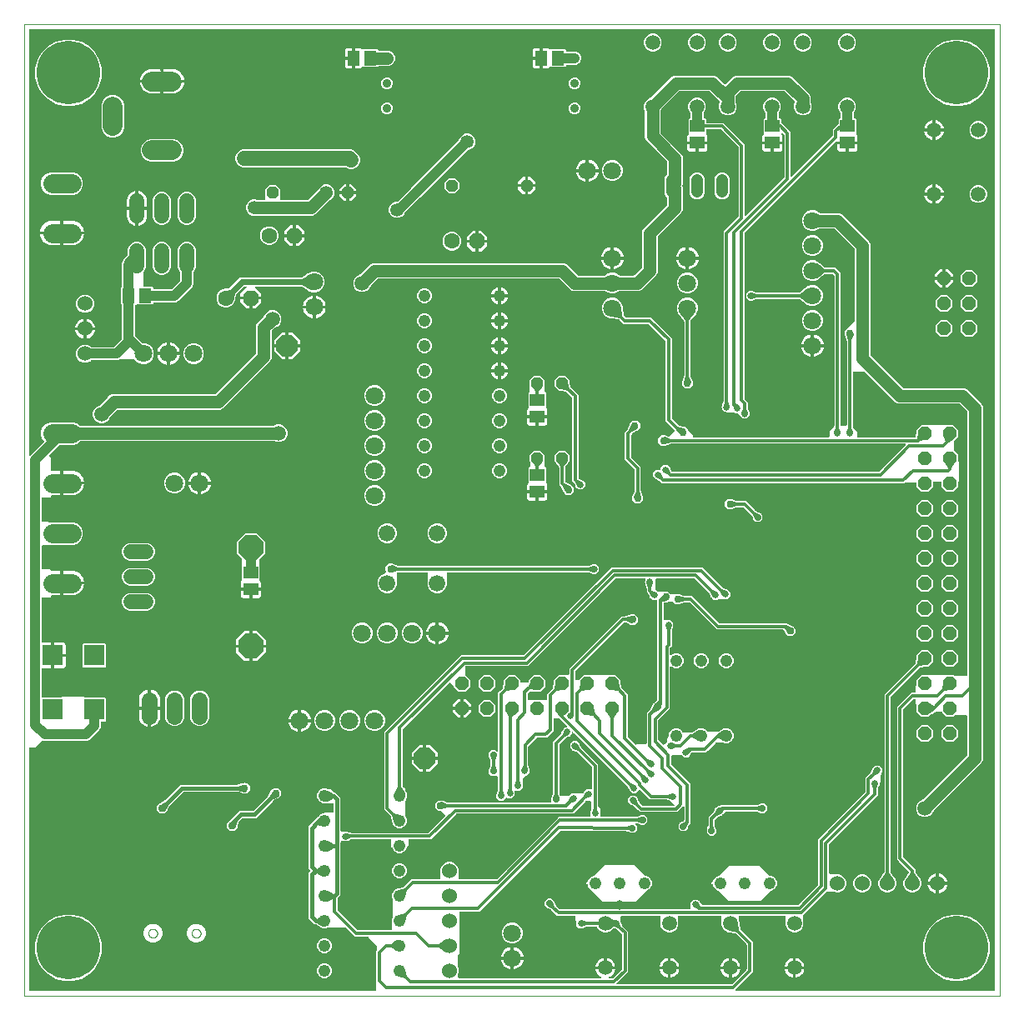
<source format=gbl>
G04 EAGLE Gerber X2 export*
%TF.Part,Single*%
%TF.FileFunction,Other,Bottom layer*%
%TF.FilePolarity,Positive*%
%TF.GenerationSoftware,Autodesk,EAGLE,9.1.1*%
%TF.CreationDate,2018-08-10T13:45:34Z*%
G75*
%MOMM*%
%FSLAX34Y34*%
%LPD*%
%AMOC8*
5,1,8,0,0,1.08239X$1,22.5*%
G01*
%ADD10C,0.000000*%
%ADD11C,1.676400*%
%ADD12R,1.500000X1.300000*%
%ADD13C,1.800000*%
%ADD14C,1.219200*%
%ADD15P,1.319650X8X202.500000*%
%ADD16C,1.524000*%
%ADD17R,1.300000X1.500000*%
%ADD18P,1.484606X8X202.500000*%
%ADD19C,1.524000*%
%ADD20P,1.319650X8X22.500000*%
%ADD21C,1.500000*%
%ADD22C,1.650000*%
%ADD23P,2.749271X8X292.500000*%
%ADD24C,0.914400*%
%ADD25C,1.981200*%
%ADD26P,1.484606X8X112.500000*%
%ADD27P,1.484606X8X292.500000*%
%ADD28C,2.000000*%
%ADD29P,2.336880X8X22.500000*%
%ADD30P,1.732040X8X22.500000*%
%ADD31C,1.600200*%
%ADD32R,2.100000X2.100000*%
%ADD33C,1.219200*%
%ADD34C,1.270000*%
%ADD35P,0.708749X8X22.500000*%
%ADD36C,0.330200*%
%ADD37P,0.816988X8X22.500000*%
%ADD38C,0.654800*%
%ADD39C,0.975000*%
%ADD40C,0.754800*%
%ADD41C,1.350000*%
%ADD42C,1.016000*%
%ADD43C,0.609600*%
%ADD44C,0.406400*%
%ADD45C,1.016000*%
%ADD46C,6.451600*%

G36*
X356636Y17784D02*
X356636Y17784D01*
X356655Y17782D01*
X356757Y17804D01*
X356859Y17820D01*
X356876Y17830D01*
X356896Y17834D01*
X356985Y17887D01*
X357076Y17936D01*
X357090Y17950D01*
X357107Y17960D01*
X357174Y18039D01*
X357246Y18114D01*
X357254Y18132D01*
X357267Y18147D01*
X357306Y18243D01*
X357349Y18337D01*
X357351Y18357D01*
X357359Y18375D01*
X357377Y18542D01*
X357377Y26436D01*
X357363Y26526D01*
X357355Y26617D01*
X357343Y26647D01*
X357338Y26679D01*
X357295Y26760D01*
X357259Y26844D01*
X357250Y26855D01*
X357250Y58211D01*
X357662Y58623D01*
X357715Y58697D01*
X357775Y58767D01*
X357787Y58797D01*
X357806Y58823D01*
X357833Y58910D01*
X357867Y58995D01*
X357871Y59036D01*
X357878Y59058D01*
X357877Y59090D01*
X357885Y59162D01*
X357885Y63166D01*
X357871Y63256D01*
X357863Y63347D01*
X357851Y63377D01*
X357846Y63409D01*
X357803Y63490D01*
X357767Y63574D01*
X357741Y63606D01*
X357730Y63626D01*
X357707Y63649D01*
X357662Y63705D01*
X349229Y72138D01*
X349226Y72150D01*
X349210Y72252D01*
X349200Y72269D01*
X349196Y72289D01*
X349143Y72378D01*
X349094Y72469D01*
X349080Y72483D01*
X349070Y72500D01*
X348991Y72567D01*
X348916Y72639D01*
X348898Y72647D01*
X348883Y72660D01*
X348787Y72699D01*
X348693Y72742D01*
X348673Y72744D01*
X348655Y72752D01*
X348488Y72770D01*
X335743Y72770D01*
X326724Y81789D01*
X326708Y81800D01*
X326696Y81816D01*
X326609Y81872D01*
X326525Y81932D01*
X326505Y81938D01*
X326489Y81949D01*
X326388Y81974D01*
X326289Y82005D01*
X326269Y82004D01*
X326250Y82009D01*
X326147Y82001D01*
X326044Y81998D01*
X326025Y81991D01*
X326005Y81990D01*
X325910Y81949D01*
X325813Y81914D01*
X325797Y81901D01*
X325779Y81893D01*
X325648Y81789D01*
X325646Y81787D01*
X307694Y81787D01*
X307629Y81777D01*
X307563Y81776D01*
X307483Y81753D01*
X307451Y81748D01*
X307434Y81738D01*
X307402Y81729D01*
X306316Y81279D01*
X303284Y81279D01*
X302706Y81519D01*
X302665Y81528D01*
X302628Y81546D01*
X302546Y81556D01*
X302466Y81575D01*
X302425Y81571D01*
X302383Y81576D01*
X302273Y81559D01*
X301465Y82026D01*
X301436Y82037D01*
X301376Y82070D01*
X300483Y82439D01*
X300192Y82731D01*
X300179Y82740D01*
X300169Y82753D01*
X300034Y82852D01*
X295896Y85241D01*
X295789Y85282D01*
X295682Y85325D01*
X295672Y85326D01*
X295666Y85328D01*
X295643Y85329D01*
X295515Y85343D01*
X294437Y85343D01*
X288543Y91237D01*
X288543Y137363D01*
X290342Y139162D01*
X290353Y139178D01*
X290369Y139190D01*
X290425Y139278D01*
X290485Y139361D01*
X290491Y139380D01*
X290502Y139397D01*
X290527Y139498D01*
X290558Y139597D01*
X290557Y139616D01*
X290562Y139636D01*
X290554Y139739D01*
X290551Y139842D01*
X290544Y139861D01*
X290543Y139881D01*
X290502Y139976D01*
X290467Y140073D01*
X290454Y140089D01*
X290447Y140107D01*
X290342Y140238D01*
X288289Y142291D01*
X288289Y184607D01*
X290596Y186914D01*
X293624Y189942D01*
X293696Y190042D01*
X293766Y190138D01*
X293767Y190140D01*
X293768Y190142D01*
X293770Y190150D01*
X293824Y190295D01*
X293892Y190566D01*
X294669Y191031D01*
X294681Y191041D01*
X294695Y191047D01*
X294824Y191154D01*
X298082Y194517D01*
X298214Y194654D01*
X298248Y194703D01*
X298290Y194746D01*
X298317Y194794D01*
X299364Y195841D01*
X299367Y195845D01*
X299372Y195850D01*
X300425Y196936D01*
X303284Y198121D01*
X303958Y198121D01*
X304048Y198135D01*
X304139Y198143D01*
X304169Y198155D01*
X304201Y198160D01*
X304282Y198203D01*
X304366Y198239D01*
X304398Y198265D01*
X304418Y198276D01*
X304441Y198299D01*
X304497Y198344D01*
X304782Y198629D01*
X313182Y198629D01*
X313202Y198632D01*
X313221Y198630D01*
X313323Y198652D01*
X313425Y198668D01*
X313442Y198678D01*
X313462Y198682D01*
X313551Y198735D01*
X313642Y198784D01*
X313656Y198798D01*
X313673Y198808D01*
X313740Y198887D01*
X313812Y198962D01*
X313820Y198980D01*
X313833Y198995D01*
X313872Y199091D01*
X313915Y199185D01*
X313917Y199205D01*
X313925Y199223D01*
X313943Y199390D01*
X313943Y207518D01*
X313940Y207538D01*
X313942Y207557D01*
X313920Y207659D01*
X313904Y207761D01*
X313894Y207778D01*
X313890Y207798D01*
X313837Y207887D01*
X313788Y207978D01*
X313774Y207992D01*
X313764Y208009D01*
X313685Y208076D01*
X313610Y208148D01*
X313592Y208156D01*
X313577Y208169D01*
X313481Y208208D01*
X313387Y208251D01*
X313367Y208253D01*
X313349Y208261D01*
X313182Y208279D01*
X307296Y208279D01*
X307292Y208282D01*
X307198Y208352D01*
X307192Y208354D01*
X307187Y208358D01*
X307075Y208392D01*
X306964Y208428D01*
X306958Y208428D01*
X306952Y208430D01*
X306835Y208427D01*
X306718Y208426D01*
X306711Y208424D01*
X306706Y208424D01*
X306689Y208417D01*
X306557Y208379D01*
X306316Y208279D01*
X303284Y208279D01*
X300483Y209439D01*
X298339Y211583D01*
X297179Y214384D01*
X297179Y217416D01*
X298339Y220217D01*
X300483Y222361D01*
X303284Y223521D01*
X306316Y223521D01*
X306894Y223281D01*
X306935Y223272D01*
X306973Y223254D01*
X307054Y223244D01*
X307134Y223225D01*
X307175Y223229D01*
X307217Y223224D01*
X307327Y223241D01*
X307985Y222861D01*
X308092Y222820D01*
X308199Y222777D01*
X308209Y222776D01*
X308215Y222774D01*
X308237Y222773D01*
X308366Y222759D01*
X310660Y222759D01*
X313739Y219680D01*
X313813Y219627D01*
X313883Y219567D01*
X313913Y219555D01*
X313939Y219536D01*
X314026Y219509D01*
X314111Y219475D01*
X314152Y219471D01*
X314174Y219464D01*
X314206Y219465D01*
X314278Y219457D01*
X315163Y219457D01*
X317470Y217150D01*
X318750Y215870D01*
X321057Y213563D01*
X321057Y180086D01*
X321060Y180066D01*
X321058Y180047D01*
X321080Y179945D01*
X321096Y179843D01*
X321106Y179826D01*
X321110Y179806D01*
X321163Y179717D01*
X321212Y179626D01*
X321226Y179612D01*
X321236Y179595D01*
X321315Y179528D01*
X321390Y179456D01*
X321408Y179448D01*
X321423Y179435D01*
X321519Y179396D01*
X321613Y179353D01*
X321633Y179351D01*
X321651Y179343D01*
X321818Y179325D01*
X325291Y179325D01*
X325315Y179315D01*
X325356Y179311D01*
X325378Y179304D01*
X325410Y179305D01*
X325482Y179297D01*
X325616Y179297D01*
X325728Y179315D01*
X325840Y179330D01*
X325851Y179335D01*
X325859Y179336D01*
X325880Y179348D01*
X325994Y179397D01*
X326128Y179474D01*
X326667Y179327D01*
X326679Y179323D01*
X326697Y179322D01*
X326713Y179315D01*
X326879Y179297D01*
X328124Y179297D01*
X328484Y178936D01*
X328576Y178870D01*
X328667Y178801D01*
X328678Y178797D01*
X328684Y178792D01*
X328707Y178785D01*
X328823Y178740D01*
X330980Y178152D01*
X331011Y178149D01*
X331041Y178138D01*
X331133Y178136D01*
X331224Y178127D01*
X331255Y178134D01*
X331287Y178133D01*
X331450Y178175D01*
X331483Y178188D01*
X331912Y177995D01*
X331987Y177975D01*
X332058Y177946D01*
X332120Y177939D01*
X332150Y177931D01*
X332176Y177933D01*
X332225Y177928D01*
X409595Y177928D01*
X409685Y177942D01*
X409776Y177950D01*
X409806Y177962D01*
X409838Y177967D01*
X409919Y178010D01*
X410003Y178046D01*
X410035Y178072D01*
X410055Y178083D01*
X410078Y178106D01*
X410134Y178151D01*
X427102Y195119D01*
X427113Y195135D01*
X427129Y195147D01*
X427185Y195235D01*
X427245Y195319D01*
X427251Y195337D01*
X427262Y195354D01*
X427287Y195455D01*
X427318Y195554D01*
X427317Y195574D01*
X427322Y195593D01*
X427314Y195696D01*
X427311Y195799D01*
X427304Y195818D01*
X427303Y195838D01*
X427262Y195933D01*
X427227Y196030D01*
X427214Y196046D01*
X427206Y196064D01*
X427102Y196195D01*
X423623Y199674D01*
X423270Y200027D01*
X423239Y200049D01*
X423214Y200078D01*
X423073Y200169D01*
X422693Y200360D01*
X422604Y200388D01*
X422518Y200423D01*
X422479Y200427D01*
X422458Y200434D01*
X422425Y200433D01*
X422351Y200441D01*
X420207Y200441D01*
X417103Y203545D01*
X417103Y207935D01*
X420207Y211039D01*
X422351Y211039D01*
X422443Y211054D01*
X422536Y211061D01*
X422572Y211075D01*
X422594Y211078D01*
X422623Y211094D01*
X422693Y211120D01*
X422820Y211184D01*
X423140Y211077D01*
X423178Y211071D01*
X423213Y211057D01*
X423380Y211039D01*
X424597Y211039D01*
X425133Y210502D01*
X425209Y210448D01*
X425279Y210388D01*
X425315Y210372D01*
X425333Y210359D01*
X425364Y210349D01*
X425432Y210318D01*
X428913Y209165D01*
X428948Y209159D01*
X428982Y209145D01*
X429069Y209140D01*
X429156Y209126D01*
X429191Y209132D01*
X429227Y209130D01*
X429391Y209165D01*
X429402Y209168D01*
X429743Y208997D01*
X429832Y208969D01*
X429918Y208934D01*
X429957Y208930D01*
X429978Y208923D01*
X430011Y208924D01*
X430085Y208916D01*
X534554Y208916D01*
X534625Y208927D01*
X534697Y208929D01*
X534746Y208947D01*
X534797Y208955D01*
X534860Y208989D01*
X534928Y209014D01*
X534968Y209046D01*
X535014Y209071D01*
X535063Y209122D01*
X535120Y209167D01*
X535148Y209211D01*
X535184Y209249D01*
X535214Y209314D01*
X535253Y209374D01*
X535265Y209425D01*
X535287Y209472D01*
X535295Y209543D01*
X535313Y209613D01*
X535309Y209665D01*
X535314Y209716D01*
X535299Y209787D01*
X535293Y209858D01*
X535273Y209906D01*
X535262Y209957D01*
X535225Y210018D01*
X535197Y210084D01*
X535152Y210140D01*
X535136Y210168D01*
X535118Y210183D01*
X535092Y210215D01*
X534951Y210356D01*
X534951Y212057D01*
X534936Y212151D01*
X534928Y212245D01*
X534915Y212279D01*
X534912Y212300D01*
X534896Y212329D01*
X534868Y212402D01*
X534780Y212577D01*
X534914Y212990D01*
X534919Y213025D01*
X534933Y213058D01*
X534951Y213225D01*
X534951Y214332D01*
X535413Y214794D01*
X535469Y214871D01*
X535530Y214944D01*
X535544Y214976D01*
X535557Y214993D01*
X535566Y215025D01*
X535599Y215097D01*
X536334Y217359D01*
X536339Y217390D01*
X536351Y217420D01*
X536358Y217511D01*
X536371Y217602D01*
X536366Y217633D01*
X536368Y217665D01*
X536334Y217829D01*
X536323Y217863D01*
X536491Y218193D01*
X536520Y218284D01*
X536556Y218372D01*
X536560Y218408D01*
X536566Y218428D01*
X536566Y218461D01*
X536574Y218539D01*
X536574Y270555D01*
X544069Y278050D01*
X544554Y278535D01*
X544610Y278612D01*
X544671Y278685D01*
X544685Y278718D01*
X544698Y278735D01*
X544707Y278766D01*
X544740Y278838D01*
X544854Y279190D01*
X544886Y279207D01*
X544912Y279226D01*
X544941Y279238D01*
X545010Y279298D01*
X545084Y279352D01*
X545103Y279378D01*
X545127Y279399D01*
X545219Y279539D01*
X546298Y281659D01*
X546327Y281749D01*
X546363Y281838D01*
X546367Y281873D01*
X546373Y281893D01*
X546373Y281926D01*
X546381Y282004D01*
X546381Y282658D01*
X547164Y283440D01*
X547185Y283469D01*
X547212Y283493D01*
X547304Y283633D01*
X547501Y284020D01*
X547687Y284081D01*
X547772Y284124D01*
X547859Y284161D01*
X547887Y284184D01*
X547905Y284193D01*
X547928Y284217D01*
X547990Y284266D01*
X549192Y285469D01*
X550466Y285469D01*
X550537Y285480D01*
X550609Y285482D01*
X550658Y285500D01*
X550709Y285508D01*
X550772Y285542D01*
X550840Y285567D01*
X550880Y285599D01*
X550926Y285624D01*
X550976Y285676D01*
X551032Y285720D01*
X551060Y285764D01*
X551096Y285802D01*
X551126Y285867D01*
X551165Y285927D01*
X551177Y285978D01*
X551199Y286025D01*
X551207Y286096D01*
X551225Y286166D01*
X551221Y286218D01*
X551227Y286269D01*
X551211Y286340D01*
X551206Y286411D01*
X551185Y286459D01*
X551174Y286510D01*
X551137Y286571D01*
X551109Y286637D01*
X551065Y286693D01*
X551048Y286721D01*
X551030Y286736D01*
X551005Y286768D01*
X545502Y292271D01*
X545303Y292470D01*
X545267Y292496D01*
X545237Y292528D01*
X545168Y292567D01*
X545103Y292614D01*
X545061Y292627D01*
X545023Y292648D01*
X544896Y292679D01*
X544237Y293527D01*
X544214Y293548D01*
X544174Y293599D01*
X543103Y294670D01*
X543029Y294723D01*
X542959Y294783D01*
X542929Y294795D01*
X542903Y294814D01*
X542816Y294841D01*
X542731Y294875D01*
X542690Y294879D01*
X542668Y294886D01*
X542636Y294885D01*
X542564Y294893D01*
X538306Y294893D01*
X538216Y294879D01*
X538125Y294871D01*
X538095Y294859D01*
X538063Y294854D01*
X537982Y294811D01*
X537898Y294775D01*
X537866Y294749D01*
X537846Y294738D01*
X537830Y294722D01*
X537828Y294721D01*
X537820Y294712D01*
X537767Y294670D01*
X537307Y294210D01*
X537253Y294136D01*
X537194Y294066D01*
X537182Y294036D01*
X537163Y294010D01*
X537136Y293923D01*
X537102Y293838D01*
X537098Y293797D01*
X537091Y293775D01*
X537092Y293743D01*
X537084Y293671D01*
X537084Y281641D01*
X530397Y274954D01*
X520807Y274954D01*
X520717Y274940D01*
X520626Y274932D01*
X520596Y274920D01*
X520564Y274915D01*
X520483Y274872D01*
X520399Y274836D01*
X520367Y274810D01*
X520347Y274799D01*
X520324Y274776D01*
X520268Y274731D01*
X511653Y266116D01*
X511600Y266042D01*
X511540Y265972D01*
X511528Y265942D01*
X511509Y265916D01*
X511482Y265829D01*
X511448Y265744D01*
X511444Y265703D01*
X511437Y265681D01*
X511438Y265649D01*
X511430Y265577D01*
X511430Y247389D01*
X511442Y247313D01*
X511445Y247236D01*
X511465Y247176D01*
X511469Y247146D01*
X511482Y247123D01*
X511497Y247076D01*
X511690Y246647D01*
X511677Y246614D01*
X511671Y246582D01*
X511657Y246554D01*
X511646Y246462D01*
X511628Y246373D01*
X511632Y246341D01*
X511628Y246309D01*
X511654Y246144D01*
X512242Y243987D01*
X512289Y243884D01*
X512333Y243779D01*
X512341Y243770D01*
X512344Y243763D01*
X512361Y243745D01*
X512438Y243648D01*
X512799Y243288D01*
X512799Y242043D01*
X512801Y242027D01*
X512799Y242010D01*
X512825Y241844D01*
X512829Y241832D01*
X512829Y241831D01*
X512976Y241292D01*
X512899Y241158D01*
X512860Y241052D01*
X512817Y240947D01*
X512816Y240935D01*
X512813Y240927D01*
X512812Y240903D01*
X512799Y240780D01*
X512799Y239312D01*
X509988Y236501D01*
X509270Y236501D01*
X509250Y236498D01*
X509231Y236500D01*
X509129Y236478D01*
X509027Y236462D01*
X509010Y236452D01*
X508990Y236448D01*
X508901Y236395D01*
X508810Y236346D01*
X508796Y236332D01*
X508779Y236322D01*
X508712Y236243D01*
X508640Y236168D01*
X508632Y236150D01*
X508619Y236135D01*
X508580Y236039D01*
X508537Y235945D01*
X508535Y235925D01*
X508527Y235907D01*
X508509Y235740D01*
X508509Y235440D01*
X506446Y233377D01*
X506393Y233303D01*
X506333Y233233D01*
X506321Y233203D01*
X506302Y233177D01*
X506275Y233090D01*
X506241Y233005D01*
X506237Y232964D01*
X506230Y232942D01*
X506231Y232910D01*
X506223Y232838D01*
X506223Y228328D01*
X505910Y228015D01*
X505857Y227941D01*
X505797Y227871D01*
X505785Y227841D01*
X505766Y227815D01*
X505739Y227728D01*
X505705Y227643D01*
X505701Y227602D01*
X505694Y227580D01*
X505695Y227548D01*
X505687Y227476D01*
X505687Y226687D01*
X505693Y226652D01*
X505690Y226616D01*
X505724Y226452D01*
X505858Y226038D01*
X505770Y225865D01*
X505741Y225774D01*
X505705Y225686D01*
X505701Y225650D01*
X505695Y225630D01*
X505695Y225597D01*
X505687Y225519D01*
X505687Y223818D01*
X502876Y221007D01*
X498691Y221007D01*
X498679Y221011D01*
X498606Y221009D01*
X498535Y221017D01*
X498484Y221006D01*
X498433Y221005D01*
X498365Y220980D01*
X498294Y220965D01*
X498250Y220939D01*
X498201Y220921D01*
X498145Y220876D01*
X498083Y220839D01*
X498050Y220800D01*
X498009Y220768D01*
X497970Y220707D01*
X497923Y220652D01*
X497904Y220604D01*
X497876Y220561D01*
X497858Y220491D01*
X497831Y220424D01*
X497823Y220353D01*
X497816Y220322D01*
X497817Y220299D01*
X497813Y220257D01*
X497813Y219067D01*
X497819Y219032D01*
X497816Y218996D01*
X497850Y218832D01*
X497984Y218418D01*
X497896Y218244D01*
X497867Y218154D01*
X497831Y218066D01*
X497827Y218030D01*
X497821Y218010D01*
X497821Y217977D01*
X497813Y217899D01*
X497813Y216198D01*
X495002Y213387D01*
X491026Y213387D01*
X490222Y214191D01*
X490164Y214233D01*
X490112Y214283D01*
X490065Y214304D01*
X490023Y214335D01*
X489954Y214356D01*
X489889Y214386D01*
X489837Y214392D01*
X489787Y214407D01*
X489716Y214405D01*
X489645Y214413D01*
X489594Y214402D01*
X489542Y214401D01*
X489474Y214376D01*
X489404Y214361D01*
X489359Y214334D01*
X489311Y214316D01*
X489255Y214272D01*
X489193Y214235D01*
X489159Y214195D01*
X489119Y214163D01*
X489080Y214102D01*
X489033Y214048D01*
X489014Y214000D01*
X488986Y213956D01*
X488968Y213886D01*
X488941Y213820D01*
X488933Y213748D01*
X488925Y213717D01*
X488927Y213694D01*
X488923Y213659D01*
X486112Y210847D01*
X482136Y210847D01*
X479325Y213658D01*
X479325Y215359D01*
X479310Y215453D01*
X479302Y215547D01*
X479289Y215581D01*
X479286Y215602D01*
X479270Y215631D01*
X479242Y215704D01*
X479154Y215878D01*
X479288Y216292D01*
X479293Y216327D01*
X479307Y216360D01*
X479325Y216527D01*
X479325Y217634D01*
X479787Y218096D01*
X479843Y218173D01*
X479904Y218246D01*
X479918Y218278D01*
X479931Y218295D01*
X479940Y218327D01*
X479973Y218399D01*
X480708Y220661D01*
X480713Y220692D01*
X480725Y220722D01*
X480732Y220813D01*
X480745Y220904D01*
X480740Y220935D01*
X480742Y220967D01*
X480708Y221131D01*
X480697Y221165D01*
X480865Y221495D01*
X480893Y221581D01*
X480897Y221591D01*
X480897Y221594D01*
X480930Y221674D01*
X480934Y221710D01*
X480940Y221730D01*
X480940Y221763D01*
X480948Y221841D01*
X480948Y233981D01*
X480945Y233999D01*
X480947Y234015D01*
X480933Y234082D01*
X480926Y234162D01*
X480914Y234192D01*
X480909Y234224D01*
X480897Y234246D01*
X480895Y234256D01*
X480868Y234301D01*
X480866Y234305D01*
X480830Y234389D01*
X480804Y234421D01*
X480793Y234441D01*
X480771Y234462D01*
X480769Y234467D01*
X480765Y234470D01*
X480725Y234520D01*
X479582Y235663D01*
X479283Y235962D01*
X479267Y235974D01*
X479254Y235989D01*
X479167Y236045D01*
X479083Y236106D01*
X479064Y236111D01*
X479047Y236122D01*
X478947Y236147D01*
X478848Y236178D01*
X478828Y236177D01*
X478809Y236182D01*
X478706Y236174D01*
X478602Y236172D01*
X478584Y236165D01*
X478564Y236163D01*
X478468Y236123D01*
X478371Y236087D01*
X478356Y236075D01*
X478337Y236067D01*
X478245Y235993D01*
X474262Y235993D01*
X471451Y238804D01*
X471451Y240505D01*
X471436Y240599D01*
X471428Y240693D01*
X471415Y240727D01*
X471412Y240748D01*
X471396Y240777D01*
X471368Y240850D01*
X471280Y241024D01*
X471414Y241438D01*
X471419Y241473D01*
X471433Y241506D01*
X471451Y241673D01*
X471451Y242780D01*
X471913Y243242D01*
X471969Y243319D01*
X472030Y243392D01*
X472044Y243424D01*
X472057Y243441D01*
X472066Y243473D01*
X472099Y243545D01*
X472834Y245807D01*
X472839Y245838D01*
X472851Y245868D01*
X472858Y245959D01*
X472871Y246050D01*
X472866Y246081D01*
X472868Y246113D01*
X472834Y246277D01*
X472823Y246311D01*
X472991Y246641D01*
X473020Y246732D01*
X473056Y246820D01*
X473060Y246856D01*
X473066Y246876D01*
X473066Y246909D01*
X473074Y246987D01*
X473074Y251361D01*
X473059Y251455D01*
X473051Y251550D01*
X473038Y251583D01*
X473035Y251604D01*
X473019Y251633D01*
X472991Y251707D01*
X472823Y252037D01*
X472834Y252071D01*
X472839Y252102D01*
X472851Y252132D01*
X472858Y252223D01*
X472871Y252314D01*
X472866Y252345D01*
X472868Y252377D01*
X472834Y252541D01*
X472099Y254803D01*
X472055Y254888D01*
X472018Y254975D01*
X471996Y255003D01*
X471986Y255022D01*
X471962Y255045D01*
X471913Y255106D01*
X471451Y255568D01*
X471451Y256675D01*
X471445Y256710D01*
X471448Y256746D01*
X471414Y256910D01*
X471280Y257323D01*
X471368Y257498D01*
X471397Y257588D01*
X471433Y257676D01*
X471437Y257712D01*
X471443Y257732D01*
X471443Y257765D01*
X471451Y257843D01*
X471451Y259544D01*
X474262Y262355D01*
X478238Y262355D01*
X479649Y260944D01*
X479707Y260902D01*
X479759Y260852D01*
X479806Y260831D01*
X479848Y260800D01*
X479917Y260779D01*
X479982Y260749D01*
X480034Y260743D01*
X480084Y260728D01*
X480155Y260730D01*
X480226Y260722D01*
X480277Y260733D01*
X480329Y260734D01*
X480397Y260759D01*
X480467Y260774D01*
X480512Y260801D01*
X480560Y260819D01*
X480616Y260863D01*
X480678Y260900D01*
X480712Y260940D01*
X480752Y260972D01*
X480791Y261033D01*
X480838Y261087D01*
X480857Y261135D01*
X480885Y261179D01*
X480903Y261249D01*
X480930Y261315D01*
X480938Y261387D01*
X480946Y261418D01*
X480944Y261441D01*
X480948Y261482D01*
X480948Y320339D01*
X483032Y322423D01*
X485719Y325110D01*
X485732Y325129D01*
X485750Y325143D01*
X485804Y325228D01*
X485862Y325309D01*
X485869Y325332D01*
X485881Y325351D01*
X485929Y325512D01*
X486905Y330887D01*
X486906Y330917D01*
X486917Y331023D01*
X486917Y333672D01*
X491828Y338583D01*
X498772Y338583D01*
X503683Y333672D01*
X503683Y331470D01*
X503686Y331450D01*
X503684Y331431D01*
X503706Y331329D01*
X503722Y331227D01*
X503732Y331210D01*
X503736Y331190D01*
X503789Y331101D01*
X503838Y331010D01*
X503852Y330996D01*
X503862Y330979D01*
X503941Y330912D01*
X504016Y330840D01*
X504034Y330832D01*
X504049Y330819D01*
X504145Y330780D01*
X504239Y330737D01*
X504259Y330735D01*
X504277Y330727D01*
X504444Y330709D01*
X511057Y330709D01*
X511141Y330722D01*
X511225Y330727D01*
X511262Y330742D01*
X511300Y330748D01*
X511375Y330788D01*
X511453Y330820D01*
X511483Y330845D01*
X511517Y330864D01*
X511576Y330925D01*
X511640Y330980D01*
X511668Y331022D01*
X511687Y331042D01*
X511699Y331069D01*
X511733Y331119D01*
X512232Y332080D01*
X512262Y332173D01*
X512299Y332264D01*
X512302Y332296D01*
X512308Y332314D01*
X512308Y332347D01*
X512317Y332431D01*
X512317Y333672D01*
X513773Y335128D01*
X513792Y335155D01*
X513817Y335176D01*
X513870Y335256D01*
X513878Y335259D01*
X513903Y335279D01*
X513920Y335287D01*
X513943Y335311D01*
X514009Y335364D01*
X517228Y338583D01*
X524172Y338583D01*
X529083Y333672D01*
X529083Y326728D01*
X524172Y321817D01*
X521394Y321817D01*
X521348Y321810D01*
X521302Y321812D01*
X521227Y321790D01*
X521151Y321778D01*
X521110Y321756D01*
X521066Y321743D01*
X521025Y321718D01*
X520671Y321761D01*
X520243Y321812D01*
X520213Y321811D01*
X520153Y321817D01*
X517732Y321817D01*
X517642Y321803D01*
X517551Y321795D01*
X517521Y321783D01*
X517489Y321778D01*
X517408Y321735D01*
X517324Y321699D01*
X517292Y321673D01*
X517272Y321662D01*
X517249Y321639D01*
X517193Y321594D01*
X517162Y321563D01*
X513060Y321563D01*
X512970Y321549D01*
X512879Y321541D01*
X512849Y321529D01*
X512817Y321524D01*
X512736Y321481D01*
X512652Y321445D01*
X512620Y321419D01*
X512600Y321408D01*
X512577Y321385D01*
X512521Y321340D01*
X511399Y320218D01*
X511346Y320144D01*
X511286Y320074D01*
X511274Y320044D01*
X511255Y320018D01*
X511228Y319931D01*
X511194Y319846D01*
X511190Y319805D01*
X511183Y319783D01*
X511184Y319751D01*
X511176Y319679D01*
X511176Y314198D01*
X511179Y314178D01*
X511177Y314159D01*
X511199Y314057D01*
X511215Y313955D01*
X511225Y313938D01*
X511229Y313918D01*
X511282Y313829D01*
X511331Y313738D01*
X511345Y313724D01*
X511355Y313707D01*
X511434Y313640D01*
X511509Y313568D01*
X511527Y313560D01*
X511542Y313547D01*
X511638Y313508D01*
X511732Y313465D01*
X511752Y313463D01*
X511770Y313455D01*
X511937Y313437D01*
X518686Y313437D01*
X518717Y313406D01*
X518791Y313353D01*
X518861Y313293D01*
X518891Y313281D01*
X518917Y313262D01*
X519004Y313235D01*
X519089Y313201D01*
X519130Y313197D01*
X519152Y313190D01*
X519184Y313191D01*
X519256Y313183D01*
X529971Y313183D01*
X529991Y313186D01*
X530010Y313184D01*
X530112Y313206D01*
X530214Y313222D01*
X530231Y313232D01*
X530251Y313236D01*
X530340Y313289D01*
X530431Y313338D01*
X530445Y313352D01*
X530462Y313362D01*
X530529Y313441D01*
X530601Y313516D01*
X530609Y313534D01*
X530622Y313549D01*
X530661Y313645D01*
X530704Y313739D01*
X530706Y313759D01*
X530714Y313777D01*
X530732Y313944D01*
X530732Y319323D01*
X536519Y325110D01*
X536532Y325129D01*
X536550Y325143D01*
X536604Y325228D01*
X536662Y325309D01*
X536669Y325332D01*
X536681Y325351D01*
X536729Y325512D01*
X537705Y330887D01*
X537706Y330917D01*
X537717Y331023D01*
X537717Y333672D01*
X542628Y338583D01*
X552323Y338583D01*
X552343Y338586D01*
X552362Y338584D01*
X552464Y338606D01*
X552566Y338622D01*
X552583Y338632D01*
X552603Y338636D01*
X552692Y338689D01*
X552783Y338738D01*
X552797Y338752D01*
X552814Y338762D01*
X552881Y338841D01*
X552953Y338916D01*
X552961Y338934D01*
X552974Y338949D01*
X553013Y339045D01*
X553056Y339139D01*
X553058Y339159D01*
X553066Y339177D01*
X553084Y339344D01*
X553084Y344977D01*
X555167Y347061D01*
X555168Y347061D01*
X604169Y396062D01*
X604169Y396063D01*
X606253Y398146D01*
X609791Y398146D01*
X609883Y398161D01*
X609975Y398168D01*
X610012Y398182D01*
X610034Y398185D01*
X610062Y398201D01*
X610133Y398227D01*
X610474Y398398D01*
X610485Y398395D01*
X610520Y398389D01*
X610554Y398375D01*
X610641Y398370D01*
X610727Y398356D01*
X610763Y398362D01*
X610799Y398360D01*
X610963Y398395D01*
X614444Y399548D01*
X614527Y399591D01*
X614612Y399628D01*
X614642Y399652D01*
X614662Y399662D01*
X614685Y399686D01*
X614743Y399732D01*
X615279Y400269D01*
X616496Y400269D01*
X616534Y400275D01*
X616571Y400272D01*
X616736Y400307D01*
X617056Y400414D01*
X617183Y400350D01*
X617272Y400322D01*
X617358Y400287D01*
X617397Y400283D01*
X617418Y400276D01*
X617450Y400277D01*
X617525Y400269D01*
X619669Y400269D01*
X622773Y397165D01*
X622773Y392775D01*
X619669Y389671D01*
X617525Y389671D01*
X617433Y389656D01*
X617340Y389649D01*
X617304Y389635D01*
X617282Y389632D01*
X617253Y389616D01*
X617183Y389590D01*
X617056Y389526D01*
X616735Y389633D01*
X616698Y389639D01*
X616663Y389653D01*
X616496Y389671D01*
X615279Y389671D01*
X614743Y390208D01*
X614667Y390262D01*
X614596Y390322D01*
X614561Y390338D01*
X614543Y390351D01*
X614512Y390361D01*
X614444Y390392D01*
X610963Y391545D01*
X610928Y391551D01*
X610894Y391565D01*
X610807Y391570D01*
X610720Y391584D01*
X610685Y391578D01*
X610649Y391580D01*
X610485Y391545D01*
X610474Y391542D01*
X610133Y391713D01*
X610044Y391741D01*
X609958Y391776D01*
X609919Y391780D01*
X609898Y391787D01*
X609865Y391786D01*
X609791Y391794D01*
X609199Y391794D01*
X609109Y391780D01*
X609018Y391772D01*
X608988Y391760D01*
X608956Y391755D01*
X608875Y391712D01*
X608791Y391676D01*
X608759Y391650D01*
X608739Y391639D01*
X608716Y391616D01*
X608660Y391571D01*
X559659Y342570D01*
X559610Y342502D01*
X559609Y342501D01*
X559609Y342500D01*
X559606Y342496D01*
X559546Y342426D01*
X559534Y342396D01*
X559515Y342370D01*
X559488Y342283D01*
X559454Y342198D01*
X559450Y342157D01*
X559443Y342135D01*
X559444Y342103D01*
X559436Y342031D01*
X559436Y334518D01*
X559439Y334498D01*
X559437Y334479D01*
X559459Y334377D01*
X559475Y334275D01*
X559485Y334258D01*
X559489Y334238D01*
X559542Y334149D01*
X559591Y334058D01*
X559605Y334044D01*
X559615Y334027D01*
X559694Y333960D01*
X559769Y333888D01*
X559787Y333880D01*
X559802Y333867D01*
X559898Y333828D01*
X559992Y333785D01*
X560012Y333783D01*
X560030Y333775D01*
X560197Y333757D01*
X562886Y333757D01*
X562977Y333771D01*
X563067Y333779D01*
X563097Y333791D01*
X563129Y333796D01*
X563210Y333839D01*
X563294Y333875D01*
X563326Y333901D01*
X563347Y333912D01*
X563369Y333935D01*
X563425Y333980D01*
X568028Y338583D01*
X574972Y338583D01*
X575003Y338552D01*
X575077Y338499D01*
X575147Y338439D01*
X575177Y338427D01*
X575203Y338408D01*
X575290Y338381D01*
X575375Y338347D01*
X575416Y338343D01*
X575438Y338336D01*
X575470Y338337D01*
X575542Y338329D01*
X592858Y338329D01*
X592949Y338343D01*
X593039Y338351D01*
X593069Y338363D01*
X593101Y338368D01*
X593182Y338411D01*
X593266Y338447D01*
X593298Y338473D01*
X593319Y338484D01*
X593341Y338507D01*
X593397Y338552D01*
X593428Y338583D01*
X600372Y338583D01*
X605283Y333672D01*
X605283Y331023D01*
X605288Y330993D01*
X605295Y330887D01*
X606271Y325512D01*
X606279Y325490D01*
X606280Y325467D01*
X606320Y325375D01*
X606353Y325280D01*
X606368Y325262D01*
X606377Y325241D01*
X606481Y325110D01*
X610692Y320899D01*
X612776Y318815D01*
X612776Y275697D01*
X612790Y275607D01*
X612798Y275516D01*
X612810Y275486D01*
X612815Y275454D01*
X612858Y275373D01*
X612894Y275289D01*
X612920Y275257D01*
X612931Y275237D01*
X612954Y275214D01*
X612999Y275158D01*
X620172Y267985D01*
X620188Y267973D01*
X620201Y267958D01*
X620288Y267902D01*
X620372Y267841D01*
X620391Y267835D01*
X620408Y267825D01*
X620508Y267799D01*
X620607Y267769D01*
X620627Y267769D01*
X620646Y267765D01*
X620749Y267773D01*
X620853Y267775D01*
X620872Y267782D01*
X620892Y267784D01*
X620986Y267824D01*
X621084Y267860D01*
X621100Y267872D01*
X621118Y267880D01*
X621249Y267985D01*
X621616Y268352D01*
X631063Y268352D01*
X631083Y268355D01*
X631102Y268353D01*
X631204Y268375D01*
X631306Y268391D01*
X631323Y268401D01*
X631343Y268405D01*
X631432Y268458D01*
X631523Y268507D01*
X631537Y268521D01*
X631554Y268531D01*
X631621Y268610D01*
X631693Y268685D01*
X631701Y268703D01*
X631714Y268718D01*
X631753Y268814D01*
X631796Y268908D01*
X631798Y268928D01*
X631806Y268946D01*
X631824Y269113D01*
X631824Y299765D01*
X634942Y302883D01*
X634996Y302958D01*
X635056Y303029D01*
X635072Y303065D01*
X635085Y303083D01*
X635095Y303113D01*
X635126Y303182D01*
X635246Y303544D01*
X635256Y303549D01*
X635285Y303571D01*
X635319Y303585D01*
X635384Y303642D01*
X635455Y303694D01*
X635476Y303723D01*
X635503Y303747D01*
X635595Y303888D01*
X637240Y307165D01*
X637268Y307253D01*
X637303Y307340D01*
X637307Y307378D01*
X637314Y307399D01*
X637313Y307432D01*
X637321Y307506D01*
X637321Y308265D01*
X637864Y308808D01*
X637907Y308867D01*
X637949Y308911D01*
X637950Y308913D01*
X637958Y308922D01*
X637979Y308967D01*
X638008Y309008D01*
X638019Y309045D01*
X638221Y309229D01*
X638255Y309272D01*
X638296Y309309D01*
X638354Y309398D01*
X638373Y309422D01*
X638377Y309433D01*
X638388Y309449D01*
X638475Y309624D01*
X638601Y309665D01*
X638668Y309700D01*
X638739Y309727D01*
X638792Y309765D01*
X638819Y309779D01*
X638837Y309798D01*
X638875Y309826D01*
X638946Y309890D01*
X638954Y309901D01*
X638971Y309914D01*
X640452Y311396D01*
X640464Y311400D01*
X640513Y311408D01*
X640579Y311443D01*
X640648Y311469D01*
X640703Y311509D01*
X640731Y311524D01*
X640748Y311541D01*
X640784Y311568D01*
X642498Y313132D01*
X642565Y313217D01*
X642636Y313300D01*
X642641Y313313D01*
X642651Y313325D01*
X642687Y313427D01*
X642728Y313528D01*
X642730Y313546D01*
X642734Y313557D01*
X642734Y313586D01*
X642746Y313694D01*
X642746Y413498D01*
X642743Y413518D01*
X642745Y413539D01*
X642718Y413705D01*
X642562Y414255D01*
X642546Y414290D01*
X642537Y414328D01*
X642494Y414401D01*
X642458Y414478D01*
X642431Y414506D01*
X642411Y414539D01*
X642347Y414594D01*
X642288Y414656D01*
X642254Y414674D01*
X642224Y414699D01*
X642145Y414731D01*
X642070Y414770D01*
X642032Y414776D01*
X641996Y414791D01*
X641829Y414809D01*
X637584Y414809D01*
X636382Y416012D01*
X636305Y416067D01*
X636232Y416128D01*
X636199Y416143D01*
X636182Y416155D01*
X636151Y416165D01*
X636079Y416197D01*
X635893Y416258D01*
X635696Y416645D01*
X635675Y416674D01*
X635661Y416707D01*
X635556Y416838D01*
X634773Y417620D01*
X634773Y418273D01*
X634758Y418367D01*
X634750Y418462D01*
X634737Y418496D01*
X634734Y418516D01*
X634718Y418545D01*
X634690Y418619D01*
X634556Y418883D01*
X633611Y420739D01*
X633592Y420764D01*
X633580Y420794D01*
X633519Y420863D01*
X633465Y420937D01*
X633439Y420955D01*
X633418Y420979D01*
X633278Y421071D01*
X633246Y421088D01*
X633132Y421440D01*
X633088Y421525D01*
X633051Y421612D01*
X633028Y421640D01*
X633019Y421658D01*
X632995Y421681D01*
X632946Y421743D01*
X631824Y422865D01*
X631824Y426875D01*
X631809Y426969D01*
X631801Y427064D01*
X631788Y427097D01*
X631785Y427118D01*
X631769Y427147D01*
X631741Y427221D01*
X631573Y427551D01*
X631584Y427585D01*
X631589Y427616D01*
X631601Y427646D01*
X631608Y427737D01*
X631621Y427828D01*
X631616Y427859D01*
X631618Y427891D01*
X631584Y428055D01*
X630849Y430317D01*
X630805Y430402D01*
X630768Y430489D01*
X630746Y430517D01*
X630736Y430536D01*
X630712Y430559D01*
X630663Y430620D01*
X630201Y431082D01*
X630201Y432189D01*
X630195Y432224D01*
X630198Y432260D01*
X630164Y432424D01*
X630030Y432837D01*
X630118Y433012D01*
X630147Y433102D01*
X630183Y433190D01*
X630187Y433226D01*
X630193Y433246D01*
X630193Y433279D01*
X630201Y433357D01*
X630201Y435058D01*
X630596Y435453D01*
X630638Y435511D01*
X630688Y435563D01*
X630709Y435610D01*
X630740Y435652D01*
X630761Y435721D01*
X630791Y435786D01*
X630797Y435838D01*
X630812Y435888D01*
X630810Y435959D01*
X630818Y436030D01*
X630807Y436081D01*
X630806Y436133D01*
X630781Y436201D01*
X630766Y436271D01*
X630739Y436316D01*
X630721Y436364D01*
X630677Y436420D01*
X630640Y436482D01*
X630600Y436516D01*
X630568Y436556D01*
X630507Y436595D01*
X630453Y436642D01*
X630405Y436661D01*
X630361Y436689D01*
X630291Y436707D01*
X630225Y436734D01*
X630153Y436742D01*
X630122Y436750D01*
X630099Y436748D01*
X630058Y436752D01*
X600817Y436752D01*
X600727Y436738D01*
X600636Y436730D01*
X600606Y436718D01*
X600574Y436713D01*
X600493Y436670D01*
X600409Y436634D01*
X600377Y436608D01*
X600357Y436597D01*
X600334Y436574D01*
X600278Y436529D01*
X511347Y347598D01*
X448517Y347598D01*
X448427Y347584D01*
X448336Y347576D01*
X448306Y347564D01*
X448274Y347559D01*
X448193Y347516D01*
X448109Y347480D01*
X448077Y347454D01*
X448057Y347443D01*
X448034Y347420D01*
X447978Y347375D01*
X447772Y347169D01*
X447728Y347108D01*
X447691Y347069D01*
X447684Y347055D01*
X447659Y347025D01*
X447647Y346995D01*
X447628Y346969D01*
X447601Y346882D01*
X447567Y346797D01*
X447563Y346756D01*
X447556Y346734D01*
X447557Y346702D01*
X447549Y346630D01*
X447549Y339322D01*
X447563Y339231D01*
X447571Y339141D01*
X447583Y339111D01*
X447588Y339079D01*
X447631Y338998D01*
X447667Y338914D01*
X447693Y338882D01*
X447704Y338861D01*
X447727Y338839D01*
X447772Y338783D01*
X452883Y333672D01*
X452883Y326728D01*
X447972Y321817D01*
X441028Y321817D01*
X436092Y326753D01*
X436083Y326775D01*
X436078Y326807D01*
X436035Y326888D01*
X435999Y326972D01*
X435973Y327004D01*
X435962Y327024D01*
X435939Y327047D01*
X435894Y327103D01*
X432288Y330709D01*
X432272Y330720D01*
X432260Y330736D01*
X432172Y330792D01*
X432089Y330852D01*
X432070Y330858D01*
X432053Y330869D01*
X431952Y330894D01*
X431854Y330925D01*
X431834Y330924D01*
X431814Y330929D01*
X431711Y330921D01*
X431608Y330918D01*
X431589Y330911D01*
X431569Y330910D01*
X431474Y330869D01*
X431377Y330834D01*
X431361Y330821D01*
X431343Y330813D01*
X431212Y330709D01*
X384399Y283896D01*
X384346Y283822D01*
X384286Y283752D01*
X384274Y283722D01*
X384255Y283696D01*
X384228Y283609D01*
X384194Y283524D01*
X384190Y283483D01*
X384183Y283461D01*
X384184Y283429D01*
X384176Y283357D01*
X384176Y225200D01*
X384178Y225187D01*
X384176Y225175D01*
X384198Y225065D01*
X384215Y224957D01*
X384221Y224946D01*
X384224Y224933D01*
X384300Y224784D01*
X384567Y224374D01*
X384599Y224339D01*
X384623Y224299D01*
X384681Y224249D01*
X384733Y224192D01*
X384774Y224170D01*
X384810Y224139D01*
X384881Y224110D01*
X384949Y224073D01*
X384995Y224065D01*
X385038Y224047D01*
X385171Y224033D01*
X385191Y224029D01*
X385196Y224030D01*
X385205Y224029D01*
X385590Y224029D01*
X386335Y223284D01*
X386335Y221895D01*
X386337Y221882D01*
X386335Y221869D01*
X386357Y221761D01*
X386374Y221652D01*
X386380Y221641D01*
X386383Y221628D01*
X386459Y221478D01*
X386905Y220796D01*
X386916Y220783D01*
X387004Y220674D01*
X387461Y220217D01*
X387742Y219538D01*
X387756Y219514D01*
X387807Y219413D01*
X388101Y218965D01*
X388100Y218962D01*
X388101Y218859D01*
X388096Y218757D01*
X388102Y218737D01*
X388102Y218716D01*
X388149Y218555D01*
X388621Y217416D01*
X388621Y214384D01*
X387461Y211583D01*
X386558Y210680D01*
X386505Y210606D01*
X386445Y210537D01*
X386433Y210507D01*
X386414Y210481D01*
X386387Y210394D01*
X386353Y210309D01*
X386349Y210268D01*
X386342Y210246D01*
X386343Y210213D01*
X386335Y210142D01*
X386335Y196258D01*
X386349Y196168D01*
X386357Y196077D01*
X386369Y196047D01*
X386374Y196015D01*
X386417Y195935D01*
X386453Y195851D01*
X386479Y195818D01*
X386490Y195798D01*
X386513Y195776D01*
X386558Y195720D01*
X387461Y194817D01*
X388621Y192016D01*
X388621Y188984D01*
X387461Y186183D01*
X385317Y184039D01*
X382516Y182879D01*
X379484Y182879D01*
X376683Y184039D01*
X374539Y186183D01*
X374068Y187322D01*
X374057Y187340D01*
X374051Y187360D01*
X373992Y187444D01*
X373938Y187531D01*
X373922Y187545D01*
X373910Y187562D01*
X373813Y187642D01*
X373702Y188171D01*
X373692Y188197D01*
X373660Y188306D01*
X373379Y188984D01*
X373379Y189630D01*
X373377Y189647D01*
X373363Y189786D01*
X373207Y190531D01*
X372385Y194448D01*
X372380Y194460D01*
X372379Y194473D01*
X372336Y194574D01*
X372296Y194678D01*
X372288Y194688D01*
X372283Y194699D01*
X372178Y194830D01*
X365124Y201885D01*
X365124Y280715D01*
X443185Y358776D01*
X506369Y358776D01*
X506459Y358790D01*
X506550Y358798D01*
X506580Y358810D01*
X506612Y358815D01*
X506693Y358858D01*
X506777Y358894D01*
X506809Y358920D01*
X506829Y358931D01*
X506852Y358954D01*
X506908Y358999D01*
X595839Y447930D01*
X688639Y447930D01*
X709398Y427171D01*
X709485Y427109D01*
X709570Y427042D01*
X709588Y427035D01*
X709597Y427028D01*
X709626Y427019D01*
X709726Y426978D01*
X710013Y426896D01*
X710030Y426864D01*
X710050Y426839D01*
X710063Y426810D01*
X710126Y426743D01*
X710182Y426671D01*
X710209Y426654D01*
X710231Y426630D01*
X710374Y426543D01*
X712620Y425494D01*
X712699Y425472D01*
X712776Y425441D01*
X712830Y425435D01*
X712857Y425428D01*
X712886Y425429D01*
X712942Y425423D01*
X713696Y425423D01*
X714409Y424709D01*
X714449Y424681D01*
X714482Y424645D01*
X714590Y424579D01*
X714609Y424566D01*
X714616Y424564D01*
X714625Y424558D01*
X714930Y424415D01*
X715002Y424217D01*
X715043Y424145D01*
X715075Y424070D01*
X715109Y424027D01*
X715122Y424003D01*
X715144Y423983D01*
X715179Y423939D01*
X716507Y422612D01*
X716507Y418636D01*
X713696Y415825D01*
X711562Y415825D01*
X711472Y415811D01*
X711381Y415803D01*
X711366Y415797D01*
X704839Y415797D01*
X704749Y415783D01*
X704658Y415775D01*
X704628Y415763D01*
X704596Y415758D01*
X704516Y415715D01*
X704432Y415679D01*
X704399Y415653D01*
X704379Y415642D01*
X704357Y415619D01*
X704301Y415574D01*
X703790Y415063D01*
X699814Y415063D01*
X698612Y416266D01*
X698535Y416321D01*
X698462Y416382D01*
X698429Y416397D01*
X698412Y416409D01*
X698381Y416419D01*
X698309Y416451D01*
X698123Y416512D01*
X697926Y416899D01*
X697905Y416928D01*
X697891Y416961D01*
X697786Y417092D01*
X697003Y417874D01*
X697003Y418527D01*
X696988Y418621D01*
X696980Y418716D01*
X696967Y418750D01*
X696964Y418770D01*
X696948Y418799D01*
X696920Y418873D01*
X696786Y419137D01*
X695841Y420993D01*
X695822Y421018D01*
X695810Y421048D01*
X695749Y421117D01*
X695695Y421191D01*
X695669Y421209D01*
X695648Y421233D01*
X695508Y421325D01*
X695476Y421342D01*
X695362Y421694D01*
X695318Y421779D01*
X695281Y421866D01*
X695259Y421894D01*
X695249Y421912D01*
X695225Y421935D01*
X695176Y421997D01*
X680644Y436529D01*
X680570Y436582D01*
X680500Y436642D01*
X680470Y436654D01*
X680444Y436673D01*
X680357Y436700D01*
X680272Y436734D01*
X680231Y436738D01*
X680209Y436745D01*
X680177Y436744D01*
X680105Y436752D01*
X641858Y436752D01*
X641838Y436749D01*
X641819Y436751D01*
X641717Y436729D01*
X641615Y436713D01*
X641598Y436703D01*
X641578Y436699D01*
X641489Y436646D01*
X641398Y436597D01*
X641384Y436583D01*
X641367Y436573D01*
X641300Y436494D01*
X641228Y436419D01*
X641220Y436401D01*
X641207Y436386D01*
X641168Y436290D01*
X641125Y436196D01*
X641123Y436176D01*
X641115Y436158D01*
X641097Y435991D01*
X641097Y425168D01*
X641100Y425148D01*
X641098Y425129D01*
X641120Y425027D01*
X641136Y424925D01*
X641146Y424908D01*
X641150Y424888D01*
X641203Y424799D01*
X641252Y424708D01*
X641266Y424694D01*
X641276Y424677D01*
X641355Y424610D01*
X641391Y424576D01*
X642342Y423624D01*
X642371Y423603D01*
X642395Y423576D01*
X642535Y423484D01*
X642961Y423267D01*
X642986Y423218D01*
X643003Y423202D01*
X643016Y423181D01*
X643091Y423116D01*
X643163Y423047D01*
X643184Y423037D01*
X643203Y423021D01*
X643295Y422984D01*
X643385Y422941D01*
X643408Y422938D01*
X643431Y422929D01*
X643597Y422911D01*
X648782Y422911D01*
X648872Y422925D01*
X648963Y422933D01*
X648993Y422945D01*
X649025Y422950D01*
X649105Y422993D01*
X649189Y423029D01*
X649221Y423055D01*
X649242Y423066D01*
X649264Y423089D01*
X649314Y423129D01*
X653705Y423129D01*
X655986Y420848D01*
X656060Y420795D01*
X656129Y420735D01*
X656159Y420723D01*
X656186Y420704D01*
X656273Y420677D01*
X656357Y420643D01*
X656398Y420639D01*
X656421Y420632D01*
X656453Y420633D01*
X656524Y420625D01*
X660720Y420625D01*
X660810Y420639D01*
X660901Y420647D01*
X660931Y420659D01*
X660963Y420664D01*
X661043Y420707D01*
X661127Y420743D01*
X661159Y420769D01*
X661180Y420780D01*
X661202Y420803D01*
X661252Y420843D01*
X663397Y420843D01*
X663489Y420858D01*
X663582Y420865D01*
X663618Y420879D01*
X663640Y420882D01*
X663669Y420898D01*
X663739Y420924D01*
X663866Y420988D01*
X664186Y420881D01*
X664224Y420875D01*
X664259Y420861D01*
X664426Y420843D01*
X665643Y420843D01*
X666179Y420306D01*
X666255Y420252D01*
X666326Y420192D01*
X666361Y420176D01*
X666379Y420163D01*
X666410Y420153D01*
X666478Y420122D01*
X669959Y418969D01*
X669994Y418963D01*
X670028Y418949D01*
X670115Y418944D01*
X670202Y418930D01*
X670237Y418936D01*
X670273Y418934D01*
X670437Y418969D01*
X670448Y418972D01*
X670789Y418801D01*
X670878Y418773D01*
X670964Y418738D01*
X671003Y418734D01*
X671024Y418727D01*
X671057Y418728D01*
X671131Y418720D01*
X677971Y418720D01*
X705434Y391257D01*
X705508Y391204D01*
X705578Y391144D01*
X705608Y391132D01*
X705634Y391113D01*
X705721Y391086D01*
X705806Y391052D01*
X705847Y391048D01*
X705869Y391041D01*
X705901Y391042D01*
X705973Y391034D01*
X771763Y391034D01*
X771870Y391051D01*
X771978Y391065D01*
X771994Y391072D01*
X772006Y391073D01*
X772032Y391087D01*
X772132Y391129D01*
X772391Y391273D01*
X772402Y391270D01*
X772438Y391266D01*
X772472Y391254D01*
X772559Y391252D01*
X772646Y391241D01*
X772681Y391249D01*
X772718Y391248D01*
X772880Y391290D01*
X772890Y391294D01*
X773317Y391101D01*
X773391Y391081D01*
X773463Y391052D01*
X773525Y391045D01*
X773554Y391038D01*
X773581Y391039D01*
X773630Y391034D01*
X774491Y391034D01*
X774859Y390667D01*
X774891Y390644D01*
X774927Y390598D01*
X775238Y390288D01*
X775281Y390256D01*
X775318Y390218D01*
X775414Y390161D01*
X775437Y390144D01*
X775448Y390141D01*
X775463Y390132D01*
X778740Y388652D01*
X778814Y388632D01*
X778886Y388603D01*
X778948Y388596D01*
X778977Y388589D01*
X779004Y388590D01*
X779053Y388585D01*
X779943Y388585D01*
X780712Y387815D01*
X780756Y387784D01*
X780793Y387745D01*
X780889Y387689D01*
X780912Y387672D01*
X780923Y387668D01*
X780937Y387660D01*
X781128Y387574D01*
X781175Y387448D01*
X781214Y387380D01*
X781244Y387309D01*
X781283Y387261D01*
X781298Y387235D01*
X781318Y387217D01*
X781349Y387178D01*
X783047Y385481D01*
X783047Y381091D01*
X779943Y377987D01*
X775553Y377987D01*
X774205Y379336D01*
X774117Y379399D01*
X774031Y379466D01*
X774014Y379473D01*
X774005Y379479D01*
X773977Y379488D01*
X773876Y379529D01*
X773753Y379564D01*
X773528Y379971D01*
X773514Y379989D01*
X773505Y380009D01*
X773400Y380140D01*
X772449Y381091D01*
X772449Y381717D01*
X772432Y381824D01*
X772418Y381932D01*
X772411Y381948D01*
X772410Y381960D01*
X772396Y381986D01*
X772354Y382086D01*
X772324Y382140D01*
X771130Y384290D01*
X771084Y384348D01*
X771046Y384412D01*
X771009Y384444D01*
X770978Y384483D01*
X770916Y384524D01*
X770859Y384572D01*
X770813Y384591D01*
X770772Y384618D01*
X770700Y384636D01*
X770631Y384664D01*
X770564Y384671D01*
X770533Y384679D01*
X770509Y384677D01*
X770465Y384682D01*
X703027Y384682D01*
X675564Y412145D01*
X675490Y412198D01*
X675420Y412258D01*
X675390Y412270D01*
X675364Y412289D01*
X675277Y412316D01*
X675192Y412350D01*
X675151Y412354D01*
X675129Y412361D01*
X675097Y412360D01*
X675025Y412368D01*
X671131Y412368D01*
X671040Y412353D01*
X670947Y412346D01*
X670910Y412332D01*
X670888Y412329D01*
X670860Y412313D01*
X670790Y412287D01*
X670448Y412116D01*
X670437Y412119D01*
X670402Y412125D01*
X670368Y412139D01*
X670281Y412144D01*
X670195Y412158D01*
X670159Y412152D01*
X670123Y412154D01*
X669959Y412119D01*
X666478Y410966D01*
X666395Y410923D01*
X666310Y410886D01*
X666280Y410862D01*
X666260Y410852D01*
X666237Y410828D01*
X666179Y410782D01*
X665643Y410245D01*
X664426Y410245D01*
X664388Y410239D01*
X664351Y410242D01*
X664186Y410207D01*
X663866Y410100D01*
X663739Y410164D01*
X663650Y410192D01*
X663564Y410227D01*
X663525Y410231D01*
X663504Y410238D01*
X663471Y410237D01*
X663397Y410245D01*
X661253Y410245D01*
X658972Y412526D01*
X658898Y412579D01*
X658829Y412639D01*
X658799Y412651D01*
X658772Y412670D01*
X658685Y412697D01*
X658601Y412731D01*
X658560Y412735D01*
X658537Y412742D01*
X658505Y412741D01*
X658434Y412749D01*
X654238Y412749D01*
X654148Y412735D01*
X654057Y412727D01*
X654027Y412715D01*
X653995Y412710D01*
X653915Y412667D01*
X653831Y412631D01*
X653799Y412605D01*
X653778Y412594D01*
X653756Y412571D01*
X653706Y412531D01*
X652350Y412531D01*
X652330Y412528D01*
X652309Y412530D01*
X652143Y412503D01*
X649652Y411798D01*
X649617Y411782D01*
X649579Y411773D01*
X649506Y411730D01*
X649429Y411694D01*
X649401Y411667D01*
X649368Y411647D01*
X649313Y411583D01*
X649251Y411524D01*
X649233Y411490D01*
X649208Y411460D01*
X649176Y411381D01*
X649137Y411306D01*
X649131Y411268D01*
X649116Y411232D01*
X649098Y411066D01*
X649098Y395224D01*
X649101Y395204D01*
X649099Y395185D01*
X649121Y395083D01*
X649137Y394981D01*
X649147Y394964D01*
X649151Y394944D01*
X649204Y394855D01*
X649253Y394764D01*
X649267Y394750D01*
X649277Y394733D01*
X649356Y394666D01*
X649431Y394594D01*
X649449Y394586D01*
X649464Y394573D01*
X649560Y394534D01*
X649654Y394491D01*
X649674Y394489D01*
X649692Y394481D01*
X649859Y394463D01*
X654221Y394463D01*
X654245Y394453D01*
X654286Y394449D01*
X654308Y394442D01*
X654340Y394443D01*
X654412Y394435D01*
X656038Y394435D01*
X658849Y391624D01*
X658849Y389923D01*
X658864Y389829D01*
X658872Y389734D01*
X658885Y389701D01*
X658888Y389680D01*
X658904Y389651D01*
X658932Y389577D01*
X659020Y389403D01*
X658886Y388990D01*
X658881Y388955D01*
X658867Y388922D01*
X658849Y388755D01*
X658849Y387648D01*
X658387Y387186D01*
X658331Y387109D01*
X658270Y387036D01*
X658256Y387004D01*
X658243Y386987D01*
X658234Y386955D01*
X658201Y386883D01*
X657466Y384621D01*
X657461Y384590D01*
X657449Y384560D01*
X657442Y384469D01*
X657429Y384378D01*
X657434Y384347D01*
X657432Y384315D01*
X657466Y384151D01*
X657477Y384117D01*
X657309Y383787D01*
X657280Y383696D01*
X657244Y383608D01*
X657240Y383572D01*
X657234Y383552D01*
X657234Y383519D01*
X657226Y383441D01*
X657226Y368001D01*
X655671Y366446D01*
X655618Y366372D01*
X655558Y366302D01*
X655546Y366272D01*
X655527Y366246D01*
X655500Y366159D01*
X655466Y366074D01*
X655462Y366033D01*
X655455Y366011D01*
X655456Y365979D01*
X655448Y365907D01*
X655448Y359453D01*
X655459Y359382D01*
X655461Y359310D01*
X655479Y359261D01*
X655487Y359210D01*
X655521Y359147D01*
X655546Y359079D01*
X655578Y359039D01*
X655603Y358993D01*
X655655Y358943D01*
X655699Y358887D01*
X655743Y358859D01*
X655781Y358823D01*
X655846Y358793D01*
X655906Y358754D01*
X655957Y358742D01*
X656004Y358720D01*
X656075Y358712D01*
X656145Y358694D01*
X656197Y358698D01*
X656248Y358693D01*
X656319Y358708D01*
X656390Y358713D01*
X656438Y358734D01*
X656489Y358745D01*
X656550Y358782D01*
X656616Y358810D01*
X656672Y358855D01*
X656700Y358871D01*
X656715Y358889D01*
X656747Y358915D01*
X657353Y359521D01*
X660154Y360681D01*
X663186Y360681D01*
X665987Y359521D01*
X668131Y357377D01*
X669291Y354576D01*
X669291Y351544D01*
X668131Y348743D01*
X665987Y346599D01*
X663186Y345439D01*
X660154Y345439D01*
X657353Y346599D01*
X656747Y347205D01*
X656689Y347247D01*
X656637Y347297D01*
X656590Y347319D01*
X656548Y347349D01*
X656479Y347370D01*
X656414Y347400D01*
X656362Y347406D01*
X656312Y347421D01*
X656241Y347419D01*
X656170Y347427D01*
X656119Y347416D01*
X656067Y347415D01*
X655999Y347390D01*
X655929Y347375D01*
X655884Y347348D01*
X655836Y347331D01*
X655780Y347286D01*
X655718Y347249D01*
X655684Y347209D01*
X655644Y347177D01*
X655605Y347117D01*
X655558Y347062D01*
X655539Y347014D01*
X655511Y346970D01*
X655493Y346900D01*
X655466Y346834D01*
X655458Y346763D01*
X655450Y346731D01*
X655452Y346708D01*
X655448Y346667D01*
X655448Y304247D01*
X643733Y292532D01*
X643680Y292458D01*
X643620Y292388D01*
X643608Y292358D01*
X643589Y292332D01*
X643562Y292245D01*
X643528Y292160D01*
X643524Y292119D01*
X643517Y292097D01*
X643518Y292065D01*
X643510Y291993D01*
X643510Y272649D01*
X643524Y272559D01*
X643532Y272468D01*
X643544Y272438D01*
X643549Y272406D01*
X643592Y272325D01*
X643628Y272241D01*
X643654Y272209D01*
X643665Y272189D01*
X643688Y272166D01*
X643733Y272110D01*
X647903Y267940D01*
X647977Y267887D01*
X648047Y267827D01*
X648077Y267815D01*
X648103Y267796D01*
X648190Y267769D01*
X648275Y267735D01*
X648316Y267731D01*
X648338Y267724D01*
X648370Y267725D01*
X648442Y267717D01*
X649144Y267717D01*
X649234Y267731D01*
X649325Y267739D01*
X649355Y267751D01*
X649387Y267756D01*
X649468Y267799D01*
X649552Y267835D01*
X649584Y267861D01*
X649604Y267872D01*
X649627Y267895D01*
X649683Y267940D01*
X652302Y270559D01*
X652355Y270633D01*
X652415Y270703D01*
X652427Y270733D01*
X652446Y270759D01*
X652473Y270846D01*
X652507Y270931D01*
X652511Y270972D01*
X652518Y270994D01*
X652517Y271026D01*
X652525Y271098D01*
X652525Y274338D01*
X653493Y275306D01*
X653826Y275639D01*
X653879Y275713D01*
X653939Y275783D01*
X653951Y275813D01*
X653970Y275839D01*
X653997Y275926D01*
X654031Y276011D01*
X654035Y276052D01*
X654042Y276074D01*
X654041Y276106D01*
X654049Y276178D01*
X654049Y278376D01*
X655209Y281177D01*
X657353Y283321D01*
X660154Y284481D01*
X663186Y284481D01*
X665987Y283321D01*
X668131Y281177D01*
X668461Y280379D01*
X668523Y280279D01*
X668583Y280179D01*
X668587Y280175D01*
X668591Y280170D01*
X668681Y280095D01*
X668770Y280019D01*
X668775Y280017D01*
X668780Y280013D01*
X668889Y279971D01*
X668998Y279927D01*
X669005Y279926D01*
X669010Y279925D01*
X669028Y279924D01*
X669164Y279909D01*
X674136Y279909D01*
X674226Y279923D01*
X674317Y279931D01*
X674347Y279943D01*
X674379Y279948D01*
X674460Y279991D01*
X674544Y280027D01*
X674555Y280036D01*
X677770Y280036D01*
X677783Y280038D01*
X677795Y280036D01*
X677904Y280058D01*
X678013Y280075D01*
X678024Y280081D01*
X678037Y280084D01*
X678186Y280160D01*
X682174Y282765D01*
X682187Y282776D01*
X682296Y282864D01*
X682753Y283321D01*
X683431Y283601D01*
X683456Y283617D01*
X683556Y283667D01*
X684005Y283961D01*
X684008Y283960D01*
X684111Y283961D01*
X684213Y283956D01*
X684233Y283962D01*
X684254Y283962D01*
X684415Y284009D01*
X685554Y284481D01*
X688586Y284481D01*
X691387Y283321D01*
X693560Y281148D01*
X693634Y281095D01*
X693703Y281035D01*
X693733Y281023D01*
X693759Y281004D01*
X693846Y280977D01*
X693931Y280943D01*
X693972Y280939D01*
X693994Y280932D01*
X694027Y280933D01*
X694098Y280925D01*
X704531Y280925D01*
X704544Y280927D01*
X704556Y280925D01*
X704665Y280947D01*
X704774Y280964D01*
X704785Y280970D01*
X704798Y280973D01*
X704947Y281049D01*
X707574Y282765D01*
X707587Y282776D01*
X707696Y282864D01*
X708153Y283321D01*
X708831Y283601D01*
X708856Y283617D01*
X708956Y283667D01*
X709405Y283961D01*
X709408Y283960D01*
X709511Y283961D01*
X709613Y283956D01*
X709633Y283962D01*
X709654Y283962D01*
X709815Y284009D01*
X710954Y284481D01*
X713986Y284481D01*
X716787Y283321D01*
X718931Y281177D01*
X720091Y278376D01*
X720091Y275344D01*
X718931Y272543D01*
X716787Y270399D01*
X713986Y269239D01*
X710954Y269239D01*
X709868Y269689D01*
X709804Y269704D01*
X709743Y269729D01*
X709660Y269738D01*
X709628Y269745D01*
X709609Y269744D01*
X709576Y269747D01*
X709420Y269747D01*
X709404Y269745D01*
X709306Y269735D01*
X709197Y269747D01*
X702036Y269747D01*
X701946Y269733D01*
X701855Y269725D01*
X701825Y269713D01*
X701793Y269708D01*
X701712Y269665D01*
X701628Y269629D01*
X701596Y269603D01*
X701576Y269592D01*
X701553Y269569D01*
X701497Y269524D01*
X693771Y261798D01*
X693771Y261797D01*
X691687Y259714D01*
X677835Y259714D01*
X677811Y259710D01*
X677786Y259713D01*
X677690Y259691D01*
X677592Y259675D01*
X677571Y259663D01*
X677547Y259658D01*
X677462Y259606D01*
X677375Y259559D01*
X677358Y259542D01*
X677337Y259529D01*
X677223Y259406D01*
X676524Y258461D01*
X676508Y258430D01*
X676485Y258403D01*
X676452Y258321D01*
X676412Y258243D01*
X676406Y258208D01*
X676393Y258175D01*
X676375Y258009D01*
X676375Y257854D01*
X675261Y256741D01*
X675242Y256714D01*
X675188Y256655D01*
X674649Y255927D01*
X674630Y255921D01*
X674595Y255919D01*
X674514Y255884D01*
X674429Y255857D01*
X674401Y255836D01*
X674369Y255822D01*
X674238Y255717D01*
X673564Y255043D01*
X669588Y255043D01*
X667553Y257078D01*
X667479Y257131D01*
X667410Y257191D01*
X667380Y257203D01*
X667354Y257222D01*
X667267Y257249D01*
X667182Y257283D01*
X667141Y257287D01*
X667118Y257294D01*
X667086Y257293D01*
X667015Y257301D01*
X658448Y257301D01*
X658358Y257287D01*
X658267Y257279D01*
X658237Y257267D01*
X658205Y257262D01*
X658124Y257219D01*
X658040Y257183D01*
X658008Y257157D01*
X657988Y257146D01*
X657965Y257123D01*
X657909Y257078D01*
X657195Y256364D01*
X657142Y256290D01*
X657082Y256220D01*
X657070Y256190D01*
X657051Y256164D01*
X657024Y256077D01*
X656990Y255992D01*
X656986Y255951D01*
X656979Y255929D01*
X656980Y255897D01*
X656972Y255825D01*
X656972Y248011D01*
X656986Y247921D01*
X656994Y247830D01*
X657006Y247800D01*
X657011Y247768D01*
X657054Y247687D01*
X657090Y247603D01*
X657116Y247571D01*
X657127Y247551D01*
X657150Y247528D01*
X657195Y247472D01*
X676276Y228391D01*
X676276Y187407D01*
X675662Y186793D01*
X675607Y186716D01*
X675545Y186643D01*
X675531Y186610D01*
X675519Y186593D01*
X675509Y186562D01*
X675476Y186490D01*
X675362Y186138D01*
X675330Y186121D01*
X675304Y186103D01*
X675275Y186090D01*
X675206Y186030D01*
X675132Y185976D01*
X675113Y185950D01*
X675089Y185929D01*
X674997Y185789D01*
X674052Y183933D01*
X673918Y183669D01*
X673889Y183578D01*
X673853Y183490D01*
X673849Y183455D01*
X673843Y183435D01*
X673843Y183402D01*
X673835Y183324D01*
X673835Y182670D01*
X673052Y181888D01*
X673031Y181859D01*
X673004Y181835D01*
X672912Y181695D01*
X672715Y181308D01*
X672529Y181247D01*
X672444Y181204D01*
X672357Y181167D01*
X672329Y181144D01*
X672311Y181135D01*
X672288Y181111D01*
X672226Y181062D01*
X671024Y179859D01*
X667048Y179859D01*
X664237Y182670D01*
X664237Y186646D01*
X665440Y187848D01*
X665495Y187925D01*
X665556Y187998D01*
X665571Y188031D01*
X665583Y188048D01*
X665593Y188079D01*
X665625Y188151D01*
X665686Y188337D01*
X666073Y188534D01*
X666102Y188555D01*
X666135Y188569D01*
X666266Y188674D01*
X667048Y189457D01*
X667702Y189457D01*
X667795Y189472D01*
X667890Y189480D01*
X667924Y189493D01*
X667944Y189496D01*
X667973Y189512D01*
X668047Y189540D01*
X668311Y189674D01*
X669509Y190284D01*
X669579Y190336D01*
X669654Y190381D01*
X669677Y190408D01*
X669707Y190430D01*
X669757Y190501D01*
X669814Y190568D01*
X669827Y190601D01*
X669848Y190631D01*
X669873Y190714D01*
X669906Y190796D01*
X669911Y190842D01*
X669918Y190867D01*
X669917Y190898D01*
X669924Y190962D01*
X669924Y204363D01*
X669913Y204434D01*
X669911Y204506D01*
X669893Y204555D01*
X669885Y204606D01*
X669851Y204669D01*
X669826Y204737D01*
X669794Y204777D01*
X669769Y204823D01*
X669717Y204873D01*
X669673Y204929D01*
X669629Y204957D01*
X669591Y204993D01*
X669526Y205023D01*
X669466Y205062D01*
X669415Y205074D01*
X669368Y205096D01*
X669297Y205104D01*
X669227Y205122D01*
X669175Y205118D01*
X669124Y205124D01*
X669053Y205108D01*
X668982Y205103D01*
X668934Y205082D01*
X668883Y205071D01*
X668822Y205034D01*
X668756Y205006D01*
X668700Y204962D01*
X668672Y204945D01*
X668657Y204927D01*
X668625Y204902D01*
X662985Y199262D01*
X625303Y199262D01*
X623219Y201345D01*
X623219Y201346D01*
X620473Y204092D01*
X619938Y204627D01*
X619871Y204675D01*
X619810Y204730D01*
X619761Y204754D01*
X619738Y204771D01*
X619710Y204779D01*
X619659Y204804D01*
X619244Y204955D01*
X619229Y204988D01*
X619211Y205014D01*
X619200Y205044D01*
X619142Y205115D01*
X619091Y205191D01*
X619065Y205210D01*
X619045Y205235D01*
X618908Y205332D01*
X616915Y206434D01*
X616813Y206470D01*
X616713Y206511D01*
X616695Y206513D01*
X616683Y206517D01*
X616653Y206517D01*
X616546Y206529D01*
X615994Y206529D01*
X615143Y207380D01*
X615125Y207394D01*
X615110Y207411D01*
X614973Y207508D01*
X614508Y207766D01*
X614461Y207928D01*
X614415Y208025D01*
X614373Y208125D01*
X614361Y208139D01*
X614356Y208150D01*
X614335Y208172D01*
X614268Y208256D01*
X613183Y209340D01*
X613183Y213316D01*
X615994Y216127D01*
X619970Y216127D01*
X621297Y214799D01*
X621364Y214752D01*
X621425Y214697D01*
X621474Y214672D01*
X621497Y214656D01*
X621524Y214647D01*
X621575Y214622D01*
X621773Y214550D01*
X621916Y214245D01*
X621943Y214205D01*
X621963Y214160D01*
X622041Y214062D01*
X622055Y214042D01*
X622060Y214038D01*
X622067Y214029D01*
X622781Y213316D01*
X622781Y212562D01*
X622794Y212481D01*
X622798Y212399D01*
X622816Y212347D01*
X622820Y212319D01*
X622834Y212294D01*
X622852Y212240D01*
X623901Y209994D01*
X623919Y209968D01*
X623930Y209938D01*
X623988Y209867D01*
X624040Y209791D01*
X624065Y209772D01*
X624085Y209747D01*
X624222Y209650D01*
X624254Y209633D01*
X624336Y209346D01*
X624382Y209248D01*
X624425Y209149D01*
X624436Y209134D01*
X624441Y209123D01*
X624462Y209102D01*
X624529Y209018D01*
X624964Y208583D01*
X627710Y205837D01*
X627784Y205784D01*
X627854Y205724D01*
X627884Y205712D01*
X627910Y205693D01*
X627997Y205666D01*
X628082Y205632D01*
X628123Y205628D01*
X628145Y205621D01*
X628177Y205622D01*
X628249Y205614D01*
X659147Y205614D01*
X659217Y205625D01*
X659289Y205627D01*
X659338Y205645D01*
X659389Y205653D01*
X659453Y205687D01*
X659520Y205712D01*
X659561Y205744D01*
X659607Y205769D01*
X659656Y205821D01*
X659712Y205865D01*
X659740Y205909D01*
X659776Y205947D01*
X659806Y206012D01*
X659845Y206072D01*
X659858Y206123D01*
X659880Y206170D01*
X659888Y206241D01*
X659905Y206311D01*
X659901Y206363D01*
X659907Y206414D01*
X659892Y206485D01*
X659886Y206556D01*
X659866Y206604D01*
X659855Y206655D01*
X659818Y206716D01*
X659790Y206782D01*
X659745Y206838D01*
X659728Y206866D01*
X659711Y206881D01*
X659685Y206913D01*
X655616Y210982D01*
X655539Y211037D01*
X655466Y211099D01*
X655433Y211113D01*
X655416Y211126D01*
X655385Y211135D01*
X655313Y211168D01*
X653607Y211722D01*
X653576Y211727D01*
X653546Y211739D01*
X653455Y211746D01*
X653364Y211759D01*
X653333Y211754D01*
X653301Y211756D01*
X653137Y211722D01*
X653103Y211711D01*
X652773Y211879D01*
X652682Y211908D01*
X652594Y211944D01*
X652558Y211948D01*
X652538Y211954D01*
X652505Y211954D01*
X652427Y211962D01*
X634955Y211962D01*
X632871Y214046D01*
X625096Y221821D01*
X625038Y221862D01*
X624986Y221912D01*
X624939Y221934D01*
X624897Y221964D01*
X624828Y221985D01*
X624763Y222015D01*
X624711Y222021D01*
X624661Y222036D01*
X624590Y222035D01*
X624519Y222043D01*
X624468Y222031D01*
X624416Y222030D01*
X624348Y222005D01*
X624278Y221990D01*
X624233Y221964D01*
X624185Y221946D01*
X624129Y221901D01*
X624067Y221864D01*
X624033Y221825D01*
X623993Y221792D01*
X623954Y221732D01*
X623907Y221677D01*
X623888Y221629D01*
X623860Y221585D01*
X623842Y221516D01*
X623815Y221449D01*
X623807Y221378D01*
X623799Y221347D01*
X623801Y221323D01*
X623797Y221282D01*
X623797Y221278D01*
X620986Y218467D01*
X617010Y218467D01*
X615808Y219670D01*
X615731Y219725D01*
X615658Y219786D01*
X615625Y219801D01*
X615608Y219813D01*
X615577Y219823D01*
X615505Y219855D01*
X615319Y219916D01*
X615122Y220303D01*
X615101Y220332D01*
X615087Y220365D01*
X614982Y220496D01*
X614199Y221278D01*
X614199Y221931D01*
X614184Y222025D01*
X614176Y222120D01*
X614163Y222154D01*
X614160Y222174D01*
X614144Y222203D01*
X614116Y222277D01*
X613982Y222541D01*
X613037Y224397D01*
X613018Y224422D01*
X613006Y224452D01*
X612945Y224521D01*
X612891Y224595D01*
X612865Y224613D01*
X612844Y224637D01*
X612704Y224729D01*
X612672Y224746D01*
X612558Y225098D01*
X612551Y225111D01*
X612549Y225121D01*
X612528Y225155D01*
X612514Y225183D01*
X612477Y225270D01*
X612455Y225298D01*
X612445Y225316D01*
X612421Y225339D01*
X612372Y225401D01*
X557278Y280495D01*
X557220Y280536D01*
X557168Y280586D01*
X557121Y280608D01*
X557079Y280638D01*
X557010Y280659D01*
X556945Y280689D01*
X556893Y280695D01*
X556843Y280710D01*
X556772Y280709D01*
X556701Y280717D01*
X556650Y280705D01*
X556598Y280704D01*
X556530Y280679D01*
X556460Y280664D01*
X556416Y280638D01*
X556367Y280620D01*
X556311Y280575D01*
X556249Y280538D01*
X556215Y280499D01*
X556175Y280466D01*
X556136Y280406D01*
X556089Y280351D01*
X556070Y280303D01*
X556042Y280259D01*
X556024Y280190D01*
X555997Y280123D01*
X555989Y280052D01*
X555981Y280021D01*
X555983Y279997D01*
X555979Y279956D01*
X555979Y278682D01*
X554776Y277480D01*
X554721Y277403D01*
X554660Y277330D01*
X554645Y277297D01*
X554633Y277280D01*
X554623Y277249D01*
X554591Y277177D01*
X554530Y276991D01*
X554143Y276794D01*
X554114Y276773D01*
X554081Y276759D01*
X553950Y276654D01*
X553168Y275871D01*
X552514Y275871D01*
X552421Y275856D01*
X552326Y275848D01*
X552292Y275835D01*
X552272Y275832D01*
X552243Y275816D01*
X552169Y275788D01*
X550049Y274709D01*
X550024Y274690D01*
X549994Y274678D01*
X549925Y274617D01*
X549851Y274563D01*
X549833Y274537D01*
X549809Y274516D01*
X549717Y274376D01*
X549700Y274344D01*
X549348Y274230D01*
X549264Y274186D01*
X549176Y274149D01*
X549148Y274126D01*
X549130Y274117D01*
X549107Y274093D01*
X549045Y274044D01*
X548560Y273559D01*
X543149Y268148D01*
X543096Y268074D01*
X543036Y268004D01*
X543024Y267974D01*
X543005Y267948D01*
X542978Y267861D01*
X542944Y267776D01*
X542940Y267735D01*
X542933Y267713D01*
X542934Y267681D01*
X542926Y267609D01*
X542926Y218539D01*
X542941Y218445D01*
X542949Y218350D01*
X542962Y218317D01*
X542965Y218296D01*
X542981Y218267D01*
X543009Y218193D01*
X543177Y217863D01*
X543166Y217829D01*
X543161Y217798D01*
X543149Y217768D01*
X543142Y217677D01*
X543129Y217586D01*
X543134Y217555D01*
X543132Y217523D01*
X543166Y217359D01*
X543634Y215919D01*
X543645Y215897D01*
X543650Y215874D01*
X543701Y215789D01*
X543747Y215700D01*
X543764Y215683D01*
X543776Y215663D01*
X543852Y215598D01*
X543923Y215529D01*
X543945Y215519D01*
X543963Y215503D01*
X544056Y215466D01*
X544145Y215423D01*
X544169Y215420D01*
X544191Y215411D01*
X544358Y215393D01*
X552461Y215393D01*
X552551Y215407D01*
X552642Y215415D01*
X552672Y215427D01*
X552704Y215432D01*
X552784Y215475D01*
X552868Y215511D01*
X552901Y215537D01*
X552921Y215548D01*
X552943Y215571D01*
X552999Y215616D01*
X553514Y216130D01*
X553535Y216159D01*
X553562Y216183D01*
X553654Y216323D01*
X553851Y216710D01*
X554037Y216771D01*
X554122Y216814D01*
X554209Y216851D01*
X554237Y216874D01*
X554255Y216883D01*
X554278Y216907D01*
X554340Y216956D01*
X555542Y218159D01*
X559518Y218159D01*
X559521Y218156D01*
X559595Y218103D01*
X559664Y218043D01*
X559694Y218031D01*
X559720Y218012D01*
X559807Y217985D01*
X559892Y217951D01*
X559933Y217947D01*
X559956Y217940D01*
X559988Y217941D01*
X560059Y217933D01*
X566594Y217933D01*
X566684Y217947D01*
X566775Y217955D01*
X566805Y217967D01*
X566837Y217972D01*
X566918Y218015D01*
X567002Y218051D01*
X567034Y218077D01*
X567054Y218088D01*
X567077Y218111D01*
X567133Y218156D01*
X567748Y218771D01*
X567802Y218845D01*
X567861Y218915D01*
X567873Y218945D01*
X567892Y218971D01*
X567919Y219058D01*
X567953Y219143D01*
X567957Y219184D01*
X567964Y219206D01*
X567963Y219238D01*
X567971Y219310D01*
X567971Y219666D01*
X568754Y220448D01*
X568775Y220477D01*
X568802Y220501D01*
X568894Y220641D01*
X569091Y221028D01*
X569277Y221089D01*
X569361Y221132D01*
X569449Y221169D01*
X569477Y221192D01*
X569495Y221201D01*
X569518Y221225D01*
X569580Y221274D01*
X570782Y222477D01*
X574758Y222477D01*
X574899Y222336D01*
X574957Y222294D01*
X575009Y222244D01*
X575056Y222222D01*
X575098Y222192D01*
X575167Y222171D01*
X575232Y222141D01*
X575284Y222135D01*
X575334Y222120D01*
X575405Y222122D01*
X575476Y222114D01*
X575527Y222125D01*
X575579Y222126D01*
X575647Y222151D01*
X575717Y222166D01*
X575762Y222193D01*
X575810Y222211D01*
X575866Y222255D01*
X575928Y222292D01*
X575962Y222332D01*
X576002Y222364D01*
X576041Y222425D01*
X576088Y222479D01*
X576107Y222527D01*
X576135Y222571D01*
X576153Y222641D01*
X576180Y222707D01*
X576188Y222779D01*
X576196Y222810D01*
X576194Y222833D01*
X576198Y222874D01*
X576198Y244495D01*
X576184Y244585D01*
X576176Y244676D01*
X576164Y244706D01*
X576159Y244738D01*
X576116Y244819D01*
X576080Y244903D01*
X576054Y244935D01*
X576043Y244955D01*
X576020Y244978D01*
X575975Y245034D01*
X560935Y260074D01*
X560858Y260129D01*
X560785Y260191D01*
X560752Y260205D01*
X560735Y260217D01*
X560704Y260227D01*
X560632Y260260D01*
X560280Y260374D01*
X560263Y260406D01*
X560245Y260432D01*
X560232Y260461D01*
X560172Y260530D01*
X560118Y260604D01*
X560092Y260623D01*
X560071Y260647D01*
X559931Y260739D01*
X558075Y261684D01*
X557811Y261818D01*
X557721Y261847D01*
X557632Y261883D01*
X557597Y261887D01*
X557577Y261893D01*
X557544Y261893D01*
X557465Y261901D01*
X556812Y261901D01*
X556030Y262684D01*
X556001Y262705D01*
X555977Y262732D01*
X555909Y262777D01*
X555890Y262793D01*
X555875Y262799D01*
X555837Y262824D01*
X555450Y263021D01*
X555389Y263207D01*
X555346Y263292D01*
X555309Y263379D01*
X555286Y263407D01*
X555277Y263425D01*
X555253Y263448D01*
X555204Y263510D01*
X554001Y264712D01*
X554001Y268688D01*
X556812Y271499D01*
X560788Y271499D01*
X561990Y270296D01*
X562067Y270241D01*
X562140Y270180D01*
X562173Y270165D01*
X562190Y270153D01*
X562221Y270143D01*
X562293Y270111D01*
X562479Y270050D01*
X562676Y269663D01*
X562697Y269634D01*
X562711Y269601D01*
X562816Y269470D01*
X563599Y268688D01*
X563599Y268034D01*
X563614Y267941D01*
X563622Y267846D01*
X563635Y267812D01*
X563638Y267792D01*
X563654Y267763D01*
X563682Y267689D01*
X564761Y265569D01*
X564780Y265544D01*
X564792Y265514D01*
X564838Y265461D01*
X564841Y265457D01*
X564845Y265454D01*
X564853Y265445D01*
X564907Y265371D01*
X564933Y265353D01*
X564954Y265329D01*
X565094Y265237D01*
X565126Y265220D01*
X565240Y264868D01*
X565284Y264783D01*
X565321Y264696D01*
X565344Y264668D01*
X565353Y264650D01*
X565377Y264627D01*
X565426Y264565D01*
X582550Y247441D01*
X582550Y204978D01*
X582553Y204958D01*
X582551Y204939D01*
X582573Y204837D01*
X582589Y204735D01*
X582599Y204718D01*
X582603Y204698D01*
X582656Y204609D01*
X582705Y204518D01*
X582719Y204504D01*
X582729Y204487D01*
X582808Y204420D01*
X582883Y204348D01*
X582901Y204340D01*
X582916Y204327D01*
X583012Y204288D01*
X583106Y204245D01*
X583126Y204243D01*
X583144Y204235D01*
X583189Y204230D01*
X584455Y202964D01*
X584455Y195071D01*
X584458Y195050D01*
X584456Y195029D01*
X584478Y194929D01*
X584494Y194828D01*
X584504Y194810D01*
X584509Y194789D01*
X584562Y194701D01*
X584610Y194611D01*
X584625Y194596D01*
X584636Y194578D01*
X584714Y194512D01*
X584788Y194441D01*
X584807Y194432D01*
X584823Y194419D01*
X584918Y194381D01*
X585011Y194338D01*
X585032Y194335D01*
X585052Y194328D01*
X585218Y194310D01*
X620744Y194417D01*
X621430Y194419D01*
X621524Y194435D01*
X621618Y194443D01*
X621651Y194456D01*
X621672Y194459D01*
X621701Y194475D01*
X621775Y194503D01*
X622104Y194672D01*
X622138Y194661D01*
X622170Y194656D01*
X622199Y194644D01*
X622291Y194638D01*
X622382Y194625D01*
X622413Y194630D01*
X622445Y194628D01*
X622609Y194663D01*
X624877Y195408D01*
X624961Y195451D01*
X625047Y195488D01*
X625076Y195511D01*
X625096Y195521D01*
X625118Y195545D01*
X625178Y195593D01*
X625646Y196061D01*
X626744Y196061D01*
X626781Y196067D01*
X626818Y196064D01*
X626982Y196099D01*
X627386Y196232D01*
X627562Y196143D01*
X627652Y196114D01*
X627739Y196079D01*
X627776Y196075D01*
X627797Y196069D01*
X627830Y196069D01*
X627906Y196061D01*
X629622Y196061D01*
X632433Y193250D01*
X632433Y189274D01*
X629622Y186463D01*
X627936Y186463D01*
X627841Y186448D01*
X627745Y186439D01*
X627713Y186427D01*
X627693Y186424D01*
X627664Y186408D01*
X627589Y186379D01*
X627416Y186291D01*
X626995Y186427D01*
X626960Y186432D01*
X626928Y186445D01*
X626761Y186463D01*
X625646Y186463D01*
X625191Y186919D01*
X625112Y186975D01*
X625039Y187037D01*
X625007Y187051D01*
X624991Y187062D01*
X624959Y187072D01*
X624886Y187105D01*
X622630Y187831D01*
X622598Y187836D01*
X622569Y187848D01*
X622477Y187854D01*
X622386Y187868D01*
X622355Y187862D01*
X622323Y187864D01*
X622159Y187830D01*
X622125Y187819D01*
X621794Y187986D01*
X621704Y188014D01*
X621615Y188050D01*
X621580Y188053D01*
X621560Y188060D01*
X621527Y188059D01*
X621449Y188068D01*
X620910Y188066D01*
X620840Y188054D01*
X620770Y188052D01*
X620720Y188034D01*
X620667Y188025D01*
X620605Y187992D01*
X620539Y187968D01*
X620497Y187935D01*
X620450Y187910D01*
X620402Y187858D01*
X620347Y187814D01*
X620318Y187770D01*
X620282Y187731D01*
X620252Y187667D01*
X620214Y187607D01*
X620201Y187556D01*
X620179Y187507D01*
X620171Y187437D01*
X620154Y187369D01*
X620158Y187316D01*
X620152Y187263D01*
X620167Y187194D01*
X620173Y187124D01*
X620194Y187075D01*
X620205Y187023D01*
X620242Y186962D01*
X620269Y186897D01*
X620315Y186840D01*
X620332Y186812D01*
X620349Y186797D01*
X620374Y186766D01*
X622019Y185122D01*
X622019Y181146D01*
X619208Y178335D01*
X617490Y178335D01*
X617397Y178320D01*
X617304Y178312D01*
X617269Y178299D01*
X617247Y178296D01*
X617218Y178280D01*
X617147Y178254D01*
X616970Y178164D01*
X616567Y178297D01*
X616530Y178303D01*
X616496Y178317D01*
X616329Y178335D01*
X615232Y178335D01*
X614763Y178804D01*
X614687Y178859D01*
X614615Y178919D01*
X614581Y178935D01*
X614564Y178948D01*
X614532Y178957D01*
X614463Y178989D01*
X612194Y179735D01*
X612162Y179740D01*
X612133Y179753D01*
X612041Y179759D01*
X611951Y179773D01*
X611919Y179768D01*
X611887Y179770D01*
X611723Y179737D01*
X611689Y179726D01*
X611359Y179895D01*
X611269Y179925D01*
X611181Y179960D01*
X611145Y179964D01*
X611125Y179971D01*
X611093Y179970D01*
X611014Y179979D01*
X610329Y179982D01*
X610328Y179982D01*
X544426Y180207D01*
X544334Y180192D01*
X544242Y180185D01*
X544214Y180173D01*
X544183Y180168D01*
X544101Y180125D01*
X544016Y180089D01*
X543985Y180064D01*
X543965Y180053D01*
X543943Y180030D01*
X543885Y179984D01*
X461817Y97916D01*
X442722Y97916D01*
X442702Y97913D01*
X442683Y97915D01*
X442581Y97893D01*
X442479Y97877D01*
X442462Y97867D01*
X442442Y97863D01*
X442353Y97810D01*
X442262Y97761D01*
X442248Y97747D01*
X442231Y97737D01*
X442164Y97658D01*
X442092Y97583D01*
X442084Y97565D01*
X442071Y97550D01*
X442032Y97454D01*
X441989Y97360D01*
X441987Y97340D01*
X441979Y97322D01*
X441961Y97155D01*
X441961Y56116D01*
X440660Y54815D01*
X440607Y54741D01*
X440547Y54671D01*
X440535Y54641D01*
X440516Y54615D01*
X440489Y54528D01*
X440455Y54443D01*
X440451Y54402D01*
X440444Y54380D01*
X440445Y54348D01*
X440437Y54276D01*
X440437Y41297D01*
X440447Y41232D01*
X440448Y41167D01*
X440471Y41087D01*
X440476Y41054D01*
X440486Y41037D01*
X440495Y41006D01*
X440945Y39919D01*
X440945Y36281D01*
X440495Y35194D01*
X440480Y35131D01*
X440455Y35070D01*
X440446Y34987D01*
X440439Y34955D01*
X440440Y34936D01*
X440437Y34903D01*
X440437Y31115D01*
X440440Y31095D01*
X440438Y31076D01*
X440460Y30974D01*
X440476Y30872D01*
X440486Y30855D01*
X440490Y30835D01*
X440543Y30746D01*
X440592Y30655D01*
X440606Y30641D01*
X440616Y30624D01*
X440695Y30557D01*
X440770Y30485D01*
X440788Y30477D01*
X440803Y30464D01*
X440899Y30425D01*
X440993Y30382D01*
X441013Y30380D01*
X441031Y30372D01*
X441198Y30354D01*
X585407Y30354D01*
X585474Y30365D01*
X585542Y30366D01*
X585595Y30384D01*
X585650Y30393D01*
X585710Y30425D01*
X585774Y30448D01*
X585818Y30482D01*
X585867Y30509D01*
X585914Y30558D01*
X585967Y30600D01*
X585998Y30646D01*
X586037Y30687D01*
X586065Y30748D01*
X586102Y30805D01*
X586117Y30859D01*
X586140Y30910D01*
X586148Y30977D01*
X586165Y31043D01*
X586161Y31099D01*
X586167Y31154D01*
X586153Y31221D01*
X586148Y31288D01*
X586127Y31340D01*
X586115Y31395D01*
X586080Y31453D01*
X586054Y31516D01*
X586018Y31558D01*
X585989Y31606D01*
X585937Y31650D01*
X585893Y31701D01*
X585827Y31744D01*
X585802Y31766D01*
X585782Y31774D01*
X585753Y31793D01*
X584537Y32412D01*
X583259Y33341D01*
X582141Y34459D01*
X581212Y35737D01*
X580495Y37146D01*
X580006Y38649D01*
X579875Y39477D01*
X589038Y39477D01*
X589058Y39480D01*
X589077Y39478D01*
X589179Y39500D01*
X589281Y39517D01*
X589298Y39526D01*
X589318Y39530D01*
X589407Y39583D01*
X589498Y39632D01*
X589512Y39646D01*
X589529Y39656D01*
X589596Y39735D01*
X589667Y39810D01*
X589676Y39828D01*
X589689Y39843D01*
X589727Y39939D01*
X589771Y40033D01*
X589773Y40053D01*
X589781Y40071D01*
X589799Y40238D01*
X589799Y41001D01*
X589801Y41001D01*
X589801Y40238D01*
X589804Y40218D01*
X589802Y40199D01*
X589824Y40097D01*
X589841Y39995D01*
X589850Y39978D01*
X589854Y39958D01*
X589907Y39869D01*
X589956Y39778D01*
X589970Y39764D01*
X589980Y39747D01*
X590059Y39680D01*
X590134Y39609D01*
X590152Y39600D01*
X590167Y39587D01*
X590263Y39548D01*
X590357Y39505D01*
X590377Y39503D01*
X590395Y39495D01*
X590562Y39477D01*
X599725Y39477D01*
X599594Y38649D01*
X599105Y37146D01*
X598388Y35737D01*
X597459Y34459D01*
X596341Y33341D01*
X595063Y32412D01*
X593847Y31793D01*
X593793Y31753D01*
X593733Y31721D01*
X593694Y31681D01*
X593649Y31648D01*
X593610Y31592D01*
X593563Y31543D01*
X593540Y31492D01*
X593508Y31446D01*
X593488Y31382D01*
X593460Y31320D01*
X593454Y31264D01*
X593438Y31211D01*
X593440Y31143D01*
X593433Y31076D01*
X593445Y31021D01*
X593447Y30965D01*
X593471Y30901D01*
X593485Y30835D01*
X593514Y30787D01*
X593533Y30735D01*
X593576Y30682D01*
X593611Y30624D01*
X593654Y30588D01*
X593689Y30544D01*
X593747Y30508D01*
X593798Y30464D01*
X593850Y30443D01*
X593897Y30413D01*
X593963Y30398D01*
X594026Y30372D01*
X594105Y30364D01*
X594137Y30356D01*
X594157Y30358D01*
X594193Y30354D01*
X597047Y30354D01*
X597137Y30368D01*
X597228Y30376D01*
X597258Y30388D01*
X597290Y30393D01*
X597371Y30436D01*
X597455Y30472D01*
X597487Y30498D01*
X597507Y30509D01*
X597530Y30532D01*
X597586Y30577D01*
X606455Y39446D01*
X606508Y39520D01*
X606568Y39590D01*
X606580Y39620D01*
X606599Y39646D01*
X606626Y39733D01*
X606660Y39818D01*
X606664Y39859D01*
X606671Y39881D01*
X606670Y39913D01*
X606678Y39985D01*
X606678Y75077D01*
X606664Y75167D01*
X606656Y75258D01*
X606644Y75288D01*
X606639Y75320D01*
X606596Y75401D01*
X606560Y75485D01*
X606534Y75517D01*
X606523Y75537D01*
X606500Y75560D01*
X606455Y75616D01*
X602697Y79374D01*
X602620Y79429D01*
X602547Y79491D01*
X602514Y79505D01*
X602497Y79517D01*
X602466Y79527D01*
X602394Y79560D01*
X602042Y79674D01*
X602025Y79706D01*
X602007Y79732D01*
X601994Y79761D01*
X601934Y79830D01*
X601880Y79904D01*
X601854Y79923D01*
X601833Y79947D01*
X601693Y80039D01*
X599837Y80984D01*
X599573Y81118D01*
X599483Y81147D01*
X599394Y81183D01*
X599359Y81187D01*
X599339Y81193D01*
X599306Y81193D01*
X599227Y81201D01*
X598821Y81201D01*
X598791Y81196D01*
X598760Y81199D01*
X598670Y81177D01*
X598578Y81162D01*
X598551Y81147D01*
X598522Y81140D01*
X598376Y81057D01*
X595718Y79141D01*
X595694Y79117D01*
X595624Y79062D01*
X594912Y78349D01*
X594307Y78099D01*
X594304Y78096D01*
X594300Y78095D01*
X594153Y78013D01*
X593989Y77894D01*
X593985Y77894D01*
X593865Y77894D01*
X593862Y77893D01*
X593859Y77893D01*
X593698Y77846D01*
X591595Y76975D01*
X588005Y76975D01*
X584688Y78349D01*
X582149Y80888D01*
X581542Y82354D01*
X581480Y82454D01*
X581420Y82554D01*
X581416Y82558D01*
X581412Y82563D01*
X581322Y82638D01*
X581233Y82714D01*
X581228Y82716D01*
X581223Y82720D01*
X581114Y82762D01*
X581005Y82806D01*
X580998Y82807D01*
X580993Y82808D01*
X580975Y82809D01*
X580838Y82824D01*
X571375Y82824D01*
X571281Y82809D01*
X571186Y82801D01*
X571153Y82788D01*
X571132Y82785D01*
X571103Y82769D01*
X571029Y82741D01*
X570699Y82573D01*
X570665Y82584D01*
X570634Y82589D01*
X570604Y82601D01*
X570513Y82608D01*
X570422Y82621D01*
X570391Y82616D01*
X570359Y82618D01*
X570195Y82584D01*
X567933Y81849D01*
X567848Y81805D01*
X567761Y81768D01*
X567733Y81746D01*
X567714Y81736D01*
X567691Y81712D01*
X567630Y81663D01*
X567168Y81201D01*
X566061Y81201D01*
X566026Y81195D01*
X565990Y81198D01*
X565826Y81164D01*
X565412Y81030D01*
X565238Y81118D01*
X565148Y81147D01*
X565060Y81183D01*
X565024Y81187D01*
X565004Y81193D01*
X564971Y81193D01*
X564893Y81201D01*
X563192Y81201D01*
X560381Y84012D01*
X560381Y88254D01*
X560367Y88344D01*
X560359Y88435D01*
X560347Y88465D01*
X560342Y88497D01*
X560299Y88578D01*
X560263Y88662D01*
X560237Y88694D01*
X560226Y88714D01*
X560203Y88737D01*
X560158Y88793D01*
X559307Y89644D01*
X559307Y93091D01*
X559304Y93111D01*
X559306Y93130D01*
X559284Y93232D01*
X559268Y93334D01*
X559258Y93351D01*
X559254Y93371D01*
X559201Y93460D01*
X559152Y93551D01*
X559138Y93565D01*
X559128Y93582D01*
X559049Y93649D01*
X558974Y93721D01*
X558956Y93729D01*
X558941Y93742D01*
X558845Y93781D01*
X558751Y93824D01*
X558731Y93826D01*
X558713Y93834D01*
X558546Y93852D01*
X541229Y93852D01*
X535281Y99800D01*
X535204Y99855D01*
X535131Y99917D01*
X535098Y99931D01*
X535081Y99943D01*
X535050Y99953D01*
X534978Y99986D01*
X534626Y100100D01*
X534609Y100132D01*
X534591Y100158D01*
X534578Y100187D01*
X534518Y100256D01*
X534464Y100330D01*
X534438Y100349D01*
X534417Y100373D01*
X534277Y100465D01*
X532421Y101410D01*
X532157Y101544D01*
X532067Y101573D01*
X531978Y101609D01*
X531943Y101613D01*
X531923Y101619D01*
X531890Y101619D01*
X531811Y101627D01*
X531158Y101627D01*
X530376Y102410D01*
X530347Y102431D01*
X530323Y102458D01*
X530183Y102550D01*
X529796Y102747D01*
X529735Y102933D01*
X529692Y103018D01*
X529655Y103105D01*
X529632Y103133D01*
X529623Y103151D01*
X529599Y103174D01*
X529550Y103236D01*
X528347Y104438D01*
X528347Y108414D01*
X531158Y111225D01*
X535134Y111225D01*
X536336Y110022D01*
X536413Y109967D01*
X536486Y109906D01*
X536519Y109891D01*
X536536Y109879D01*
X536567Y109869D01*
X536639Y109837D01*
X536825Y109776D01*
X537022Y109389D01*
X537043Y109360D01*
X537057Y109327D01*
X537162Y109196D01*
X537945Y108414D01*
X537945Y107760D01*
X537960Y107667D01*
X537968Y107572D01*
X537981Y107538D01*
X537984Y107518D01*
X538000Y107489D01*
X538028Y107415D01*
X539107Y105295D01*
X539126Y105270D01*
X539138Y105240D01*
X539199Y105171D01*
X539253Y105097D01*
X539279Y105079D01*
X539300Y105055D01*
X539440Y104963D01*
X539472Y104946D01*
X539586Y104594D01*
X539630Y104509D01*
X539667Y104422D01*
X539690Y104394D01*
X539699Y104376D01*
X539723Y104353D01*
X539772Y104291D01*
X543636Y100427D01*
X543710Y100374D01*
X543780Y100314D01*
X543810Y100302D01*
X543836Y100283D01*
X543923Y100256D01*
X544008Y100222D01*
X544049Y100218D01*
X544071Y100211D01*
X544103Y100212D01*
X544175Y100204D01*
X675386Y100204D01*
X675406Y100207D01*
X675425Y100205D01*
X675527Y100227D01*
X675629Y100243D01*
X675646Y100253D01*
X675666Y100257D01*
X675755Y100310D01*
X675846Y100359D01*
X675860Y100373D01*
X675877Y100383D01*
X675944Y100462D01*
X676016Y100537D01*
X676024Y100555D01*
X676037Y100570D01*
X676076Y100666D01*
X676119Y100760D01*
X676121Y100780D01*
X676129Y100798D01*
X676147Y100965D01*
X676147Y101110D01*
X676178Y101141D01*
X676231Y101215D01*
X676291Y101285D01*
X676303Y101315D01*
X676322Y101341D01*
X676349Y101428D01*
X676383Y101513D01*
X676387Y101554D01*
X676394Y101576D01*
X676393Y101608D01*
X676401Y101680D01*
X676401Y105174D01*
X676460Y105233D01*
X676513Y105307D01*
X676573Y105377D01*
X676585Y105407D01*
X676604Y105433D01*
X676631Y105520D01*
X676665Y105605D01*
X676669Y105646D01*
X676676Y105668D01*
X676675Y105700D01*
X676683Y105772D01*
X676683Y107398D01*
X679494Y110209D01*
X683470Y110209D01*
X684531Y109147D01*
X684621Y109083D01*
X684708Y109015D01*
X684723Y109010D01*
X684731Y109004D01*
X684757Y108996D01*
X684864Y108953D01*
X685020Y108909D01*
X685055Y108847D01*
X685099Y108791D01*
X685136Y108729D01*
X685176Y108695D01*
X685208Y108655D01*
X685269Y108616D01*
X685323Y108569D01*
X685371Y108550D01*
X685415Y108522D01*
X685485Y108504D01*
X685542Y108481D01*
X688770Y105253D01*
X688844Y105200D01*
X688914Y105140D01*
X688944Y105128D01*
X688970Y105109D01*
X689057Y105082D01*
X689142Y105048D01*
X689183Y105044D01*
X689205Y105037D01*
X689237Y105038D01*
X689309Y105030D01*
X785294Y105030D01*
X785384Y105044D01*
X785475Y105052D01*
X785505Y105064D01*
X785537Y105069D01*
X785618Y105112D01*
X785702Y105148D01*
X785734Y105174D01*
X785754Y105185D01*
X785777Y105208D01*
X785833Y105253D01*
X805591Y125011D01*
X805644Y125085D01*
X805704Y125155D01*
X805716Y125185D01*
X805735Y125211D01*
X805762Y125298D01*
X805796Y125383D01*
X805800Y125424D01*
X805807Y125446D01*
X805806Y125478D01*
X805814Y125550D01*
X805814Y171208D01*
X853597Y218991D01*
X853642Y219054D01*
X853671Y219084D01*
X853676Y219095D01*
X853710Y219135D01*
X853722Y219165D01*
X853741Y219191D01*
X853768Y219278D01*
X853802Y219363D01*
X853806Y219404D01*
X853813Y219426D01*
X853812Y219458D01*
X853820Y219530D01*
X853820Y234233D01*
X859260Y239673D01*
X859315Y239750D01*
X859377Y239823D01*
X859391Y239856D01*
X859403Y239873D01*
X859413Y239904D01*
X859446Y239976D01*
X859560Y240328D01*
X859592Y240345D01*
X859618Y240364D01*
X859647Y240376D01*
X859716Y240436D01*
X859790Y240490D01*
X859809Y240516D01*
X859833Y240537D01*
X859925Y240677D01*
X861004Y242797D01*
X861030Y242879D01*
X861043Y242906D01*
X861044Y242914D01*
X861069Y242976D01*
X861073Y243011D01*
X861079Y243031D01*
X861079Y243064D01*
X861087Y243142D01*
X861087Y243796D01*
X861870Y244578D01*
X861891Y244607D01*
X861918Y244631D01*
X862010Y244771D01*
X862207Y245158D01*
X862393Y245219D01*
X862478Y245262D01*
X862565Y245299D01*
X862593Y245322D01*
X862611Y245331D01*
X862634Y245355D01*
X862696Y245404D01*
X863898Y246607D01*
X867874Y246607D01*
X870685Y243796D01*
X870685Y239820D01*
X870428Y239563D01*
X870374Y239489D01*
X870315Y239420D01*
X870303Y239390D01*
X870284Y239364D01*
X870257Y239277D01*
X870223Y239192D01*
X870219Y239151D01*
X870212Y239129D01*
X870213Y239096D01*
X870205Y239025D01*
X870205Y237726D01*
X869920Y237441D01*
X869867Y237367D01*
X869807Y237297D01*
X869795Y237267D01*
X869776Y237241D01*
X869749Y237154D01*
X869715Y237069D01*
X869711Y237028D01*
X869704Y237006D01*
X869705Y236974D01*
X869697Y236902D01*
X869697Y229852D01*
X868841Y228996D01*
X868827Y228976D01*
X868808Y228961D01*
X868755Y228876D01*
X868697Y228796D01*
X868690Y228773D01*
X868677Y228752D01*
X868654Y228656D01*
X868625Y228561D01*
X868625Y228537D01*
X868625Y228536D01*
X868436Y227954D01*
X868431Y227919D01*
X868417Y227886D01*
X868399Y227719D01*
X868399Y226612D01*
X867937Y226150D01*
X867881Y226073D01*
X867867Y226056D01*
X867842Y226030D01*
X867839Y226022D01*
X867820Y226000D01*
X867805Y225968D01*
X867793Y225951D01*
X867784Y225919D01*
X867751Y225847D01*
X867016Y223585D01*
X867011Y223554D01*
X866999Y223524D01*
X866992Y223433D01*
X866979Y223342D01*
X866984Y223311D01*
X866982Y223279D01*
X867016Y223115D01*
X867027Y223081D01*
X866859Y222751D01*
X866830Y222660D01*
X866794Y222572D01*
X866790Y222536D01*
X866784Y222516D01*
X866784Y222483D01*
X866776Y222405D01*
X866776Y216363D01*
X817215Y166802D01*
X817162Y166728D01*
X817102Y166658D01*
X817090Y166628D01*
X817071Y166602D01*
X817044Y166515D01*
X817010Y166430D01*
X817006Y166389D01*
X816999Y166367D01*
X817000Y166335D01*
X816992Y166263D01*
X816992Y137160D01*
X816995Y137140D01*
X816993Y137121D01*
X817015Y137019D01*
X817031Y136917D01*
X817041Y136900D01*
X817045Y136880D01*
X817098Y136791D01*
X817147Y136700D01*
X817161Y136686D01*
X817171Y136669D01*
X817250Y136602D01*
X817325Y136530D01*
X817343Y136522D01*
X817358Y136509D01*
X817454Y136470D01*
X817548Y136427D01*
X817568Y136425D01*
X817586Y136417D01*
X817753Y136399D01*
X825772Y136399D01*
X825803Y136368D01*
X825877Y136315D01*
X825947Y136255D01*
X825977Y136243D01*
X826003Y136224D01*
X826090Y136197D01*
X826175Y136163D01*
X826216Y136159D01*
X826238Y136152D01*
X826270Y136153D01*
X826342Y136145D01*
X827319Y136145D01*
X830680Y134753D01*
X833253Y132180D01*
X834645Y128819D01*
X834645Y125181D01*
X833253Y121820D01*
X830680Y119247D01*
X827319Y117855D01*
X823681Y117855D01*
X823208Y118051D01*
X823144Y118066D01*
X823083Y118091D01*
X823000Y118100D01*
X822968Y118107D01*
X822949Y118106D01*
X822916Y118109D01*
X814812Y118109D01*
X814722Y118095D01*
X814631Y118087D01*
X814601Y118075D01*
X814569Y118070D01*
X814488Y118027D01*
X814404Y117991D01*
X814372Y117965D01*
X814352Y117954D01*
X814329Y117931D01*
X814273Y117886D01*
X790926Y94539D01*
X790873Y94465D01*
X790813Y94395D01*
X790801Y94365D01*
X790782Y94339D01*
X790755Y94252D01*
X790721Y94167D01*
X790717Y94126D01*
X790710Y94104D01*
X790711Y94072D01*
X790703Y94000D01*
X790703Y88241D01*
X790713Y88176D01*
X790714Y88111D01*
X790737Y88031D01*
X790742Y87998D01*
X790752Y87981D01*
X790761Y87950D01*
X790825Y87795D01*
X790825Y84205D01*
X789451Y80888D01*
X786912Y78349D01*
X783595Y76975D01*
X780005Y76975D01*
X776688Y78349D01*
X774149Y80888D01*
X772775Y84205D01*
X772775Y87795D01*
X773117Y88621D01*
X773132Y88685D01*
X773157Y88746D01*
X773166Y88828D01*
X773173Y88860D01*
X773172Y88880D01*
X773175Y88912D01*
X773175Y93091D01*
X773172Y93111D01*
X773174Y93130D01*
X773152Y93232D01*
X773136Y93334D01*
X773126Y93351D01*
X773122Y93371D01*
X773069Y93460D01*
X773020Y93551D01*
X773006Y93565D01*
X772996Y93582D01*
X772917Y93649D01*
X772842Y93721D01*
X772824Y93729D01*
X772809Y93742D01*
X772713Y93781D01*
X772619Y93824D01*
X772599Y93826D01*
X772581Y93834D01*
X772414Y93852D01*
X726440Y93852D01*
X726420Y93849D01*
X726401Y93851D01*
X726299Y93829D01*
X726197Y93813D01*
X726180Y93803D01*
X726160Y93799D01*
X726071Y93746D01*
X725980Y93697D01*
X725966Y93683D01*
X725949Y93673D01*
X725882Y93594D01*
X725810Y93519D01*
X725802Y93501D01*
X725789Y93486D01*
X725750Y93390D01*
X725707Y93296D01*
X725705Y93276D01*
X725697Y93258D01*
X725679Y93091D01*
X725679Y88299D01*
X725689Y88234D01*
X725690Y88169D01*
X725713Y88089D01*
X725718Y88056D01*
X725728Y88039D01*
X725737Y88008D01*
X725825Y87795D01*
X725825Y86788D01*
X725830Y86755D01*
X725835Y86666D01*
X725949Y85960D01*
X726803Y80692D01*
X726812Y80663D01*
X726815Y80633D01*
X726851Y80547D01*
X726881Y80459D01*
X726899Y80434D01*
X726911Y80406D01*
X727016Y80275D01*
X737692Y69599D01*
X739776Y67515D01*
X739776Y36785D01*
X722981Y19990D01*
X722071Y19080D01*
X722030Y19022D01*
X721980Y18970D01*
X721958Y18923D01*
X721928Y18881D01*
X721907Y18812D01*
X721877Y18747D01*
X721871Y18695D01*
X721856Y18645D01*
X721857Y18574D01*
X721849Y18503D01*
X721861Y18452D01*
X721862Y18400D01*
X721887Y18332D01*
X721902Y18262D01*
X721928Y18217D01*
X721946Y18169D01*
X721991Y18113D01*
X722028Y18051D01*
X722067Y18017D01*
X722100Y17977D01*
X722160Y17938D01*
X722215Y17891D01*
X722263Y17872D01*
X722307Y17844D01*
X722376Y17826D01*
X722443Y17799D01*
X722514Y17791D01*
X722545Y17783D01*
X722569Y17785D01*
X722610Y17781D01*
X984558Y17781D01*
X984578Y17784D01*
X984597Y17782D01*
X984699Y17804D01*
X984801Y17820D01*
X984818Y17830D01*
X984838Y17834D01*
X984927Y17887D01*
X985018Y17936D01*
X985032Y17950D01*
X985049Y17960D01*
X985116Y18039D01*
X985188Y18114D01*
X985196Y18132D01*
X985209Y18147D01*
X985248Y18243D01*
X985291Y18337D01*
X985293Y18357D01*
X985301Y18375D01*
X985319Y18542D01*
X985319Y994158D01*
X985316Y994178D01*
X985318Y994197D01*
X985296Y994299D01*
X985280Y994401D01*
X985270Y994418D01*
X985266Y994438D01*
X985213Y994527D01*
X985164Y994618D01*
X985150Y994632D01*
X985140Y994649D01*
X985061Y994716D01*
X984986Y994788D01*
X984968Y994796D01*
X984953Y994809D01*
X984857Y994848D01*
X984763Y994891D01*
X984743Y994893D01*
X984725Y994901D01*
X984558Y994919D01*
X5842Y994919D01*
X5822Y994916D01*
X5803Y994918D01*
X5701Y994896D01*
X5599Y994880D01*
X5582Y994870D01*
X5562Y994866D01*
X5473Y994813D01*
X5382Y994764D01*
X5368Y994750D01*
X5351Y994740D01*
X5284Y994661D01*
X5212Y994586D01*
X5204Y994568D01*
X5191Y994553D01*
X5152Y994457D01*
X5109Y994363D01*
X5107Y994343D01*
X5099Y994325D01*
X5081Y994158D01*
X5081Y562105D01*
X5092Y562034D01*
X5094Y561963D01*
X5112Y561914D01*
X5120Y561862D01*
X5154Y561799D01*
X5179Y561732D01*
X5211Y561691D01*
X5236Y561645D01*
X5288Y561596D01*
X5332Y561540D01*
X5376Y561511D01*
X5414Y561476D01*
X5479Y561445D01*
X5539Y561407D01*
X5590Y561394D01*
X5637Y561372D01*
X5708Y561364D01*
X5778Y561347D01*
X5830Y561351D01*
X5881Y561345D01*
X5952Y561360D01*
X6023Y561366D01*
X6071Y561386D01*
X6122Y561397D01*
X6183Y561434D01*
X6249Y561462D01*
X6305Y561507D01*
X6333Y561523D01*
X6348Y561541D01*
X6380Y561567D01*
X7542Y562728D01*
X19856Y575042D01*
X19867Y575058D01*
X19883Y575071D01*
X19939Y575158D01*
X19999Y575242D01*
X20005Y575261D01*
X20016Y575278D01*
X20041Y575378D01*
X20072Y575477D01*
X20071Y575497D01*
X20076Y575516D01*
X20068Y575619D01*
X20065Y575723D01*
X20058Y575742D01*
X20057Y575762D01*
X20016Y575856D01*
X19981Y575954D01*
X19968Y575970D01*
X19961Y575988D01*
X19856Y576119D01*
X18504Y577471D01*
X16763Y581672D01*
X16763Y586220D01*
X18504Y590421D01*
X21719Y593636D01*
X25920Y595377D01*
X50280Y595377D01*
X54481Y593636D01*
X56074Y592044D01*
X56148Y591991D01*
X56217Y591931D01*
X56247Y591919D01*
X56274Y591900D01*
X56360Y591873D01*
X56445Y591839D01*
X56486Y591835D01*
X56509Y591828D01*
X56541Y591829D01*
X56612Y591821D01*
X252864Y591821D01*
X252929Y591831D01*
X252994Y591832D01*
X253074Y591855D01*
X253107Y591860D01*
X253124Y591870D01*
X253155Y591879D01*
X256405Y593225D01*
X259995Y593225D01*
X263312Y591851D01*
X265851Y589312D01*
X267225Y585995D01*
X267225Y582405D01*
X265851Y579088D01*
X263312Y576549D01*
X259995Y575175D01*
X256405Y575175D01*
X254382Y576013D01*
X254318Y576028D01*
X254257Y576053D01*
X254174Y576062D01*
X254142Y576069D01*
X254123Y576068D01*
X254090Y576071D01*
X56612Y576071D01*
X56522Y576057D01*
X56431Y576049D01*
X56401Y576037D01*
X56369Y576032D01*
X56289Y575989D01*
X56205Y575953D01*
X56173Y575927D01*
X56152Y575916D01*
X56130Y575893D01*
X56074Y575848D01*
X54481Y574256D01*
X50280Y572515D01*
X36325Y572515D01*
X36235Y572501D01*
X36144Y572493D01*
X36114Y572481D01*
X36082Y572476D01*
X36002Y572433D01*
X35918Y572397D01*
X35886Y572371D01*
X35865Y572360D01*
X35843Y572337D01*
X35787Y572292D01*
X25246Y561751D01*
X25204Y561693D01*
X25155Y561641D01*
X25133Y561594D01*
X25102Y561552D01*
X25081Y561483D01*
X25051Y561418D01*
X25045Y561366D01*
X25030Y561316D01*
X25032Y561245D01*
X25024Y561174D01*
X25035Y561123D01*
X25036Y561071D01*
X25061Y561003D01*
X25076Y560933D01*
X25103Y560889D01*
X25121Y560840D01*
X25166Y560784D01*
X25202Y560722D01*
X25242Y560688D01*
X25274Y560648D01*
X25335Y560609D01*
X25389Y560562D01*
X25438Y560543D01*
X25481Y560515D01*
X25551Y560497D01*
X25617Y560470D01*
X25689Y560462D01*
X25720Y560454D01*
X25743Y560456D01*
X25784Y560452D01*
X26084Y560452D01*
X27052Y559484D01*
X27052Y546862D01*
X27055Y546842D01*
X27053Y546823D01*
X27075Y546721D01*
X27091Y546619D01*
X27101Y546602D01*
X27105Y546582D01*
X27158Y546493D01*
X27207Y546402D01*
X27221Y546388D01*
X27231Y546371D01*
X27310Y546304D01*
X27385Y546232D01*
X27403Y546224D01*
X27418Y546211D01*
X27514Y546172D01*
X27608Y546129D01*
X27628Y546127D01*
X27646Y546119D01*
X27813Y546101D01*
X36577Y546101D01*
X36577Y534416D01*
X36580Y534396D01*
X36578Y534377D01*
X36600Y534275D01*
X36617Y534173D01*
X36626Y534156D01*
X36630Y534136D01*
X36683Y534047D01*
X36732Y533956D01*
X36746Y533942D01*
X36756Y533925D01*
X36835Y533858D01*
X36910Y533787D01*
X36928Y533778D01*
X36943Y533765D01*
X37039Y533727D01*
X37133Y533683D01*
X37153Y533681D01*
X37171Y533673D01*
X37338Y533655D01*
X38101Y533655D01*
X38101Y533653D01*
X37338Y533653D01*
X37318Y533650D01*
X37299Y533652D01*
X37197Y533630D01*
X37095Y533613D01*
X37078Y533604D01*
X37058Y533600D01*
X36969Y533547D01*
X36878Y533498D01*
X36864Y533484D01*
X36847Y533474D01*
X36780Y533395D01*
X36709Y533320D01*
X36700Y533302D01*
X36687Y533287D01*
X36648Y533191D01*
X36605Y533097D01*
X36603Y533077D01*
X36595Y533059D01*
X36577Y532892D01*
X36577Y521207D01*
X27813Y521207D01*
X27793Y521204D01*
X27774Y521206D01*
X27672Y521184D01*
X27570Y521168D01*
X27553Y521158D01*
X27533Y521154D01*
X27444Y521101D01*
X27353Y521052D01*
X27339Y521038D01*
X27322Y521028D01*
X27255Y520949D01*
X27183Y520874D01*
X27175Y520856D01*
X27162Y520841D01*
X27123Y520745D01*
X27080Y520651D01*
X27078Y520631D01*
X27070Y520613D01*
X27052Y520446D01*
X27052Y520016D01*
X26084Y519048D01*
X18542Y519048D01*
X18522Y519045D01*
X18503Y519047D01*
X18401Y519025D01*
X18299Y519009D01*
X18282Y518999D01*
X18262Y518995D01*
X18173Y518942D01*
X18082Y518893D01*
X18068Y518879D01*
X18051Y518869D01*
X17984Y518790D01*
X17912Y518715D01*
X17904Y518697D01*
X17891Y518682D01*
X17852Y518586D01*
X17809Y518492D01*
X17807Y518472D01*
X17799Y518454D01*
X17781Y518287D01*
X17781Y494665D01*
X17784Y494645D01*
X17782Y494626D01*
X17804Y494524D01*
X17820Y494422D01*
X17830Y494405D01*
X17834Y494385D01*
X17887Y494296D01*
X17936Y494205D01*
X17950Y494191D01*
X17960Y494174D01*
X18039Y494107D01*
X18114Y494035D01*
X18132Y494027D01*
X18147Y494014D01*
X18243Y493975D01*
X18337Y493932D01*
X18357Y493930D01*
X18375Y493922D01*
X18542Y493904D01*
X24560Y493904D01*
X24689Y493775D01*
X24773Y493715D01*
X24822Y493672D01*
X24839Y493666D01*
X24877Y493637D01*
X24883Y493635D01*
X24888Y493632D01*
X25000Y493597D01*
X25045Y493583D01*
X25051Y493580D01*
X25052Y493580D01*
X25111Y493561D01*
X25117Y493561D01*
X25123Y493559D01*
X25226Y493562D01*
X25250Y493562D01*
X25253Y493562D01*
X25357Y493563D01*
X25364Y493566D01*
X25369Y493566D01*
X25387Y493572D01*
X25484Y493600D01*
X25493Y493602D01*
X25498Y493604D01*
X25518Y493610D01*
X25920Y493777D01*
X50280Y493777D01*
X54481Y492036D01*
X57696Y488821D01*
X59437Y484620D01*
X59437Y480072D01*
X57696Y475871D01*
X54481Y472656D01*
X50280Y470915D01*
X26526Y470915D01*
X26436Y470901D01*
X26345Y470893D01*
X26316Y470881D01*
X26284Y470876D01*
X26203Y470833D01*
X26119Y470797D01*
X26087Y470771D01*
X26066Y470760D01*
X26044Y470737D01*
X25988Y470692D01*
X25576Y470280D01*
X18542Y470280D01*
X18522Y470277D01*
X18503Y470279D01*
X18401Y470257D01*
X18299Y470241D01*
X18282Y470231D01*
X18262Y470227D01*
X18173Y470174D01*
X18082Y470125D01*
X18068Y470111D01*
X18051Y470101D01*
X17984Y470022D01*
X17912Y469947D01*
X17904Y469929D01*
X17891Y469914D01*
X17852Y469818D01*
X17809Y469724D01*
X17807Y469704D01*
X17799Y469686D01*
X17781Y469519D01*
X17781Y446913D01*
X17784Y446893D01*
X17782Y446874D01*
X17804Y446772D01*
X17820Y446670D01*
X17830Y446653D01*
X17834Y446633D01*
X17887Y446544D01*
X17936Y446453D01*
X17950Y446439D01*
X17960Y446422D01*
X18039Y446355D01*
X18114Y446283D01*
X18132Y446275D01*
X18147Y446262D01*
X18243Y446223D01*
X18337Y446180D01*
X18357Y446178D01*
X18375Y446170D01*
X18542Y446152D01*
X26084Y446152D01*
X27064Y445172D01*
X27075Y445121D01*
X27091Y445019D01*
X27101Y445002D01*
X27105Y444982D01*
X27158Y444893D01*
X27207Y444802D01*
X27221Y444788D01*
X27231Y444771D01*
X27310Y444704D01*
X27385Y444632D01*
X27403Y444624D01*
X27418Y444611D01*
X27514Y444572D01*
X27608Y444529D01*
X27628Y444527D01*
X27646Y444519D01*
X27813Y444501D01*
X36577Y444501D01*
X36577Y432816D01*
X36580Y432796D01*
X36578Y432777D01*
X36600Y432675D01*
X36617Y432573D01*
X36626Y432556D01*
X36630Y432536D01*
X36683Y432447D01*
X36732Y432356D01*
X36746Y432342D01*
X36756Y432325D01*
X36835Y432258D01*
X36910Y432187D01*
X36928Y432178D01*
X36943Y432165D01*
X37039Y432127D01*
X37133Y432083D01*
X37153Y432081D01*
X37171Y432073D01*
X37338Y432055D01*
X38101Y432055D01*
X38101Y432053D01*
X37338Y432053D01*
X37318Y432050D01*
X37299Y432052D01*
X37197Y432030D01*
X37095Y432013D01*
X37078Y432004D01*
X37058Y432000D01*
X36969Y431947D01*
X36878Y431898D01*
X36864Y431884D01*
X36847Y431874D01*
X36780Y431795D01*
X36709Y431720D01*
X36700Y431702D01*
X36687Y431687D01*
X36648Y431591D01*
X36605Y431497D01*
X36603Y431477D01*
X36595Y431459D01*
X36577Y431292D01*
X36577Y419607D01*
X27813Y419607D01*
X27793Y419604D01*
X27774Y419606D01*
X27672Y419584D01*
X27570Y419568D01*
X27553Y419558D01*
X27533Y419554D01*
X27444Y419501D01*
X27353Y419452D01*
X27339Y419438D01*
X27322Y419428D01*
X27255Y419349D01*
X27183Y419274D01*
X27175Y419256D01*
X27162Y419241D01*
X27123Y419145D01*
X27080Y419051D01*
X27078Y419031D01*
X27070Y419013D01*
X27052Y418846D01*
X27052Y418416D01*
X26084Y417448D01*
X18542Y417448D01*
X18522Y417445D01*
X18503Y417447D01*
X18401Y417425D01*
X18299Y417409D01*
X18282Y417399D01*
X18262Y417395D01*
X18173Y417342D01*
X18082Y417293D01*
X18068Y417279D01*
X18051Y417269D01*
X17984Y417190D01*
X17912Y417115D01*
X17904Y417097D01*
X17891Y417082D01*
X17852Y416986D01*
X17809Y416892D01*
X17807Y416872D01*
X17799Y416854D01*
X17781Y416687D01*
X17781Y372264D01*
X17784Y372244D01*
X17782Y372225D01*
X17804Y372123D01*
X17820Y372021D01*
X17830Y372004D01*
X17834Y371984D01*
X17887Y371895D01*
X17936Y371804D01*
X17950Y371790D01*
X17960Y371773D01*
X18039Y371706D01*
X18114Y371634D01*
X18132Y371626D01*
X18147Y371613D01*
X18243Y371574D01*
X18337Y371531D01*
X18357Y371529D01*
X18375Y371521D01*
X18542Y371503D01*
X27261Y371503D01*
X27261Y359224D01*
X27264Y359204D01*
X27262Y359185D01*
X27284Y359083D01*
X27301Y358981D01*
X27310Y358964D01*
X27314Y358944D01*
X27367Y358855D01*
X27416Y358764D01*
X27430Y358750D01*
X27440Y358733D01*
X27519Y358666D01*
X27594Y358595D01*
X27612Y358586D01*
X27627Y358573D01*
X27723Y358535D01*
X27817Y358491D01*
X27837Y358489D01*
X27855Y358481D01*
X28022Y358463D01*
X28785Y358463D01*
X28785Y358461D01*
X28022Y358461D01*
X28002Y358458D01*
X27983Y358460D01*
X27881Y358438D01*
X27779Y358421D01*
X27762Y358412D01*
X27742Y358408D01*
X27653Y358355D01*
X27562Y358306D01*
X27548Y358292D01*
X27531Y358282D01*
X27464Y358203D01*
X27393Y358128D01*
X27384Y358110D01*
X27371Y358095D01*
X27332Y357999D01*
X27289Y357905D01*
X27287Y357885D01*
X27279Y357867D01*
X27261Y357700D01*
X27261Y345421D01*
X18542Y345421D01*
X18522Y345418D01*
X18503Y345420D01*
X18401Y345398D01*
X18299Y345382D01*
X18282Y345372D01*
X18262Y345368D01*
X18173Y345315D01*
X18082Y345266D01*
X18068Y345252D01*
X18051Y345242D01*
X17984Y345163D01*
X17912Y345088D01*
X17904Y345070D01*
X17891Y345055D01*
X17852Y344959D01*
X17809Y344865D01*
X17807Y344845D01*
X17799Y344827D01*
X17781Y344660D01*
X17781Y316248D01*
X17784Y316228D01*
X17782Y316209D01*
X17804Y316107D01*
X17820Y316005D01*
X17830Y315988D01*
X17834Y315968D01*
X17887Y315879D01*
X17936Y315788D01*
X17950Y315774D01*
X17960Y315757D01*
X18039Y315690D01*
X18114Y315618D01*
X18132Y315610D01*
X18147Y315597D01*
X18243Y315558D01*
X18337Y315515D01*
X18357Y315513D01*
X18375Y315505D01*
X18542Y315487D01*
X37246Y315487D01*
X37336Y315501D01*
X37427Y315509D01*
X37456Y315521D01*
X37488Y315526D01*
X37569Y315569D01*
X37653Y315605D01*
X37685Y315631D01*
X37706Y315642D01*
X37728Y315665D01*
X37784Y315710D01*
X38178Y316104D01*
X60374Y316104D01*
X60768Y315710D01*
X60842Y315656D01*
X60912Y315597D01*
X60942Y315585D01*
X60968Y315566D01*
X61055Y315539D01*
X61140Y315505D01*
X61181Y315501D01*
X61203Y315494D01*
X61235Y315495D01*
X61306Y315487D01*
X81916Y315487D01*
X82809Y314594D01*
X82809Y292330D01*
X81916Y291437D01*
X78150Y291437D01*
X78130Y291434D01*
X78111Y291436D01*
X78009Y291414D01*
X77907Y291398D01*
X77890Y291388D01*
X77870Y291384D01*
X77781Y291331D01*
X77690Y291282D01*
X77676Y291268D01*
X77659Y291258D01*
X77592Y291179D01*
X77520Y291104D01*
X77512Y291086D01*
X77499Y291071D01*
X77460Y290975D01*
X77417Y290881D01*
X77415Y290861D01*
X77407Y290843D01*
X77389Y290676D01*
X77389Y285370D01*
X76383Y282943D01*
X65971Y272531D01*
X63544Y271525D01*
X19768Y271525D01*
X18508Y272047D01*
X18394Y272074D01*
X18281Y272103D01*
X18274Y272102D01*
X18268Y272104D01*
X18152Y272093D01*
X18036Y272083D01*
X18030Y272081D01*
X18023Y272080D01*
X17916Y272033D01*
X17809Y271987D01*
X17803Y271982D01*
X17799Y271980D01*
X17785Y271968D01*
X17678Y271882D01*
X10844Y265048D01*
X5842Y265048D01*
X5822Y265045D01*
X5803Y265047D01*
X5701Y265025D01*
X5599Y265009D01*
X5582Y264999D01*
X5562Y264995D01*
X5473Y264942D01*
X5382Y264893D01*
X5368Y264879D01*
X5351Y264869D01*
X5284Y264790D01*
X5212Y264715D01*
X5204Y264697D01*
X5191Y264682D01*
X5152Y264586D01*
X5109Y264492D01*
X5107Y264472D01*
X5099Y264454D01*
X5081Y264287D01*
X5081Y18542D01*
X5084Y18522D01*
X5082Y18503D01*
X5104Y18401D01*
X5120Y18299D01*
X5130Y18282D01*
X5134Y18262D01*
X5187Y18173D01*
X5236Y18082D01*
X5250Y18068D01*
X5260Y18051D01*
X5339Y17984D01*
X5414Y17912D01*
X5432Y17904D01*
X5447Y17891D01*
X5543Y17852D01*
X5637Y17809D01*
X5657Y17807D01*
X5675Y17799D01*
X5842Y17781D01*
X356616Y17781D01*
X356636Y17784D01*
G37*
%LPC*%
G36*
X899881Y117855D02*
X899881Y117855D01*
X896520Y119247D01*
X893947Y121820D01*
X892555Y125181D01*
X892555Y128819D01*
X893461Y131006D01*
X893462Y131008D01*
X893463Y131010D01*
X893490Y131127D01*
X893517Y131246D01*
X893517Y131248D01*
X893518Y131249D01*
X893516Y131292D01*
X893612Y131425D01*
X893615Y131430D01*
X893619Y131434D01*
X893699Y131581D01*
X893947Y132180D01*
X894681Y132914D01*
X894700Y132940D01*
X894759Y133005D01*
X895258Y133692D01*
X898224Y137777D01*
X898261Y137852D01*
X898306Y137922D01*
X898316Y137961D01*
X898334Y137997D01*
X898346Y138080D01*
X898366Y138160D01*
X898363Y138201D01*
X898369Y138241D01*
X898354Y138323D01*
X898347Y138406D01*
X898331Y138443D01*
X898324Y138482D01*
X898283Y138555D01*
X898251Y138632D01*
X898218Y138673D01*
X898204Y138697D01*
X898183Y138717D01*
X898146Y138763D01*
X887908Y149001D01*
X885824Y151085D01*
X885824Y306115D01*
X900385Y320676D01*
X904494Y320676D01*
X904514Y320679D01*
X904533Y320677D01*
X904635Y320699D01*
X904737Y320715D01*
X904754Y320725D01*
X904774Y320729D01*
X904863Y320782D01*
X904954Y320831D01*
X904968Y320845D01*
X904985Y320855D01*
X905052Y320934D01*
X905124Y321009D01*
X905132Y321027D01*
X905145Y321042D01*
X905184Y321138D01*
X905227Y321232D01*
X905229Y321252D01*
X905237Y321270D01*
X905255Y321437D01*
X905255Y327424D01*
X905794Y327963D01*
X905847Y328037D01*
X905907Y328107D01*
X905919Y328137D01*
X905938Y328163D01*
X905965Y328250D01*
X905999Y328335D01*
X906003Y328376D01*
X906010Y328398D01*
X906009Y328430D01*
X906017Y328502D01*
X906017Y333672D01*
X910928Y338583D01*
X917900Y338583D01*
X917920Y338566D01*
X917950Y338554D01*
X917976Y338535D01*
X918063Y338508D01*
X918148Y338474D01*
X918189Y338470D01*
X918211Y338463D01*
X918243Y338464D01*
X918315Y338456D01*
X935885Y338456D01*
X935976Y338470D01*
X936066Y338478D01*
X936096Y338490D01*
X936128Y338495D01*
X936209Y338538D01*
X936293Y338574D01*
X936304Y338583D01*
X943272Y338583D01*
X943684Y338171D01*
X943758Y338118D01*
X943828Y338058D01*
X943858Y338046D01*
X943884Y338027D01*
X943971Y338000D01*
X944056Y337966D01*
X944097Y337962D01*
X944119Y337955D01*
X944151Y337956D01*
X944223Y337948D01*
X956564Y337948D01*
X956584Y337951D01*
X956603Y337949D01*
X956705Y337971D01*
X956807Y337987D01*
X956824Y337997D01*
X956844Y338001D01*
X956933Y338054D01*
X957024Y338103D01*
X957038Y338117D01*
X957055Y338127D01*
X957122Y338206D01*
X957194Y338281D01*
X957202Y338299D01*
X957215Y338314D01*
X957254Y338410D01*
X957297Y338504D01*
X957299Y338524D01*
X957307Y338542D01*
X957325Y338709D01*
X957325Y606023D01*
X957311Y606113D01*
X957303Y606204D01*
X957291Y606234D01*
X957286Y606266D01*
X957243Y606346D01*
X957207Y606430D01*
X957181Y606462D01*
X957170Y606483D01*
X957147Y606505D01*
X957102Y606561D01*
X949461Y614202D01*
X949387Y614255D01*
X949318Y614315D01*
X949288Y614327D01*
X949261Y614346D01*
X949174Y614373D01*
X949090Y614407D01*
X949049Y614411D01*
X949026Y614418D01*
X948994Y614417D01*
X948923Y614425D01*
X887434Y614425D01*
X884539Y615624D01*
X882217Y617946D01*
X852759Y647404D01*
X852743Y647416D01*
X852731Y647431D01*
X852643Y647487D01*
X852560Y647548D01*
X852541Y647553D01*
X852524Y647564D01*
X852423Y647590D01*
X852325Y647620D01*
X852305Y647619D01*
X852285Y647624D01*
X852182Y647616D01*
X852079Y647614D01*
X852060Y647607D01*
X852040Y647605D01*
X851945Y647565D01*
X851848Y647529D01*
X851832Y647517D01*
X851814Y647509D01*
X851683Y647404D01*
X851216Y646937D01*
X842137Y646937D01*
X842117Y646934D01*
X842098Y646936D01*
X841996Y646914D01*
X841894Y646898D01*
X841877Y646888D01*
X841857Y646884D01*
X841768Y646831D01*
X841677Y646782D01*
X841663Y646768D01*
X841646Y646758D01*
X841579Y646679D01*
X841507Y646604D01*
X841499Y646586D01*
X841486Y646571D01*
X841447Y646475D01*
X841404Y646381D01*
X841402Y646361D01*
X841394Y646343D01*
X841376Y646176D01*
X841376Y590395D01*
X841391Y590301D01*
X841399Y590206D01*
X841412Y590173D01*
X841415Y590152D01*
X841431Y590123D01*
X841459Y590049D01*
X841578Y589814D01*
X841600Y589785D01*
X841614Y589752D01*
X841719Y589621D01*
X844249Y587091D01*
X845440Y585900D01*
X845440Y580771D01*
X845443Y580751D01*
X845441Y580732D01*
X845463Y580630D01*
X845479Y580528D01*
X845489Y580511D01*
X845493Y580491D01*
X845546Y580402D01*
X845595Y580311D01*
X845609Y580297D01*
X845619Y580280D01*
X845698Y580213D01*
X845773Y580141D01*
X845791Y580133D01*
X845806Y580120D01*
X845902Y580081D01*
X845996Y580038D01*
X846016Y580036D01*
X846034Y580028D01*
X846201Y580010D01*
X904484Y580010D01*
X904558Y580022D01*
X904633Y580024D01*
X904679Y580042D01*
X904727Y580049D01*
X904793Y580084D01*
X904863Y580111D01*
X904901Y580142D01*
X904944Y580165D01*
X904996Y580219D01*
X905054Y580266D01*
X905080Y580308D01*
X905114Y580343D01*
X905145Y580411D01*
X905185Y580474D01*
X905204Y580538D01*
X905217Y580566D01*
X905220Y580591D01*
X905233Y580635D01*
X906005Y584887D01*
X906006Y584917D01*
X906017Y585023D01*
X906017Y587672D01*
X910928Y592583D01*
X917872Y592583D01*
X917903Y592552D01*
X917977Y592499D01*
X918047Y592439D01*
X918077Y592427D01*
X918103Y592408D01*
X918190Y592381D01*
X918275Y592347D01*
X918316Y592343D01*
X918338Y592336D01*
X918370Y592337D01*
X918442Y592329D01*
X935758Y592329D01*
X935849Y592343D01*
X935939Y592351D01*
X935969Y592363D01*
X936001Y592368D01*
X936082Y592411D01*
X936166Y592447D01*
X936198Y592473D01*
X936219Y592484D01*
X936241Y592507D01*
X936297Y592552D01*
X936328Y592583D01*
X943272Y592583D01*
X948183Y587672D01*
X948183Y580728D01*
X945982Y578527D01*
X945964Y578502D01*
X945940Y578482D01*
X945892Y578402D01*
X945838Y578327D01*
X945829Y578298D01*
X945813Y578271D01*
X945790Y578187D01*
X945304Y577836D01*
X945281Y577812D01*
X945212Y577757D01*
X944342Y576887D01*
X944289Y576813D01*
X944229Y576743D01*
X944217Y576713D01*
X944198Y576687D01*
X944171Y576600D01*
X944137Y576515D01*
X944133Y576474D01*
X944126Y576452D01*
X944127Y576420D01*
X944119Y576348D01*
X944119Y566652D01*
X944133Y566561D01*
X944141Y566471D01*
X944153Y566441D01*
X944158Y566409D01*
X944180Y566367D01*
X944182Y566362D01*
X944195Y566339D01*
X944201Y566328D01*
X944237Y566244D01*
X944263Y566212D01*
X944274Y566191D01*
X944297Y566169D01*
X944308Y566151D01*
X944320Y566141D01*
X944342Y566113D01*
X948183Y562272D01*
X948183Y556116D01*
X948197Y556026D01*
X948205Y555935D01*
X948217Y555906D01*
X948222Y555874D01*
X948265Y555793D01*
X948301Y555709D01*
X948327Y555677D01*
X948338Y555656D01*
X948361Y555634D01*
X948406Y555578D01*
X948564Y555420D01*
X948564Y535510D01*
X948406Y535352D01*
X948353Y535278D01*
X948293Y535208D01*
X948281Y535178D01*
X948262Y535152D01*
X948235Y535065D01*
X948201Y534980D01*
X948197Y534939D01*
X948190Y534917D01*
X948191Y534885D01*
X948183Y534814D01*
X948183Y529928D01*
X943272Y525017D01*
X936328Y525017D01*
X931417Y529928D01*
X931417Y534543D01*
X931414Y534563D01*
X931416Y534582D01*
X931394Y534684D01*
X931378Y534786D01*
X931368Y534803D01*
X931364Y534823D01*
X931311Y534912D01*
X931262Y535003D01*
X931248Y535017D01*
X931238Y535034D01*
X931159Y535101D01*
X931084Y535173D01*
X931066Y535181D01*
X931051Y535194D01*
X930955Y535233D01*
X930861Y535276D01*
X930841Y535278D01*
X930823Y535286D01*
X930656Y535304D01*
X923544Y535304D01*
X923524Y535301D01*
X923505Y535303D01*
X923403Y535281D01*
X923301Y535265D01*
X923284Y535255D01*
X923264Y535251D01*
X923175Y535198D01*
X923084Y535149D01*
X923070Y535135D01*
X923053Y535125D01*
X922986Y535046D01*
X922914Y534971D01*
X922906Y534953D01*
X922893Y534938D01*
X922854Y534842D01*
X922811Y534748D01*
X922809Y534728D01*
X922801Y534710D01*
X922783Y534543D01*
X922783Y529928D01*
X917872Y525017D01*
X910928Y525017D01*
X906017Y529928D01*
X906017Y533019D01*
X906014Y533039D01*
X906016Y533058D01*
X905994Y533160D01*
X905978Y533262D01*
X905968Y533279D01*
X905964Y533299D01*
X905911Y533388D01*
X905862Y533479D01*
X905848Y533493D01*
X905838Y533510D01*
X905759Y533577D01*
X905684Y533649D01*
X905666Y533657D01*
X905651Y533670D01*
X905555Y533709D01*
X905461Y533752D01*
X905441Y533754D01*
X905423Y533762D01*
X905256Y533780D01*
X894187Y533780D01*
X894097Y533766D01*
X894006Y533758D01*
X893976Y533746D01*
X893944Y533741D01*
X893863Y533698D01*
X893779Y533662D01*
X893768Y533653D01*
X647020Y533653D01*
X645263Y535410D01*
X645186Y535465D01*
X645113Y535527D01*
X645080Y535541D01*
X645063Y535553D01*
X645032Y535563D01*
X644960Y535596D01*
X644608Y535710D01*
X644591Y535742D01*
X644573Y535768D01*
X644560Y535797D01*
X644500Y535866D01*
X644446Y535940D01*
X644420Y535959D01*
X644399Y535983D01*
X644259Y536075D01*
X642403Y537020D01*
X642139Y537154D01*
X642049Y537183D01*
X641960Y537219D01*
X641925Y537223D01*
X641905Y537229D01*
X641872Y537229D01*
X641793Y537237D01*
X641140Y537237D01*
X640358Y538020D01*
X640329Y538041D01*
X640305Y538068D01*
X640165Y538160D01*
X639778Y538357D01*
X639717Y538543D01*
X639674Y538628D01*
X639637Y538715D01*
X639614Y538743D01*
X639605Y538761D01*
X639581Y538784D01*
X639532Y538846D01*
X638329Y540048D01*
X638329Y544024D01*
X641140Y546835D01*
X645240Y546835D01*
X645260Y546838D01*
X645279Y546836D01*
X645381Y546858D01*
X645483Y546874D01*
X645500Y546884D01*
X645520Y546888D01*
X645609Y546941D01*
X645700Y546990D01*
X645714Y547004D01*
X645731Y547014D01*
X645798Y547093D01*
X645870Y547168D01*
X645878Y547186D01*
X645891Y547201D01*
X645930Y547297D01*
X645973Y547391D01*
X645975Y547411D01*
X645983Y547429D01*
X646001Y547596D01*
X646001Y549052D01*
X648812Y551863D01*
X652788Y551863D01*
X653990Y550660D01*
X654067Y550605D01*
X654140Y550544D01*
X654173Y550529D01*
X654190Y550517D01*
X654221Y550507D01*
X654293Y550475D01*
X654479Y550414D01*
X654676Y550027D01*
X654697Y549998D01*
X654711Y549965D01*
X654816Y549834D01*
X655599Y549052D01*
X655599Y548398D01*
X655614Y548305D01*
X655622Y548210D01*
X655635Y548176D01*
X655638Y548156D01*
X655654Y548127D01*
X655664Y548101D01*
X655665Y548092D01*
X655669Y548086D01*
X655682Y548053D01*
X656761Y545933D01*
X656780Y545908D01*
X656792Y545878D01*
X656853Y545809D01*
X656907Y545735D01*
X656933Y545717D01*
X656954Y545693D01*
X657094Y545601D01*
X657166Y545564D01*
X657189Y545519D01*
X657206Y545502D01*
X657218Y545482D01*
X657294Y545417D01*
X657366Y545348D01*
X657387Y545338D01*
X657405Y545322D01*
X657498Y545285D01*
X657588Y545242D01*
X657611Y545239D01*
X657633Y545230D01*
X657800Y545212D01*
X867303Y545212D01*
X867393Y545226D01*
X867484Y545234D01*
X867514Y545246D01*
X867546Y545251D01*
X867627Y545294D01*
X867711Y545330D01*
X867743Y545356D01*
X867763Y545367D01*
X867786Y545390D01*
X867842Y545435D01*
X894766Y572359D01*
X894807Y572417D01*
X894857Y572469D01*
X894879Y572516D01*
X894909Y572558D01*
X894930Y572627D01*
X894960Y572692D01*
X894966Y572744D01*
X894981Y572794D01*
X894980Y572865D01*
X894988Y572936D01*
X894976Y572987D01*
X894975Y573039D01*
X894950Y573107D01*
X894935Y573177D01*
X894909Y573222D01*
X894891Y573270D01*
X894846Y573326D01*
X894809Y573388D01*
X894770Y573422D01*
X894737Y573462D01*
X894677Y573501D01*
X894622Y573548D01*
X894574Y573567D01*
X894530Y573595D01*
X894461Y573613D01*
X894394Y573640D01*
X894323Y573648D01*
X894292Y573656D01*
X894268Y573654D01*
X894227Y573658D01*
X656653Y573658D01*
X656562Y573643D01*
X656469Y573636D01*
X656432Y573622D01*
X656410Y573619D01*
X656382Y573603D01*
X656312Y573577D01*
X655970Y573406D01*
X655959Y573409D01*
X655924Y573415D01*
X655890Y573429D01*
X655803Y573434D01*
X655717Y573448D01*
X655681Y573442D01*
X655645Y573444D01*
X655481Y573409D01*
X652185Y572317D01*
X652184Y572317D01*
X652000Y572256D01*
X651917Y572213D01*
X651832Y572176D01*
X651802Y572152D01*
X651782Y572142D01*
X651759Y572118D01*
X651701Y572072D01*
X651165Y571535D01*
X649948Y571535D01*
X649910Y571529D01*
X649873Y571532D01*
X649708Y571497D01*
X649388Y571390D01*
X649261Y571454D01*
X649172Y571482D01*
X649086Y571517D01*
X649047Y571521D01*
X649026Y571528D01*
X648993Y571527D01*
X648919Y571535D01*
X646775Y571535D01*
X643671Y574639D01*
X643671Y579029D01*
X646775Y582133D01*
X648919Y582133D01*
X649011Y582148D01*
X649104Y582155D01*
X649140Y582169D01*
X649162Y582172D01*
X649191Y582188D01*
X649261Y582214D01*
X649388Y582278D01*
X649708Y582171D01*
X649746Y582165D01*
X649781Y582151D01*
X649948Y582133D01*
X651165Y582133D01*
X651701Y581596D01*
X651777Y581542D01*
X651848Y581482D01*
X651883Y581466D01*
X651901Y581453D01*
X651932Y581443D01*
X652000Y581412D01*
X653624Y580874D01*
X653712Y580860D01*
X653799Y580838D01*
X653833Y580841D01*
X653867Y580835D01*
X653955Y580850D01*
X654044Y580857D01*
X654076Y580871D01*
X654109Y580876D01*
X654189Y580919D01*
X654271Y580954D01*
X654305Y580981D01*
X654326Y580992D01*
X654348Y581015D01*
X654402Y581058D01*
X659871Y586527D01*
X659882Y586544D01*
X659898Y586556D01*
X659954Y586643D01*
X660014Y586727D01*
X660020Y586746D01*
X660031Y586763D01*
X660056Y586864D01*
X660087Y586962D01*
X660086Y586982D01*
X660091Y587002D01*
X660083Y587104D01*
X660080Y587208D01*
X660073Y587227D01*
X660072Y587247D01*
X660032Y587341D01*
X659996Y587439D01*
X659983Y587455D01*
X659976Y587473D01*
X659871Y587604D01*
X650874Y596601D01*
X650874Y677819D01*
X650860Y677909D01*
X650852Y678000D01*
X650840Y678030D01*
X650835Y678062D01*
X650792Y678143D01*
X650756Y678227D01*
X650730Y678259D01*
X650719Y678279D01*
X650696Y678302D01*
X650651Y678358D01*
X633908Y695101D01*
X633834Y695154D01*
X633764Y695214D01*
X633734Y695226D01*
X633708Y695245D01*
X633621Y695272D01*
X633536Y695306D01*
X633495Y695310D01*
X633473Y695317D01*
X633441Y695316D01*
X633369Y695324D01*
X608285Y695324D01*
X606201Y697408D01*
X604092Y699517D01*
X604057Y699542D01*
X604027Y699575D01*
X603957Y699614D01*
X603892Y699660D01*
X603851Y699673D01*
X603813Y699695D01*
X603670Y699729D01*
X603657Y699733D01*
X603654Y699733D01*
X603649Y699734D01*
X597192Y700554D01*
X596282Y700669D01*
X596251Y700668D01*
X596186Y700675D01*
X594806Y700675D01*
X594270Y700898D01*
X594253Y700902D01*
X594237Y700910D01*
X594186Y700923D01*
X594114Y700962D01*
X590938Y702278D01*
X587978Y705238D01*
X586375Y709107D01*
X586375Y713293D01*
X587978Y717162D01*
X590938Y720122D01*
X594807Y721725D01*
X598993Y721725D01*
X602862Y720122D01*
X605822Y717162D01*
X607138Y713986D01*
X607174Y713928D01*
X607202Y713830D01*
X607425Y713293D01*
X607425Y711914D01*
X607430Y711883D01*
X607431Y711818D01*
X607463Y711561D01*
X608366Y704451D01*
X608379Y704409D01*
X608382Y704365D01*
X608413Y704292D01*
X608436Y704215D01*
X608461Y704179D01*
X608478Y704139D01*
X608570Y704024D01*
X608578Y704014D01*
X608580Y704012D01*
X608583Y704008D01*
X610692Y701899D01*
X610766Y701846D01*
X610836Y701786D01*
X610866Y701774D01*
X610892Y701755D01*
X610979Y701728D01*
X611064Y701694D01*
X611105Y701690D01*
X611127Y701683D01*
X611159Y701684D01*
X611231Y701676D01*
X636315Y701676D01*
X657226Y680765D01*
X657226Y599547D01*
X657240Y599457D01*
X657248Y599366D01*
X657260Y599336D01*
X657265Y599304D01*
X657308Y599223D01*
X657344Y599139D01*
X657370Y599107D01*
X657381Y599087D01*
X657404Y599064D01*
X657449Y599008D01*
X664363Y592094D01*
X664405Y592064D01*
X664440Y592026D01*
X664504Y591992D01*
X664563Y591950D01*
X664612Y591935D01*
X664658Y591911D01*
X664736Y591894D01*
X664752Y591875D01*
X664779Y591851D01*
X664800Y591821D01*
X664870Y591769D01*
X664935Y591711D01*
X664969Y591697D01*
X664998Y591675D01*
X665155Y591616D01*
X669357Y590539D01*
X669369Y590538D01*
X669380Y590533D01*
X669546Y590515D01*
X670977Y590515D01*
X674081Y587411D01*
X674081Y587153D01*
X674095Y587063D01*
X674103Y586972D01*
X674115Y586942D01*
X674120Y586911D01*
X674163Y586830D01*
X674199Y586746D01*
X674225Y586714D01*
X674236Y586693D01*
X674259Y586671D01*
X674304Y586615D01*
X678689Y582230D01*
X678689Y580771D01*
X678692Y580751D01*
X678690Y580732D01*
X678712Y580630D01*
X678728Y580528D01*
X678738Y580511D01*
X678742Y580491D01*
X678795Y580402D01*
X678844Y580311D01*
X678858Y580297D01*
X678868Y580280D01*
X678947Y580213D01*
X679022Y580141D01*
X679040Y580133D01*
X679055Y580120D01*
X679151Y580081D01*
X679245Y580038D01*
X679265Y580036D01*
X679283Y580028D01*
X679450Y580010D01*
X816483Y580010D01*
X816503Y580013D01*
X816522Y580011D01*
X816624Y580033D01*
X816726Y580049D01*
X816743Y580059D01*
X816763Y580063D01*
X816852Y580116D01*
X816943Y580165D01*
X816957Y580179D01*
X816974Y580189D01*
X817041Y580268D01*
X817113Y580343D01*
X817121Y580361D01*
X817134Y580376D01*
X817173Y580472D01*
X817216Y580566D01*
X817218Y580586D01*
X817226Y580604D01*
X817244Y580771D01*
X817244Y586154D01*
X822101Y591011D01*
X822154Y591085D01*
X822214Y591155D01*
X822226Y591185D01*
X822245Y591211D01*
X822272Y591298D01*
X822306Y591383D01*
X822310Y591424D01*
X822317Y591446D01*
X822316Y591478D01*
X822324Y591550D01*
X822324Y744113D01*
X822310Y744203D01*
X822302Y744294D01*
X822290Y744324D01*
X822285Y744356D01*
X822242Y744437D01*
X822206Y744521D01*
X822180Y744553D01*
X822169Y744573D01*
X822146Y744596D01*
X822101Y744652D01*
X820852Y745901D01*
X820778Y745954D01*
X820708Y746014D01*
X820678Y746026D01*
X820652Y746045D01*
X820565Y746072D01*
X820480Y746106D01*
X820439Y746110D01*
X820417Y746117D01*
X820385Y746116D01*
X820313Y746124D01*
X813447Y746124D01*
X813404Y746117D01*
X813360Y746119D01*
X813283Y746097D01*
X813204Y746085D01*
X813165Y746064D01*
X813124Y746052D01*
X812998Y745975D01*
X812986Y745969D01*
X812984Y745967D01*
X812980Y745965D01*
X807835Y741979D01*
X807835Y741978D01*
X807110Y741417D01*
X807088Y741394D01*
X807037Y741353D01*
X806062Y740378D01*
X805525Y740155D01*
X805510Y740146D01*
X805493Y740141D01*
X805448Y740113D01*
X805369Y740091D01*
X802193Y738775D01*
X798007Y738775D01*
X794138Y740378D01*
X791178Y743338D01*
X789575Y747207D01*
X789575Y751393D01*
X791178Y755262D01*
X794138Y758222D01*
X798007Y759825D01*
X802193Y759825D01*
X805369Y758509D01*
X805436Y758494D01*
X805525Y758445D01*
X806062Y758222D01*
X807038Y757247D01*
X807063Y757228D01*
X807110Y757183D01*
X812980Y752635D01*
X813019Y752614D01*
X813052Y752586D01*
X813126Y752556D01*
X813197Y752518D01*
X813239Y752511D01*
X813280Y752494D01*
X813426Y752478D01*
X813439Y752476D01*
X813442Y752476D01*
X813447Y752476D01*
X823259Y752476D01*
X828676Y747059D01*
X828676Y592709D01*
X828679Y592689D01*
X828677Y592670D01*
X828699Y592568D01*
X828715Y592466D01*
X828725Y592449D01*
X828729Y592429D01*
X828782Y592340D01*
X828831Y592249D01*
X828845Y592235D01*
X828855Y592218D01*
X828934Y592151D01*
X829009Y592079D01*
X829027Y592071D01*
X829042Y592058D01*
X829138Y592019D01*
X829232Y591976D01*
X829252Y591974D01*
X829270Y591966D01*
X829437Y591948D01*
X834263Y591948D01*
X834283Y591951D01*
X834302Y591949D01*
X834404Y591971D01*
X834506Y591987D01*
X834523Y591997D01*
X834543Y592001D01*
X834632Y592054D01*
X834723Y592103D01*
X834737Y592117D01*
X834754Y592127D01*
X834821Y592206D01*
X834893Y592281D01*
X834901Y592299D01*
X834914Y592314D01*
X834953Y592410D01*
X834996Y592504D01*
X834998Y592524D01*
X835006Y592542D01*
X835024Y592709D01*
X835024Y678117D01*
X835009Y678208D01*
X835002Y678301D01*
X834988Y678338D01*
X834985Y678360D01*
X834969Y678388D01*
X834943Y678459D01*
X834772Y678800D01*
X834775Y678811D01*
X834781Y678846D01*
X834795Y678880D01*
X834800Y678967D01*
X834814Y679053D01*
X834808Y679089D01*
X834810Y679125D01*
X834775Y679289D01*
X833622Y682770D01*
X833579Y682853D01*
X833542Y682938D01*
X833518Y682968D01*
X833508Y682988D01*
X833484Y683011D01*
X833438Y683069D01*
X832901Y683605D01*
X832901Y684822D01*
X832895Y684859D01*
X832898Y684897D01*
X832863Y685061D01*
X832756Y685382D01*
X832820Y685509D01*
X832848Y685598D01*
X832883Y685684D01*
X832887Y685723D01*
X832894Y685744D01*
X832893Y685776D01*
X832901Y685851D01*
X832901Y687995D01*
X836005Y691099D01*
X836022Y691099D01*
X836112Y691113D01*
X836203Y691121D01*
X836232Y691133D01*
X836264Y691138D01*
X836345Y691181D01*
X836429Y691217D01*
X836461Y691243D01*
X836482Y691254D01*
X836504Y691277D01*
X836560Y691322D01*
X842802Y697564D01*
X842855Y697638D01*
X842915Y697708D01*
X842927Y697738D01*
X842946Y697764D01*
X842973Y697851D01*
X843007Y697936D01*
X843011Y697977D01*
X843018Y697999D01*
X843017Y698031D01*
X843025Y698103D01*
X843025Y771123D01*
X843011Y771213D01*
X843003Y771304D01*
X842991Y771334D01*
X842986Y771366D01*
X842943Y771446D01*
X842907Y771530D01*
X842881Y771562D01*
X842870Y771583D01*
X842847Y771605D01*
X842802Y771661D01*
X822461Y792002D01*
X822387Y792055D01*
X822318Y792115D01*
X822288Y792127D01*
X822261Y792146D01*
X822174Y792173D01*
X822090Y792207D01*
X822049Y792211D01*
X822026Y792218D01*
X821994Y792217D01*
X821923Y792225D01*
X807425Y792225D01*
X807335Y792211D01*
X807244Y792203D01*
X807214Y792191D01*
X807182Y792186D01*
X807101Y792143D01*
X807018Y792107D01*
X806985Y792081D01*
X806965Y792070D01*
X806943Y792047D01*
X806887Y792002D01*
X806062Y791178D01*
X802193Y789575D01*
X798007Y789575D01*
X794138Y791178D01*
X791178Y794138D01*
X789575Y798007D01*
X789575Y802193D01*
X791178Y806062D01*
X794138Y809022D01*
X798007Y810625D01*
X802193Y810625D01*
X806062Y809022D01*
X806887Y808198D01*
X806960Y808145D01*
X807030Y808085D01*
X807060Y808073D01*
X807086Y808054D01*
X807173Y808027D01*
X807258Y807993D01*
X807299Y807989D01*
X807321Y807982D01*
X807354Y807983D01*
X807425Y807975D01*
X827066Y807975D01*
X829961Y806776D01*
X857576Y779161D01*
X858775Y776266D01*
X858775Y663977D01*
X858789Y663887D01*
X858797Y663796D01*
X858809Y663766D01*
X858814Y663734D01*
X858857Y663654D01*
X858893Y663570D01*
X858919Y663538D01*
X858930Y663517D01*
X858953Y663495D01*
X858998Y663439D01*
X892039Y630398D01*
X892113Y630345D01*
X892182Y630285D01*
X892212Y630273D01*
X892239Y630254D01*
X892326Y630227D01*
X892410Y630193D01*
X892451Y630189D01*
X892474Y630182D01*
X892506Y630183D01*
X892577Y630175D01*
X954066Y630175D01*
X956961Y628976D01*
X971876Y614061D01*
X973075Y611166D01*
X973075Y252434D01*
X971876Y249539D01*
X923308Y200971D01*
X923270Y200918D01*
X923224Y200871D01*
X923184Y200798D01*
X923164Y200772D01*
X923159Y200753D01*
X923143Y200724D01*
X922051Y198088D01*
X919512Y195549D01*
X916195Y194175D01*
X912605Y194175D01*
X909288Y195549D01*
X906749Y198088D01*
X905375Y201405D01*
X905375Y204995D01*
X906749Y208312D01*
X909288Y210851D01*
X911924Y211943D01*
X911980Y211977D01*
X912040Y212003D01*
X912098Y212049D01*
X912108Y212054D01*
X912113Y212060D01*
X912133Y212072D01*
X912146Y212088D01*
X912171Y212108D01*
X957102Y257039D01*
X957144Y257097D01*
X957191Y257146D01*
X957199Y257164D01*
X957215Y257182D01*
X957227Y257212D01*
X957246Y257239D01*
X957270Y257316D01*
X957295Y257369D01*
X957296Y257384D01*
X957307Y257410D01*
X957311Y257451D01*
X957318Y257474D01*
X957317Y257506D01*
X957325Y257577D01*
X957325Y296815D01*
X957311Y296906D01*
X957303Y296996D01*
X957291Y297026D01*
X957286Y297058D01*
X957243Y297139D01*
X957207Y297223D01*
X957181Y297255D01*
X957170Y297276D01*
X957147Y297298D01*
X957102Y297354D01*
X956611Y297845D01*
X956537Y297898D01*
X956467Y297958D01*
X956437Y297970D01*
X956411Y297989D01*
X956324Y298016D01*
X956239Y298050D01*
X956198Y298054D01*
X956176Y298061D01*
X956144Y298060D01*
X956072Y298068D01*
X945239Y298068D01*
X945148Y298054D01*
X945058Y298046D01*
X945028Y298034D01*
X944996Y298029D01*
X944915Y297986D01*
X944831Y297950D01*
X944799Y297924D01*
X944778Y297913D01*
X944756Y297890D01*
X944700Y297845D01*
X943272Y296417D01*
X936328Y296417D01*
X932106Y300639D01*
X932032Y300692D01*
X931962Y300752D01*
X931932Y300764D01*
X931906Y300783D01*
X931819Y300810D01*
X931734Y300844D01*
X931693Y300848D01*
X931671Y300855D01*
X931639Y300854D01*
X931567Y300862D01*
X924798Y300862D01*
X924707Y300848D01*
X924617Y300840D01*
X924587Y300828D01*
X924555Y300823D01*
X924474Y300780D01*
X924390Y300744D01*
X924358Y300718D01*
X924337Y300707D01*
X924315Y300684D01*
X924259Y300639D01*
X922196Y298576D01*
X920760Y298576D01*
X920695Y298596D01*
X920617Y298629D01*
X920578Y298632D01*
X920542Y298643D01*
X920457Y298641D01*
X920371Y298648D01*
X920334Y298638D01*
X920296Y298637D01*
X920216Y298608D01*
X920133Y298587D01*
X920090Y298562D01*
X920065Y298553D01*
X920041Y298534D01*
X919988Y298503D01*
X919922Y298455D01*
X919899Y298431D01*
X919834Y298379D01*
X917872Y296417D01*
X910928Y296417D01*
X906017Y301328D01*
X906017Y308022D01*
X906003Y308112D01*
X905995Y308203D01*
X905983Y308233D01*
X905978Y308265D01*
X905935Y308346D01*
X905899Y308430D01*
X905873Y308462D01*
X905862Y308482D01*
X905839Y308505D01*
X905794Y308561D01*
X905255Y309100D01*
X905255Y313563D01*
X905252Y313583D01*
X905254Y313602D01*
X905232Y313704D01*
X905216Y313806D01*
X905206Y313823D01*
X905202Y313843D01*
X905149Y313932D01*
X905100Y314023D01*
X905086Y314037D01*
X905076Y314054D01*
X904997Y314121D01*
X904922Y314193D01*
X904904Y314201D01*
X904889Y314214D01*
X904793Y314253D01*
X904699Y314296D01*
X904679Y314298D01*
X904661Y314306D01*
X904494Y314324D01*
X903331Y314324D01*
X903241Y314310D01*
X903150Y314302D01*
X903120Y314290D01*
X903088Y314285D01*
X903007Y314242D01*
X902923Y314206D01*
X902891Y314180D01*
X902871Y314169D01*
X902848Y314146D01*
X902792Y314101D01*
X892399Y303708D01*
X892346Y303634D01*
X892286Y303564D01*
X892274Y303534D01*
X892255Y303508D01*
X892228Y303421D01*
X892194Y303336D01*
X892190Y303295D01*
X892183Y303273D01*
X892184Y303241D01*
X892176Y303169D01*
X892176Y154031D01*
X892178Y154017D01*
X892177Y154005D01*
X892190Y153946D01*
X892190Y153941D01*
X892198Y153850D01*
X892210Y153820D01*
X892215Y153788D01*
X892258Y153707D01*
X892294Y153623D01*
X892320Y153591D01*
X892331Y153571D01*
X892354Y153548D01*
X892399Y153492D01*
X904876Y141015D01*
X904876Y138438D01*
X904881Y138407D01*
X904878Y138376D01*
X904901Y138286D01*
X904915Y138196D01*
X904930Y138168D01*
X904938Y138137D01*
X905021Y137991D01*
X908641Y133005D01*
X908665Y132982D01*
X908719Y132914D01*
X909453Y132180D01*
X909701Y131581D01*
X909704Y131576D01*
X909705Y131571D01*
X909788Y131425D01*
X909891Y131283D01*
X909891Y131171D01*
X909892Y131169D01*
X909892Y131167D01*
X909939Y131006D01*
X910845Y128819D01*
X910845Y125181D01*
X909453Y121820D01*
X906880Y119247D01*
X903519Y117855D01*
X899881Y117855D01*
G37*
%LPD*%
G36*
X372638Y79125D02*
X372638Y79125D01*
X372657Y79123D01*
X372759Y79145D01*
X372861Y79161D01*
X372878Y79171D01*
X372898Y79175D01*
X372987Y79228D01*
X373078Y79277D01*
X373092Y79291D01*
X373109Y79301D01*
X373176Y79380D01*
X373248Y79455D01*
X373256Y79473D01*
X373269Y79488D01*
X373308Y79584D01*
X373351Y79678D01*
X373353Y79698D01*
X373361Y79716D01*
X373379Y79883D01*
X373379Y90416D01*
X373575Y90889D01*
X373590Y90953D01*
X373615Y91014D01*
X373624Y91097D01*
X373631Y91129D01*
X373630Y91148D01*
X373633Y91180D01*
X373633Y110762D01*
X373686Y110815D01*
X373755Y110911D01*
X373824Y111004D01*
X373826Y111010D01*
X373830Y111015D01*
X373864Y111127D01*
X373900Y111238D01*
X373900Y111244D01*
X373902Y111250D01*
X373899Y111367D01*
X373898Y111484D01*
X373896Y111491D01*
X373896Y111496D01*
X373889Y111513D01*
X373851Y111645D01*
X373379Y112784D01*
X373379Y115816D01*
X374539Y118617D01*
X376683Y120761D01*
X377822Y121232D01*
X377840Y121243D01*
X377860Y121249D01*
X377944Y121308D01*
X378031Y121362D01*
X378045Y121378D01*
X378062Y121390D01*
X378142Y121487D01*
X378544Y121571D01*
X378671Y121598D01*
X378697Y121608D01*
X378806Y121640D01*
X379484Y121921D01*
X380130Y121921D01*
X380147Y121923D01*
X380287Y121937D01*
X384948Y122915D01*
X384960Y122919D01*
X384973Y122920D01*
X385074Y122964D01*
X385178Y123004D01*
X385188Y123012D01*
X385199Y123017D01*
X385330Y123122D01*
X391317Y129108D01*
X393401Y131192D01*
X421894Y131192D01*
X421914Y131195D01*
X421933Y131193D01*
X422035Y131215D01*
X422137Y131231D01*
X422154Y131241D01*
X422174Y131245D01*
X422263Y131298D01*
X422354Y131347D01*
X422368Y131361D01*
X422385Y131371D01*
X422452Y131450D01*
X422524Y131525D01*
X422532Y131543D01*
X422545Y131558D01*
X422584Y131654D01*
X422627Y131748D01*
X422629Y131768D01*
X422637Y131786D01*
X422655Y131953D01*
X422655Y141519D01*
X424047Y144880D01*
X426620Y147453D01*
X429981Y148845D01*
X433619Y148845D01*
X436980Y147453D01*
X439553Y144880D01*
X440945Y141519D01*
X440945Y131953D01*
X440947Y131939D01*
X440946Y131929D01*
X440947Y131924D01*
X440946Y131914D01*
X440968Y131812D01*
X440984Y131710D01*
X440994Y131693D01*
X440998Y131673D01*
X441051Y131584D01*
X441100Y131493D01*
X441114Y131479D01*
X441124Y131462D01*
X441203Y131395D01*
X441278Y131323D01*
X441296Y131315D01*
X441311Y131302D01*
X441407Y131263D01*
X441501Y131220D01*
X441521Y131218D01*
X441539Y131210D01*
X441706Y131192D01*
X478937Y131192D01*
X479027Y131206D01*
X479118Y131214D01*
X479148Y131226D01*
X479180Y131231D01*
X479261Y131274D01*
X479345Y131310D01*
X479377Y131336D01*
X479397Y131347D01*
X479411Y131361D01*
X479413Y131362D01*
X479423Y131372D01*
X479476Y131415D01*
X541312Y193251D01*
X541313Y193252D01*
X542239Y194184D01*
X543552Y194184D01*
X543553Y194184D01*
X543555Y194184D01*
X574341Y194277D01*
X574411Y194288D01*
X574481Y194290D01*
X574531Y194308D01*
X574584Y194317D01*
X574646Y194350D01*
X574713Y194375D01*
X574754Y194408D01*
X574801Y194433D01*
X574850Y194484D01*
X574905Y194528D01*
X574933Y194573D01*
X574970Y194612D01*
X574999Y194676D01*
X575038Y194735D01*
X575051Y194787D01*
X575073Y194835D01*
X575080Y194905D01*
X575098Y194974D01*
X575093Y195027D01*
X575099Y195080D01*
X575084Y195149D01*
X575078Y195219D01*
X575058Y195268D01*
X575046Y195320D01*
X575010Y195380D01*
X574982Y195445D01*
X574936Y195503D01*
X574919Y195531D01*
X574902Y195545D01*
X574877Y195576D01*
X574575Y195878D01*
X574575Y197579D01*
X574560Y197673D01*
X574552Y197767D01*
X574539Y197801D01*
X574536Y197822D01*
X574520Y197851D01*
X574492Y197924D01*
X574404Y198098D01*
X574538Y198512D01*
X574543Y198547D01*
X574557Y198580D01*
X574575Y198747D01*
X574575Y199854D01*
X575037Y200316D01*
X575093Y200393D01*
X575154Y200466D01*
X575168Y200498D01*
X575181Y200515D01*
X575190Y200547D01*
X575223Y200619D01*
X575272Y200770D01*
X575277Y200805D01*
X575291Y200838D01*
X575309Y201005D01*
X575309Y209216D01*
X575295Y209306D01*
X575287Y209397D01*
X575275Y209427D01*
X575270Y209459D01*
X575227Y209540D01*
X575191Y209624D01*
X575165Y209656D01*
X575154Y209676D01*
X575131Y209699D01*
X575086Y209755D01*
X574753Y210088D01*
X574679Y210141D01*
X574609Y210201D01*
X574579Y210213D01*
X574553Y210232D01*
X574466Y210259D01*
X574381Y210293D01*
X574340Y210297D01*
X574318Y210304D01*
X574286Y210303D01*
X574214Y210311D01*
X570671Y210311D01*
X570646Y210329D01*
X570627Y210335D01*
X570610Y210346D01*
X570509Y210371D01*
X570411Y210401D01*
X570391Y210401D01*
X570371Y210406D01*
X570268Y210398D01*
X570165Y210395D01*
X570146Y210388D01*
X570126Y210387D01*
X570031Y210346D01*
X569934Y210311D01*
X569918Y210298D01*
X569900Y210290D01*
X569769Y210186D01*
X557321Y197738D01*
X439019Y197738D01*
X438929Y197724D01*
X438838Y197716D01*
X438808Y197704D01*
X438776Y197699D01*
X438695Y197656D01*
X438611Y197620D01*
X438579Y197594D01*
X438559Y197583D01*
X438536Y197560D01*
X438480Y197515D01*
X412541Y171576D01*
X390906Y171576D01*
X390886Y171573D01*
X390867Y171575D01*
X390765Y171553D01*
X390663Y171537D01*
X390646Y171527D01*
X390626Y171523D01*
X390537Y171470D01*
X390446Y171421D01*
X390432Y171407D01*
X390415Y171397D01*
X390348Y171318D01*
X390276Y171243D01*
X390268Y171225D01*
X390255Y171210D01*
X390216Y171114D01*
X390173Y171020D01*
X390171Y171000D01*
X390163Y170982D01*
X390145Y170815D01*
X390145Y165844D01*
X388844Y164543D01*
X388791Y164469D01*
X388731Y164399D01*
X388719Y164369D01*
X388700Y164343D01*
X388673Y164256D01*
X388639Y164171D01*
X388635Y164130D01*
X388628Y164108D01*
X388629Y164076D01*
X388621Y164004D01*
X388621Y163584D01*
X387461Y160783D01*
X385317Y158639D01*
X382516Y157479D01*
X379484Y157479D01*
X376683Y158639D01*
X374539Y160783D01*
X373636Y162965D01*
X373601Y163021D01*
X373575Y163081D01*
X373523Y163146D01*
X373506Y163174D01*
X373491Y163187D01*
X373471Y163212D01*
X372617Y164066D01*
X372617Y170815D01*
X372616Y170825D01*
X372616Y170831D01*
X372615Y170839D01*
X372616Y170854D01*
X372594Y170956D01*
X372578Y171058D01*
X372568Y171075D01*
X372564Y171095D01*
X372511Y171184D01*
X372462Y171275D01*
X372448Y171289D01*
X372438Y171306D01*
X372359Y171373D01*
X372284Y171445D01*
X372266Y171453D01*
X372251Y171466D01*
X372155Y171505D01*
X372061Y171548D01*
X372041Y171550D01*
X372023Y171558D01*
X371856Y171576D01*
X332426Y171576D01*
X332315Y171558D01*
X332202Y171543D01*
X332191Y171538D01*
X332183Y171537D01*
X332162Y171525D01*
X332048Y171476D01*
X331815Y171342D01*
X331780Y171352D01*
X331748Y171355D01*
X331718Y171366D01*
X331627Y171368D01*
X331536Y171377D01*
X331504Y171370D01*
X331473Y171371D01*
X331310Y171329D01*
X328954Y170435D01*
X328887Y170396D01*
X328817Y170366D01*
X328768Y170327D01*
X328741Y170311D01*
X328724Y170292D01*
X328686Y170261D01*
X328124Y169699D01*
X327156Y169699D01*
X327102Y169691D01*
X327048Y169692D01*
X326942Y169664D01*
X326913Y169660D01*
X326903Y169654D01*
X326885Y169650D01*
X326609Y169545D01*
X326414Y169632D01*
X326340Y169652D01*
X326269Y169681D01*
X326206Y169688D01*
X326176Y169696D01*
X326150Y169694D01*
X326102Y169699D01*
X324148Y169699D01*
X324145Y169702D01*
X324071Y169755D01*
X324002Y169815D01*
X323972Y169827D01*
X323946Y169846D01*
X323859Y169873D01*
X323774Y169907D01*
X323733Y169911D01*
X323710Y169918D01*
X323678Y169917D01*
X323607Y169925D01*
X322406Y169925D01*
X322316Y169911D01*
X322225Y169903D01*
X322195Y169891D01*
X322163Y169886D01*
X322082Y169843D01*
X321998Y169807D01*
X321966Y169781D01*
X321946Y169770D01*
X321923Y169747D01*
X321867Y169702D01*
X321280Y169115D01*
X321227Y169041D01*
X321167Y168971D01*
X321155Y168941D01*
X321136Y168915D01*
X321109Y168828D01*
X321075Y168743D01*
X321071Y168702D01*
X321064Y168680D01*
X321065Y168648D01*
X321057Y168576D01*
X321057Y115367D01*
X318750Y113060D01*
X318359Y112669D01*
X318306Y112595D01*
X318246Y112525D01*
X318234Y112495D01*
X318215Y112469D01*
X318188Y112382D01*
X318154Y112297D01*
X318150Y112256D01*
X318143Y112234D01*
X318144Y112202D01*
X318136Y112130D01*
X318136Y99675D01*
X318150Y99585D01*
X318158Y99494D01*
X318170Y99464D01*
X318175Y99432D01*
X318218Y99351D01*
X318254Y99267D01*
X318280Y99235D01*
X318291Y99215D01*
X318314Y99192D01*
X318359Y99136D01*
X338150Y79345D01*
X338224Y79292D01*
X338294Y79232D01*
X338324Y79220D01*
X338350Y79201D01*
X338437Y79174D01*
X338522Y79140D01*
X338563Y79136D01*
X338585Y79129D01*
X338617Y79130D01*
X338689Y79122D01*
X372618Y79122D01*
X372638Y79125D01*
G37*
%LPC*%
G36*
X594807Y726075D02*
X594807Y726075D01*
X590938Y727678D01*
X590113Y728502D01*
X590040Y728555D01*
X589970Y728615D01*
X589940Y728627D01*
X589914Y728646D01*
X589827Y728673D01*
X589742Y728707D01*
X589701Y728711D01*
X589679Y728718D01*
X589646Y728717D01*
X589575Y728725D01*
X557234Y728725D01*
X554339Y729924D01*
X543061Y741202D01*
X542987Y741255D01*
X542918Y741315D01*
X542888Y741327D01*
X542861Y741346D01*
X542774Y741373D01*
X542690Y741407D01*
X542649Y741411D01*
X542626Y741418D01*
X542594Y741417D01*
X542523Y741425D01*
X359177Y741425D01*
X359087Y741411D01*
X358996Y741403D01*
X358966Y741391D01*
X358934Y741386D01*
X358854Y741343D01*
X358770Y741307D01*
X358738Y741281D01*
X358717Y741270D01*
X358695Y741247D01*
X358639Y741202D01*
X351808Y734371D01*
X351770Y734318D01*
X351724Y734271D01*
X351684Y734198D01*
X351664Y734172D01*
X351659Y734153D01*
X351643Y734124D01*
X350551Y731488D01*
X348012Y728949D01*
X344695Y727575D01*
X341105Y727575D01*
X337788Y728949D01*
X335249Y731488D01*
X333875Y734805D01*
X333875Y738395D01*
X335249Y741712D01*
X337788Y744251D01*
X340424Y745343D01*
X340480Y745377D01*
X340540Y745403D01*
X340605Y745455D01*
X340633Y745472D01*
X340646Y745488D01*
X340671Y745508D01*
X351139Y755976D01*
X354034Y757175D01*
X547666Y757175D01*
X550561Y755976D01*
X561839Y744698D01*
X561913Y744645D01*
X561982Y744585D01*
X562012Y744573D01*
X562039Y744554D01*
X562126Y744527D01*
X562210Y744493D01*
X562251Y744489D01*
X562274Y744482D01*
X562306Y744483D01*
X562377Y744475D01*
X589575Y744475D01*
X589665Y744489D01*
X589756Y744497D01*
X589786Y744509D01*
X589818Y744514D01*
X589899Y744557D01*
X589982Y744593D01*
X590015Y744619D01*
X590035Y744630D01*
X590057Y744653D01*
X590113Y744698D01*
X590938Y745522D01*
X594807Y747125D01*
X598993Y747125D01*
X602862Y745522D01*
X603687Y744698D01*
X603760Y744645D01*
X603830Y744585D01*
X603860Y744573D01*
X603886Y744554D01*
X603973Y744527D01*
X604058Y744493D01*
X604099Y744489D01*
X604121Y744482D01*
X604154Y744483D01*
X604225Y744475D01*
X618723Y744475D01*
X618813Y744489D01*
X618904Y744497D01*
X618934Y744509D01*
X618966Y744514D01*
X619046Y744557D01*
X619130Y744593D01*
X619162Y744619D01*
X619183Y744630D01*
X619205Y744653D01*
X619261Y744698D01*
X626902Y752339D01*
X626955Y752413D01*
X627015Y752482D01*
X627027Y752512D01*
X627046Y752539D01*
X627073Y752626D01*
X627107Y752710D01*
X627111Y752751D01*
X627118Y752774D01*
X627117Y752806D01*
X627125Y752877D01*
X627125Y788966D01*
X628324Y791861D01*
X652302Y815839D01*
X652355Y815913D01*
X652415Y815982D01*
X652427Y816012D01*
X652446Y816039D01*
X652473Y816126D01*
X652507Y816210D01*
X652511Y816251D01*
X652518Y816274D01*
X652517Y816306D01*
X652525Y816377D01*
X652525Y823552D01*
X652511Y823642D01*
X652503Y823733D01*
X652491Y823763D01*
X652486Y823795D01*
X652443Y823876D01*
X652407Y823959D01*
X652381Y823992D01*
X652370Y824012D01*
X652347Y824034D01*
X652302Y824090D01*
X651145Y825247D01*
X649985Y828048D01*
X649985Y833329D01*
X649975Y833394D01*
X649974Y833459D01*
X649951Y833539D01*
X649946Y833572D01*
X649936Y833589D01*
X649927Y833620D01*
X649731Y834094D01*
X649731Y837226D01*
X649927Y837700D01*
X649942Y837763D01*
X649967Y837824D01*
X649976Y837907D01*
X649983Y837939D01*
X649982Y837958D01*
X649985Y837991D01*
X649985Y843272D01*
X651145Y846073D01*
X652302Y847230D01*
X652355Y847304D01*
X652415Y847373D01*
X652427Y847403D01*
X652446Y847429D01*
X652473Y847516D01*
X652507Y847601D01*
X652511Y847642D01*
X652518Y847664D01*
X652517Y847697D01*
X652525Y847768D01*
X652525Y860023D01*
X652511Y860113D01*
X652503Y860204D01*
X652491Y860234D01*
X652486Y860266D01*
X652443Y860346D01*
X652407Y860430D01*
X652381Y860462D01*
X652370Y860483D01*
X652347Y860505D01*
X652302Y860561D01*
X631224Y881639D01*
X630025Y884534D01*
X630025Y911467D01*
X630015Y911527D01*
X630015Y911528D01*
X630015Y911530D01*
X630015Y911532D01*
X630014Y911597D01*
X629991Y911677D01*
X629986Y911710D01*
X629976Y911727D01*
X629967Y911758D01*
X628875Y914395D01*
X628875Y917985D01*
X630249Y921302D01*
X632788Y923841D01*
X635424Y924933D01*
X635480Y924967D01*
X635540Y924993D01*
X635605Y925045D01*
X635633Y925062D01*
X635646Y925078D01*
X635671Y925098D01*
X654727Y944154D01*
X657049Y946476D01*
X659944Y947675D01*
X700066Y947675D01*
X702961Y946476D01*
X710662Y938775D01*
X710678Y938763D01*
X710690Y938748D01*
X710778Y938691D01*
X710861Y938631D01*
X710880Y938625D01*
X710897Y938615D01*
X710998Y938589D01*
X711097Y938559D01*
X711116Y938559D01*
X711136Y938555D01*
X711239Y938563D01*
X711342Y938565D01*
X711361Y938572D01*
X711381Y938574D01*
X711476Y938614D01*
X711573Y938650D01*
X711589Y938662D01*
X711607Y938670D01*
X711738Y938775D01*
X717117Y944154D01*
X719439Y946476D01*
X722334Y947675D01*
X776266Y947675D01*
X779161Y946476D01*
X796976Y928661D01*
X798175Y925766D01*
X798175Y920913D01*
X798185Y920848D01*
X798186Y920783D01*
X798209Y920703D01*
X798214Y920670D01*
X798224Y920653D01*
X798233Y920622D01*
X799325Y917985D01*
X799325Y914395D01*
X797951Y911078D01*
X795412Y908539D01*
X792095Y907165D01*
X788505Y907165D01*
X785188Y908539D01*
X782649Y911078D01*
X781275Y914395D01*
X781275Y917985D01*
X782282Y920417D01*
X782309Y920530D01*
X782338Y920644D01*
X782337Y920650D01*
X782339Y920656D01*
X782328Y920773D01*
X782318Y920889D01*
X782316Y920895D01*
X782315Y920901D01*
X782268Y921008D01*
X782222Y921115D01*
X782218Y921121D01*
X782215Y921126D01*
X782203Y921139D01*
X782117Y921246D01*
X771661Y931702D01*
X771587Y931755D01*
X771518Y931815D01*
X771488Y931827D01*
X771461Y931846D01*
X771374Y931873D01*
X771290Y931907D01*
X771249Y931911D01*
X771226Y931918D01*
X771194Y931917D01*
X771123Y931925D01*
X727477Y931925D01*
X727387Y931911D01*
X727296Y931903D01*
X727266Y931891D01*
X727234Y931886D01*
X727154Y931843D01*
X727070Y931807D01*
X727038Y931781D01*
X727017Y931770D01*
X726995Y931747D01*
X726939Y931702D01*
X722198Y926961D01*
X722145Y926887D01*
X722085Y926818D01*
X722073Y926788D01*
X722054Y926761D01*
X722027Y926674D01*
X721993Y926590D01*
X721989Y926549D01*
X721982Y926526D01*
X721983Y926494D01*
X721975Y926423D01*
X721975Y920913D01*
X721985Y920848D01*
X721986Y920783D01*
X722009Y920703D01*
X722014Y920670D01*
X722024Y920653D01*
X722033Y920622D01*
X723125Y917985D01*
X723125Y914395D01*
X721751Y911078D01*
X719212Y908539D01*
X715895Y907165D01*
X712305Y907165D01*
X708988Y908539D01*
X706449Y911078D01*
X705075Y914395D01*
X705075Y917985D01*
X706082Y920417D01*
X706109Y920530D01*
X706138Y920644D01*
X706137Y920650D01*
X706139Y920656D01*
X706128Y920773D01*
X706118Y920889D01*
X706116Y920895D01*
X706115Y920901D01*
X706068Y921008D01*
X706022Y921115D01*
X706018Y921121D01*
X706015Y921126D01*
X706003Y921139D01*
X705917Y921246D01*
X695461Y931702D01*
X695387Y931755D01*
X695318Y931815D01*
X695288Y931827D01*
X695261Y931846D01*
X695174Y931873D01*
X695090Y931907D01*
X695049Y931911D01*
X695026Y931918D01*
X694994Y931917D01*
X694923Y931925D01*
X665087Y931925D01*
X664997Y931911D01*
X664906Y931903D01*
X664876Y931891D01*
X664844Y931886D01*
X664764Y931843D01*
X664680Y931807D01*
X664648Y931781D01*
X664627Y931770D01*
X664605Y931747D01*
X664549Y931702D01*
X646808Y913961D01*
X646770Y913908D01*
X646724Y913861D01*
X646683Y913788D01*
X646664Y913762D01*
X646659Y913743D01*
X646643Y913714D01*
X645833Y911758D01*
X645823Y911718D01*
X645812Y911693D01*
X645810Y911674D01*
X645793Y911634D01*
X645784Y911551D01*
X645777Y911519D01*
X645778Y911500D01*
X645775Y911467D01*
X645775Y889677D01*
X645789Y889587D01*
X645797Y889496D01*
X645809Y889466D01*
X645814Y889434D01*
X645857Y889354D01*
X645893Y889270D01*
X645919Y889238D01*
X645930Y889217D01*
X645953Y889195D01*
X645998Y889139D01*
X667076Y868061D01*
X668275Y865166D01*
X668275Y836888D01*
X667887Y835951D01*
X667866Y835862D01*
X667838Y835776D01*
X667838Y835743D01*
X667831Y835712D01*
X667839Y835621D01*
X667840Y835530D01*
X667852Y835490D01*
X667854Y835467D01*
X667867Y835438D01*
X667887Y835369D01*
X668275Y834432D01*
X668275Y811234D01*
X667076Y808339D01*
X643098Y784361D01*
X643045Y784287D01*
X642985Y784218D01*
X642973Y784188D01*
X642954Y784161D01*
X642927Y784074D01*
X642893Y783990D01*
X642889Y783949D01*
X642882Y783926D01*
X642883Y783894D01*
X642875Y783823D01*
X642875Y747734D01*
X641676Y744839D01*
X626761Y729924D01*
X623866Y728725D01*
X604225Y728725D01*
X604135Y728711D01*
X604044Y728703D01*
X604014Y728691D01*
X603982Y728686D01*
X603901Y728643D01*
X603818Y728607D01*
X603785Y728581D01*
X603765Y728570D01*
X603743Y728547D01*
X603687Y728502D01*
X602862Y727678D01*
X598993Y726075D01*
X594807Y726075D01*
G37*
%LPD*%
%LPC*%
G36*
X729278Y598959D02*
X729278Y598959D01*
X726467Y601770D01*
X726467Y601842D01*
X726453Y601932D01*
X726445Y602023D01*
X726433Y602052D01*
X726428Y602084D01*
X726385Y602165D01*
X726349Y602249D01*
X726323Y602281D01*
X726312Y602302D01*
X726289Y602324D01*
X726244Y602380D01*
X724046Y604578D01*
X723972Y604631D01*
X723902Y604691D01*
X723872Y604703D01*
X723846Y604722D01*
X723759Y604749D01*
X723674Y604783D01*
X723633Y604787D01*
X723611Y604794D01*
X723579Y604793D01*
X723507Y604801D01*
X721912Y604801D01*
X721528Y605185D01*
X721454Y605238D01*
X721385Y605298D01*
X721355Y605310D01*
X721329Y605329D01*
X721242Y605356D01*
X721157Y605390D01*
X721116Y605394D01*
X721093Y605401D01*
X721061Y605400D01*
X720990Y605408D01*
X713056Y605408D01*
X712870Y605594D01*
X712796Y605647D01*
X712726Y605707D01*
X712696Y605719D01*
X712670Y605738D01*
X712583Y605765D01*
X712498Y605799D01*
X712457Y605803D01*
X712435Y605810D01*
X712403Y605809D01*
X712331Y605817D01*
X710990Y605817D01*
X708179Y608628D01*
X708179Y610329D01*
X708164Y610423D01*
X708156Y610517D01*
X708143Y610551D01*
X708140Y610572D01*
X708124Y610601D01*
X708096Y610674D01*
X708008Y610848D01*
X708142Y611262D01*
X708147Y611297D01*
X708161Y611330D01*
X708179Y611497D01*
X708179Y612604D01*
X708641Y613066D01*
X708697Y613143D01*
X708758Y613216D01*
X708772Y613248D01*
X708785Y613265D01*
X708794Y613297D01*
X708827Y613369D01*
X709562Y615631D01*
X709567Y615662D01*
X709579Y615692D01*
X709586Y615783D01*
X709599Y615874D01*
X709594Y615905D01*
X709596Y615937D01*
X709562Y616101D01*
X709551Y616135D01*
X709719Y616465D01*
X709748Y616556D01*
X709784Y616644D01*
X709788Y616680D01*
X709794Y616700D01*
X709794Y616733D01*
X709802Y616811D01*
X709802Y788969D01*
X724819Y803986D01*
X724872Y804060D01*
X724932Y804130D01*
X724944Y804160D01*
X724963Y804186D01*
X724990Y804273D01*
X725024Y804358D01*
X725028Y804399D01*
X725035Y804421D01*
X725034Y804453D01*
X725042Y804525D01*
X725042Y874923D01*
X725028Y875013D01*
X725020Y875104D01*
X725008Y875134D01*
X725003Y875166D01*
X724960Y875247D01*
X724924Y875331D01*
X724898Y875363D01*
X724887Y875383D01*
X724864Y875406D01*
X724840Y875436D01*
X724838Y875439D01*
X724836Y875441D01*
X724819Y875462D01*
X707450Y892831D01*
X707376Y892884D01*
X707306Y892944D01*
X707276Y892956D01*
X707250Y892975D01*
X707163Y893002D01*
X707078Y893036D01*
X707037Y893040D01*
X707015Y893047D01*
X706983Y893046D01*
X706911Y893054D01*
X693046Y893054D01*
X693026Y893051D01*
X693007Y893053D01*
X692905Y893031D01*
X692803Y893015D01*
X692786Y893005D01*
X692766Y893001D01*
X692677Y892948D01*
X692586Y892899D01*
X692572Y892885D01*
X692555Y892875D01*
X692488Y892796D01*
X692416Y892721D01*
X692408Y892703D01*
X692395Y892688D01*
X692356Y892592D01*
X692313Y892498D01*
X692311Y892478D01*
X692303Y892460D01*
X692285Y892293D01*
X692285Y889098D01*
X692153Y888966D01*
X692084Y888871D01*
X692013Y888774D01*
X692011Y888770D01*
X692009Y888767D01*
X691974Y888653D01*
X691938Y888540D01*
X691938Y888535D01*
X691937Y888532D01*
X691940Y888413D01*
X691942Y888294D01*
X691943Y888290D01*
X691943Y888286D01*
X691984Y888175D01*
X692023Y888062D01*
X692026Y888059D01*
X692027Y888055D01*
X692102Y887962D01*
X692175Y887868D01*
X692179Y887865D01*
X692181Y887863D01*
X692193Y887855D01*
X692310Y887769D01*
X692320Y887763D01*
X692793Y887290D01*
X693128Y886711D01*
X693301Y886064D01*
X693301Y880753D01*
X684022Y880753D01*
X684002Y880750D01*
X683983Y880752D01*
X683881Y880730D01*
X683779Y880713D01*
X683762Y880704D01*
X683742Y880700D01*
X683653Y880647D01*
X683562Y880598D01*
X683548Y880584D01*
X683531Y880574D01*
X683464Y880495D01*
X683393Y880420D01*
X683384Y880402D01*
X683371Y880387D01*
X683332Y880291D01*
X683289Y880197D01*
X683287Y880177D01*
X683279Y880159D01*
X683261Y879992D01*
X683261Y879229D01*
X683259Y879229D01*
X683259Y879992D01*
X683256Y880012D01*
X683258Y880031D01*
X683236Y880133D01*
X683219Y880235D01*
X683210Y880252D01*
X683206Y880272D01*
X683153Y880361D01*
X683104Y880452D01*
X683090Y880466D01*
X683080Y880483D01*
X683001Y880550D01*
X682926Y880621D01*
X682908Y880630D01*
X682893Y880643D01*
X682797Y880682D01*
X682703Y880725D01*
X682683Y880727D01*
X682665Y880735D01*
X682498Y880753D01*
X673219Y880753D01*
X673219Y886064D01*
X673392Y886711D01*
X673727Y887290D01*
X674200Y887763D01*
X674210Y887769D01*
X674301Y887844D01*
X674395Y887918D01*
X674397Y887922D01*
X674400Y887925D01*
X674463Y888024D01*
X674528Y888125D01*
X674529Y888129D01*
X674531Y888133D01*
X674559Y888248D01*
X674588Y888364D01*
X674587Y888368D01*
X674588Y888372D01*
X674578Y888491D01*
X674569Y888609D01*
X674567Y888613D01*
X674567Y888617D01*
X674519Y888725D01*
X674472Y888835D01*
X674469Y888839D01*
X674468Y888842D01*
X674459Y888852D01*
X674367Y888966D01*
X674235Y889098D01*
X674235Y903362D01*
X675128Y904255D01*
X675894Y904255D01*
X675914Y904258D01*
X675933Y904256D01*
X676035Y904278D01*
X676137Y904294D01*
X676154Y904304D01*
X676174Y904308D01*
X676263Y904361D01*
X676354Y904410D01*
X676368Y904424D01*
X676385Y904434D01*
X676452Y904513D01*
X676524Y904588D01*
X676532Y904606D01*
X676545Y904621D01*
X676584Y904717D01*
X676627Y904811D01*
X676629Y904831D01*
X676637Y904849D01*
X676655Y905016D01*
X676655Y909357D01*
X676641Y909447D01*
X676633Y909538D01*
X676621Y909567D01*
X676616Y909599D01*
X676573Y909680D01*
X676537Y909764D01*
X676511Y909796D01*
X676500Y909817D01*
X676477Y909839D01*
X676432Y909895D01*
X675249Y911078D01*
X673875Y914395D01*
X673875Y917985D01*
X675249Y921302D01*
X677788Y923841D01*
X681105Y925215D01*
X684695Y925215D01*
X688012Y923841D01*
X690551Y921302D01*
X691925Y917985D01*
X691925Y914395D01*
X690551Y911078D01*
X690088Y910615D01*
X690034Y910541D01*
X689975Y910471D01*
X689963Y910441D01*
X689944Y910415D01*
X689917Y910328D01*
X689883Y910243D01*
X689879Y910202D01*
X689872Y910180D01*
X689873Y910148D01*
X689865Y910077D01*
X689865Y905016D01*
X689868Y904996D01*
X689866Y904977D01*
X689888Y904875D01*
X689904Y904773D01*
X689914Y904756D01*
X689918Y904736D01*
X689971Y904647D01*
X690020Y904556D01*
X690034Y904542D01*
X690044Y904525D01*
X690123Y904458D01*
X690198Y904386D01*
X690216Y904378D01*
X690231Y904365D01*
X690327Y904326D01*
X690421Y904283D01*
X690441Y904281D01*
X690459Y904273D01*
X690626Y904255D01*
X691392Y904255D01*
X692285Y903362D01*
X692285Y900167D01*
X692288Y900147D01*
X692286Y900128D01*
X692308Y900026D01*
X692324Y899924D01*
X692334Y899907D01*
X692338Y899887D01*
X692391Y899798D01*
X692440Y899707D01*
X692454Y899693D01*
X692464Y899676D01*
X692543Y899609D01*
X692618Y899537D01*
X692636Y899529D01*
X692651Y899516D01*
X692747Y899477D01*
X692841Y899434D01*
X692861Y899432D01*
X692879Y899424D01*
X693046Y899406D01*
X709857Y899406D01*
X731394Y877869D01*
X731394Y805541D01*
X731405Y805470D01*
X731407Y805398D01*
X731425Y805349D01*
X731433Y805298D01*
X731467Y805235D01*
X731492Y805167D01*
X731524Y805127D01*
X731549Y805081D01*
X731601Y805031D01*
X731645Y804975D01*
X731689Y804947D01*
X731727Y804911D01*
X731792Y804881D01*
X731852Y804842D01*
X731903Y804830D01*
X731950Y804808D01*
X732021Y804800D01*
X732091Y804782D01*
X732143Y804786D01*
X732194Y804780D01*
X732265Y804796D01*
X732336Y804801D01*
X732384Y804822D01*
X732435Y804833D01*
X732496Y804870D01*
X732562Y804898D01*
X732618Y804942D01*
X732646Y804959D01*
X732661Y804977D01*
X732693Y805002D01*
X771301Y843610D01*
X771354Y843684D01*
X771414Y843754D01*
X771426Y843784D01*
X771445Y843810D01*
X771472Y843897D01*
X771506Y843982D01*
X771510Y844023D01*
X771517Y844045D01*
X771516Y844077D01*
X771524Y844149D01*
X771524Y887369D01*
X771510Y887459D01*
X771502Y887550D01*
X771490Y887580D01*
X771485Y887612D01*
X771442Y887692D01*
X771406Y887777D01*
X771380Y887809D01*
X771369Y887829D01*
X771346Y887851D01*
X771301Y887908D01*
X769784Y889425D01*
X769726Y889466D01*
X769674Y889516D01*
X769627Y889538D01*
X769585Y889568D01*
X769516Y889589D01*
X769451Y889619D01*
X769399Y889625D01*
X769349Y889640D01*
X769278Y889639D01*
X769207Y889647D01*
X769156Y889635D01*
X769104Y889634D01*
X769036Y889609D01*
X768966Y889594D01*
X768921Y889568D01*
X768873Y889550D01*
X768817Y889505D01*
X768755Y889468D01*
X768721Y889429D01*
X768681Y889396D01*
X768642Y889336D01*
X768595Y889281D01*
X768576Y889233D01*
X768548Y889189D01*
X768538Y889152D01*
X768353Y888966D01*
X768284Y888871D01*
X768213Y888774D01*
X768211Y888770D01*
X768209Y888767D01*
X768174Y888653D01*
X768138Y888540D01*
X768138Y888535D01*
X768137Y888532D01*
X768140Y888413D01*
X768142Y888294D01*
X768143Y888290D01*
X768143Y888286D01*
X768184Y888175D01*
X768223Y888062D01*
X768226Y888059D01*
X768227Y888055D01*
X768302Y887962D01*
X768375Y887868D01*
X768379Y887865D01*
X768381Y887863D01*
X768393Y887855D01*
X768510Y887769D01*
X768520Y887763D01*
X768993Y887290D01*
X769328Y886711D01*
X769501Y886064D01*
X769501Y880753D01*
X760222Y880753D01*
X760202Y880750D01*
X760183Y880752D01*
X760081Y880730D01*
X759979Y880713D01*
X759962Y880704D01*
X759942Y880700D01*
X759853Y880647D01*
X759762Y880598D01*
X759748Y880584D01*
X759731Y880574D01*
X759664Y880495D01*
X759593Y880420D01*
X759584Y880402D01*
X759571Y880387D01*
X759532Y880291D01*
X759489Y880197D01*
X759487Y880177D01*
X759479Y880159D01*
X759461Y879992D01*
X759461Y879229D01*
X759459Y879229D01*
X759459Y879992D01*
X759456Y880012D01*
X759458Y880031D01*
X759436Y880133D01*
X759419Y880235D01*
X759410Y880252D01*
X759406Y880272D01*
X759353Y880361D01*
X759304Y880452D01*
X759290Y880466D01*
X759280Y880483D01*
X759201Y880550D01*
X759126Y880621D01*
X759108Y880630D01*
X759093Y880643D01*
X758997Y880682D01*
X758903Y880725D01*
X758883Y880727D01*
X758865Y880735D01*
X758698Y880753D01*
X749419Y880753D01*
X749419Y886064D01*
X749592Y886711D01*
X749927Y887290D01*
X750400Y887763D01*
X750410Y887769D01*
X750501Y887844D01*
X750595Y887918D01*
X750597Y887922D01*
X750600Y887925D01*
X750663Y888024D01*
X750728Y888125D01*
X750729Y888129D01*
X750731Y888133D01*
X750759Y888248D01*
X750788Y888364D01*
X750787Y888368D01*
X750788Y888372D01*
X750778Y888491D01*
X750769Y888609D01*
X750767Y888613D01*
X750767Y888617D01*
X750719Y888725D01*
X750672Y888835D01*
X750669Y888839D01*
X750668Y888842D01*
X750659Y888852D01*
X750567Y888966D01*
X750435Y889098D01*
X750435Y903362D01*
X751328Y904255D01*
X752094Y904255D01*
X752114Y904258D01*
X752133Y904256D01*
X752235Y904278D01*
X752337Y904294D01*
X752354Y904304D01*
X752374Y904308D01*
X752463Y904361D01*
X752554Y904410D01*
X752568Y904424D01*
X752585Y904434D01*
X752652Y904513D01*
X752724Y904588D01*
X752732Y904606D01*
X752745Y904621D01*
X752784Y904717D01*
X752827Y904811D01*
X752829Y904831D01*
X752837Y904849D01*
X752855Y905016D01*
X752855Y909356D01*
X752841Y909447D01*
X752833Y909537D01*
X752821Y909567D01*
X752816Y909599D01*
X752773Y909680D01*
X752737Y909764D01*
X752711Y909796D01*
X752700Y909817D01*
X752677Y909839D01*
X752632Y909895D01*
X751449Y911078D01*
X750075Y914395D01*
X750075Y917985D01*
X751449Y921302D01*
X753988Y923841D01*
X757305Y925215D01*
X760895Y925215D01*
X764212Y923841D01*
X766751Y921302D01*
X768125Y917985D01*
X768125Y914395D01*
X766751Y911078D01*
X766288Y910615D01*
X766235Y910541D01*
X766175Y910471D01*
X766163Y910441D01*
X766144Y910415D01*
X766117Y910328D01*
X766083Y910243D01*
X766079Y910202D01*
X766072Y910180D01*
X766073Y910148D01*
X766065Y910076D01*
X766065Y905016D01*
X766068Y904996D01*
X766066Y904977D01*
X766088Y904875D01*
X766104Y904773D01*
X766114Y904756D01*
X766118Y904736D01*
X766171Y904647D01*
X766220Y904556D01*
X766234Y904542D01*
X766244Y904525D01*
X766323Y904458D01*
X766398Y904386D01*
X766416Y904378D01*
X766431Y904365D01*
X766527Y904326D01*
X766621Y904283D01*
X766641Y904281D01*
X766659Y904273D01*
X766826Y904255D01*
X767592Y904255D01*
X768485Y903362D01*
X768485Y900022D01*
X768499Y899932D01*
X768507Y899841D01*
X768519Y899811D01*
X768524Y899779D01*
X768567Y899698D01*
X768603Y899614D01*
X768629Y899582D01*
X768640Y899562D01*
X768663Y899539D01*
X768708Y899483D01*
X775792Y892399D01*
X777876Y890315D01*
X777876Y845165D01*
X777887Y845094D01*
X777889Y845022D01*
X777907Y844973D01*
X777915Y844922D01*
X777949Y844859D01*
X777974Y844791D01*
X778006Y844751D01*
X778031Y844705D01*
X778083Y844655D01*
X778127Y844599D01*
X778171Y844571D01*
X778209Y844535D01*
X778274Y844505D01*
X778334Y844466D01*
X778385Y844454D01*
X778432Y844432D01*
X778503Y844424D01*
X778573Y844406D01*
X778625Y844410D01*
X778676Y844404D01*
X778747Y844420D01*
X778818Y844425D01*
X778866Y844446D01*
X778917Y844457D01*
X778978Y844494D01*
X779044Y844522D01*
X779100Y844566D01*
X779128Y844583D01*
X779143Y844601D01*
X779175Y844626D01*
X820577Y886028D01*
X820630Y886102D01*
X820690Y886172D01*
X820702Y886202D01*
X820721Y886228D01*
X820748Y886315D01*
X820782Y886400D01*
X820786Y886441D01*
X820793Y886463D01*
X820792Y886495D01*
X820800Y886567D01*
X820800Y892347D01*
X826412Y897959D01*
X826465Y898033D01*
X826525Y898103D01*
X826537Y898133D01*
X826556Y898159D01*
X826583Y898246D01*
X826617Y898331D01*
X826621Y898372D01*
X826628Y898394D01*
X826627Y898426D01*
X826635Y898498D01*
X826635Y903362D01*
X827528Y904255D01*
X828294Y904255D01*
X828314Y904258D01*
X828333Y904256D01*
X828435Y904278D01*
X828537Y904294D01*
X828554Y904304D01*
X828574Y904308D01*
X828663Y904361D01*
X828754Y904410D01*
X828768Y904424D01*
X828785Y904434D01*
X828852Y904513D01*
X828924Y904588D01*
X828932Y904606D01*
X828945Y904621D01*
X828984Y904717D01*
X829027Y904811D01*
X829029Y904831D01*
X829037Y904849D01*
X829055Y905016D01*
X829055Y909356D01*
X829041Y909447D01*
X829033Y909537D01*
X829021Y909567D01*
X829016Y909599D01*
X828973Y909680D01*
X828937Y909764D01*
X828911Y909796D01*
X828900Y909817D01*
X828877Y909839D01*
X828832Y909895D01*
X827649Y911078D01*
X826275Y914395D01*
X826275Y917985D01*
X827649Y921302D01*
X830188Y923841D01*
X833505Y925215D01*
X837095Y925215D01*
X840412Y923841D01*
X842951Y921302D01*
X844325Y917985D01*
X844325Y914395D01*
X842951Y911078D01*
X842488Y910615D01*
X842435Y910541D01*
X842375Y910471D01*
X842363Y910441D01*
X842344Y910415D01*
X842317Y910328D01*
X842283Y910243D01*
X842279Y910202D01*
X842272Y910180D01*
X842273Y910148D01*
X842265Y910076D01*
X842265Y905016D01*
X842268Y904996D01*
X842266Y904977D01*
X842288Y904875D01*
X842304Y904773D01*
X842314Y904756D01*
X842318Y904736D01*
X842371Y904647D01*
X842420Y904556D01*
X842434Y904542D01*
X842444Y904525D01*
X842523Y904458D01*
X842598Y904386D01*
X842616Y904378D01*
X842631Y904365D01*
X842727Y904326D01*
X842821Y904283D01*
X842841Y904281D01*
X842859Y904273D01*
X843026Y904255D01*
X843792Y904255D01*
X844685Y903362D01*
X844685Y889098D01*
X844553Y888966D01*
X844484Y888871D01*
X844413Y888774D01*
X844411Y888770D01*
X844409Y888767D01*
X844374Y888653D01*
X844338Y888540D01*
X844338Y888535D01*
X844337Y888532D01*
X844340Y888413D01*
X844342Y888294D01*
X844343Y888290D01*
X844343Y888286D01*
X844384Y888175D01*
X844423Y888062D01*
X844426Y888059D01*
X844427Y888055D01*
X844502Y887962D01*
X844575Y887868D01*
X844579Y887865D01*
X844581Y887863D01*
X844593Y887855D01*
X844710Y887769D01*
X844720Y887763D01*
X845193Y887290D01*
X845528Y886711D01*
X845701Y886064D01*
X845701Y880753D01*
X836422Y880753D01*
X836402Y880750D01*
X836383Y880752D01*
X836281Y880730D01*
X836179Y880713D01*
X836162Y880704D01*
X836142Y880700D01*
X836053Y880647D01*
X835962Y880598D01*
X835948Y880584D01*
X835931Y880574D01*
X835864Y880495D01*
X835793Y880420D01*
X835784Y880402D01*
X835771Y880387D01*
X835732Y880291D01*
X835689Y880197D01*
X835687Y880177D01*
X835679Y880159D01*
X835661Y879992D01*
X835661Y879229D01*
X835659Y879229D01*
X835659Y879992D01*
X835656Y880012D01*
X835658Y880031D01*
X835636Y880133D01*
X835619Y880235D01*
X835610Y880252D01*
X835606Y880272D01*
X835553Y880361D01*
X835504Y880452D01*
X835490Y880466D01*
X835480Y880483D01*
X835401Y880550D01*
X835326Y880621D01*
X835308Y880630D01*
X835293Y880643D01*
X835197Y880682D01*
X835103Y880725D01*
X835083Y880727D01*
X835065Y880735D01*
X834898Y880753D01*
X825419Y880753D01*
X825412Y880760D01*
X825368Y880816D01*
X825324Y880844D01*
X825286Y880880D01*
X825221Y880910D01*
X825161Y880949D01*
X825110Y880961D01*
X825063Y880983D01*
X824992Y880991D01*
X824922Y881009D01*
X824870Y881005D01*
X824819Y881011D01*
X824748Y880995D01*
X824677Y880990D01*
X824629Y880969D01*
X824578Y880958D01*
X824517Y880921D01*
X824451Y880893D01*
X824395Y880849D01*
X824367Y880832D01*
X824352Y880814D01*
X824320Y880789D01*
X731363Y787832D01*
X731310Y787758D01*
X731250Y787688D01*
X731238Y787658D01*
X731219Y787632D01*
X731192Y787545D01*
X731158Y787460D01*
X731154Y787419D01*
X731147Y787397D01*
X731148Y787365D01*
X731140Y787293D01*
X731140Y619359D01*
X731154Y619269D01*
X731162Y619178D01*
X731174Y619148D01*
X731179Y619116D01*
X731222Y619035D01*
X731258Y618951D01*
X731284Y618919D01*
X731295Y618899D01*
X731318Y618876D01*
X731363Y618820D01*
X734442Y615741D01*
X734442Y609953D01*
X734457Y609859D01*
X734465Y609764D01*
X734478Y609731D01*
X734481Y609710D01*
X734497Y609681D01*
X734525Y609607D01*
X734693Y609277D01*
X734682Y609243D01*
X734677Y609212D01*
X734665Y609182D01*
X734658Y609091D01*
X734645Y609000D01*
X734650Y608969D01*
X734648Y608937D01*
X734682Y608773D01*
X735417Y606511D01*
X735461Y606426D01*
X735498Y606339D01*
X735520Y606311D01*
X735530Y606292D01*
X735554Y606269D01*
X735603Y606208D01*
X736065Y605746D01*
X736065Y604639D01*
X736071Y604604D01*
X736068Y604568D01*
X736102Y604404D01*
X736236Y603990D01*
X736148Y603817D01*
X736119Y603726D01*
X736083Y603638D01*
X736079Y603602D01*
X736073Y603582D01*
X736073Y603549D01*
X736065Y603471D01*
X736065Y601770D01*
X733254Y598959D01*
X729278Y598959D01*
G37*
%LPD*%
G36*
X718041Y24272D02*
X718041Y24272D01*
X718132Y24280D01*
X718162Y24292D01*
X718194Y24297D01*
X718275Y24340D01*
X718359Y24376D01*
X718391Y24402D01*
X718411Y24413D01*
X718434Y24436D01*
X718490Y24481D01*
X733201Y39192D01*
X733254Y39266D01*
X733314Y39336D01*
X733326Y39366D01*
X733345Y39392D01*
X733372Y39479D01*
X733406Y39564D01*
X733410Y39605D01*
X733417Y39627D01*
X733416Y39659D01*
X733424Y39731D01*
X733424Y64569D01*
X733410Y64659D01*
X733402Y64750D01*
X733390Y64780D01*
X733385Y64812D01*
X733342Y64893D01*
X733306Y64977D01*
X733280Y65009D01*
X733269Y65029D01*
X733246Y65052D01*
X733201Y65108D01*
X722525Y75784D01*
X722500Y75802D01*
X722480Y75825D01*
X722400Y75874D01*
X722325Y75928D01*
X722296Y75937D01*
X722270Y75953D01*
X722108Y75997D01*
X716134Y76965D01*
X716101Y76965D01*
X716012Y76975D01*
X715005Y76975D01*
X714400Y77226D01*
X714396Y77227D01*
X714392Y77229D01*
X714231Y77274D01*
X714031Y77306D01*
X714028Y77309D01*
X713943Y77394D01*
X713940Y77395D01*
X713938Y77397D01*
X713791Y77478D01*
X711688Y78349D01*
X709149Y80888D01*
X707775Y84205D01*
X707775Y87795D01*
X707839Y87950D01*
X707854Y88013D01*
X707879Y88074D01*
X707888Y88157D01*
X707895Y88189D01*
X707894Y88209D01*
X707897Y88241D01*
X707897Y93091D01*
X707894Y93111D01*
X707896Y93130D01*
X707874Y93232D01*
X707858Y93334D01*
X707848Y93351D01*
X707844Y93371D01*
X707791Y93460D01*
X707742Y93551D01*
X707728Y93565D01*
X707718Y93582D01*
X707639Y93649D01*
X707564Y93721D01*
X707546Y93729D01*
X707531Y93742D01*
X707435Y93781D01*
X707341Y93824D01*
X707321Y93826D01*
X707303Y93834D01*
X707136Y93852D01*
X664210Y93852D01*
X664190Y93849D01*
X664171Y93851D01*
X664069Y93829D01*
X663967Y93813D01*
X663950Y93803D01*
X663930Y93799D01*
X663841Y93746D01*
X663750Y93697D01*
X663736Y93683D01*
X663719Y93673D01*
X663652Y93594D01*
X663580Y93519D01*
X663572Y93501D01*
X663559Y93486D01*
X663520Y93390D01*
X663477Y93296D01*
X663475Y93276D01*
X663467Y93258D01*
X663449Y93091D01*
X663449Y88854D01*
X663459Y88790D01*
X663460Y88724D01*
X663483Y88644D01*
X663488Y88612D01*
X663498Y88594D01*
X663507Y88563D01*
X663825Y87795D01*
X663825Y84205D01*
X662451Y80888D01*
X659912Y78349D01*
X656595Y76975D01*
X653005Y76975D01*
X649688Y78349D01*
X647149Y80888D01*
X646195Y83192D01*
X646160Y83248D01*
X646134Y83308D01*
X646083Y83373D01*
X646065Y83401D01*
X646050Y83414D01*
X646030Y83439D01*
X645667Y83802D01*
X645667Y93091D01*
X645664Y93111D01*
X645666Y93130D01*
X645644Y93232D01*
X645628Y93334D01*
X645618Y93351D01*
X645614Y93371D01*
X645561Y93460D01*
X645512Y93551D01*
X645498Y93565D01*
X645488Y93582D01*
X645409Y93649D01*
X645334Y93721D01*
X645316Y93729D01*
X645301Y93742D01*
X645205Y93781D01*
X645111Y93824D01*
X645091Y93826D01*
X645073Y93834D01*
X644906Y93852D01*
X606298Y93852D01*
X606278Y93849D01*
X606259Y93851D01*
X606157Y93829D01*
X606055Y93813D01*
X606038Y93803D01*
X606018Y93799D01*
X605929Y93746D01*
X605838Y93697D01*
X605824Y93683D01*
X605807Y93673D01*
X605740Y93594D01*
X605668Y93519D01*
X605660Y93501D01*
X605647Y93486D01*
X605608Y93390D01*
X605565Y93296D01*
X605563Y93276D01*
X605555Y93258D01*
X605537Y93091D01*
X605537Y87164D01*
X605526Y87128D01*
X605526Y87104D01*
X605521Y87081D01*
X605529Y86982D01*
X605532Y86883D01*
X605540Y86860D01*
X605542Y86836D01*
X605602Y86679D01*
X606523Y84869D01*
X606542Y84844D01*
X606554Y84814D01*
X606614Y84745D01*
X606669Y84671D01*
X606695Y84653D01*
X606716Y84629D01*
X606856Y84537D01*
X606888Y84520D01*
X607002Y84168D01*
X607046Y84083D01*
X607083Y83996D01*
X607105Y83968D01*
X607115Y83950D01*
X607139Y83927D01*
X607188Y83865D01*
X613030Y78023D01*
X613030Y37039D01*
X602077Y26086D01*
X601548Y25557D01*
X601507Y25499D01*
X601457Y25447D01*
X601435Y25400D01*
X601405Y25358D01*
X601384Y25289D01*
X601354Y25224D01*
X601348Y25172D01*
X601333Y25122D01*
X601334Y25051D01*
X601326Y24980D01*
X601338Y24929D01*
X601339Y24877D01*
X601363Y24809D01*
X601379Y24739D01*
X601405Y24694D01*
X601423Y24646D01*
X601468Y24590D01*
X601505Y24528D01*
X601544Y24494D01*
X601577Y24454D01*
X601637Y24415D01*
X601692Y24368D01*
X601740Y24349D01*
X601784Y24321D01*
X601853Y24303D01*
X601920Y24276D01*
X601991Y24268D01*
X602022Y24260D01*
X602046Y24262D01*
X602087Y24258D01*
X717951Y24258D01*
X718041Y24272D01*
G37*
%LPC*%
G36*
X118811Y654701D02*
X118811Y654701D01*
X114942Y656304D01*
X112466Y658779D01*
X112393Y658832D01*
X112323Y658892D01*
X112293Y658904D01*
X112267Y658923D01*
X112180Y658950D01*
X112095Y658984D01*
X112054Y658988D01*
X112032Y658995D01*
X111999Y658994D01*
X111928Y659002D01*
X96470Y659002D01*
X96406Y658992D01*
X96340Y658991D01*
X96260Y658968D01*
X96227Y658963D01*
X96210Y658953D01*
X96179Y658944D01*
X94786Y658367D01*
X68365Y658367D01*
X68275Y658353D01*
X68184Y658345D01*
X68154Y658333D01*
X68122Y658328D01*
X68042Y658285D01*
X67958Y658249D01*
X67926Y658223D01*
X67905Y658212D01*
X67883Y658189D01*
X67827Y658144D01*
X66902Y657219D01*
X63541Y655827D01*
X59903Y655827D01*
X56542Y657219D01*
X53969Y659792D01*
X52577Y663153D01*
X52577Y666791D01*
X53969Y670152D01*
X56542Y672725D01*
X59903Y674117D01*
X63541Y674117D01*
X66902Y672725D01*
X67827Y671800D01*
X67901Y671747D01*
X67970Y671687D01*
X68000Y671675D01*
X68027Y671656D01*
X68114Y671629D01*
X68198Y671595D01*
X68239Y671591D01*
X68262Y671584D01*
X68294Y671585D01*
X68365Y671577D01*
X90421Y671577D01*
X90511Y671591D01*
X90602Y671599D01*
X90632Y671611D01*
X90664Y671616D01*
X90744Y671659D01*
X90828Y671695D01*
X90860Y671721D01*
X90881Y671732D01*
X90903Y671755D01*
X90959Y671800D01*
X98972Y679813D01*
X99025Y679887D01*
X99085Y679956D01*
X99097Y679986D01*
X99116Y680013D01*
X99143Y680100D01*
X99177Y680184D01*
X99181Y680225D01*
X99188Y680248D01*
X99187Y680280D01*
X99195Y680351D01*
X99195Y714114D01*
X99192Y714134D01*
X99194Y714153D01*
X99172Y714255D01*
X99156Y714357D01*
X99146Y714374D01*
X99142Y714394D01*
X99089Y714483D01*
X99040Y714574D01*
X99026Y714588D01*
X99016Y714605D01*
X98937Y714672D01*
X98862Y714744D01*
X98844Y714752D01*
X98829Y714765D01*
X98745Y714799D01*
X97775Y715768D01*
X97775Y732032D01*
X98733Y732990D01*
X98803Y733031D01*
X98894Y733080D01*
X98908Y733094D01*
X98925Y733104D01*
X98992Y733183D01*
X99064Y733258D01*
X99072Y733276D01*
X99085Y733291D01*
X99124Y733387D01*
X99167Y733481D01*
X99169Y733501D01*
X99177Y733519D01*
X99195Y733686D01*
X99195Y756505D01*
X101495Y762056D01*
X104932Y765494D01*
X104985Y765568D01*
X105045Y765637D01*
X105057Y765667D01*
X105076Y765693D01*
X105103Y765780D01*
X105137Y765865D01*
X105141Y765906D01*
X105148Y765928D01*
X105147Y765961D01*
X105155Y766032D01*
X105155Y771439D01*
X106547Y774800D01*
X109120Y777373D01*
X112481Y778765D01*
X116119Y778765D01*
X119480Y777373D01*
X122053Y774800D01*
X123445Y771439D01*
X123445Y752561D01*
X122053Y749200D01*
X121255Y748402D01*
X121202Y748328D01*
X121142Y748259D01*
X121130Y748229D01*
X121111Y748202D01*
X121084Y748115D01*
X121050Y748031D01*
X121046Y747990D01*
X121039Y747967D01*
X121040Y747935D01*
X121032Y747864D01*
X121032Y734119D01*
X121027Y734114D01*
X121005Y734067D01*
X120975Y734025D01*
X120954Y733956D01*
X120923Y733891D01*
X120918Y733839D01*
X120902Y733790D01*
X120904Y733718D01*
X120896Y733647D01*
X120907Y733596D01*
X120909Y733544D01*
X120933Y733476D01*
X120948Y733406D01*
X120975Y733361D01*
X120993Y733313D01*
X121038Y733257D01*
X121075Y733195D01*
X121114Y733161D01*
X121147Y733121D01*
X121207Y733082D01*
X121262Y733035D01*
X121310Y733016D01*
X121354Y732988D01*
X121423Y732970D01*
X121490Y732943D01*
X121561Y732935D01*
X121592Y732927D01*
X121615Y732929D01*
X121656Y732925D01*
X129932Y732925D01*
X130825Y732032D01*
X130825Y731266D01*
X130828Y731246D01*
X130826Y731227D01*
X130848Y731125D01*
X130864Y731023D01*
X130874Y731006D01*
X130878Y730986D01*
X130931Y730897D01*
X130980Y730806D01*
X130994Y730792D01*
X131004Y730775D01*
X131083Y730708D01*
X131158Y730636D01*
X131176Y730628D01*
X131191Y730615D01*
X131287Y730576D01*
X131381Y730533D01*
X131401Y730531D01*
X131419Y730523D01*
X131586Y730505D01*
X149349Y730505D01*
X149439Y730519D01*
X149530Y730527D01*
X149560Y730539D01*
X149592Y730544D01*
X149672Y730587D01*
X149756Y730623D01*
X149788Y730649D01*
X149809Y730660D01*
X149831Y730683D01*
X149887Y730728D01*
X158272Y739113D01*
X158325Y739187D01*
X158385Y739256D01*
X158397Y739286D01*
X158416Y739313D01*
X158443Y739400D01*
X158477Y739484D01*
X158481Y739525D01*
X158488Y739548D01*
X158487Y739580D01*
X158495Y739651D01*
X158495Y747737D01*
X158481Y747827D01*
X158473Y747918D01*
X158461Y747948D01*
X158456Y747980D01*
X158413Y748060D01*
X158377Y748144D01*
X158351Y748176D01*
X158340Y748197D01*
X158317Y748219D01*
X158272Y748275D01*
X157347Y749200D01*
X155955Y752561D01*
X155955Y771439D01*
X157347Y774800D01*
X159920Y777373D01*
X163281Y778765D01*
X166919Y778765D01*
X170280Y777373D01*
X172853Y774800D01*
X174245Y771439D01*
X174245Y752561D01*
X172853Y749200D01*
X171928Y748275D01*
X171875Y748201D01*
X171815Y748132D01*
X171803Y748102D01*
X171784Y748075D01*
X171757Y747988D01*
X171723Y747904D01*
X171719Y747863D01*
X171712Y747840D01*
X171713Y747808D01*
X171705Y747737D01*
X171705Y735286D01*
X170699Y732859D01*
X156141Y718301D01*
X153714Y717295D01*
X131586Y717295D01*
X131566Y717292D01*
X131547Y717294D01*
X131445Y717272D01*
X131343Y717256D01*
X131326Y717246D01*
X131306Y717242D01*
X131217Y717189D01*
X131126Y717140D01*
X131112Y717126D01*
X131095Y717116D01*
X131028Y717037D01*
X130956Y716962D01*
X130948Y716944D01*
X130935Y716929D01*
X130896Y716833D01*
X130853Y716739D01*
X130851Y716719D01*
X130843Y716701D01*
X130825Y716534D01*
X130825Y715768D01*
X129932Y714875D01*
X115668Y714875D01*
X114838Y715705D01*
X114822Y715717D01*
X114810Y715733D01*
X114722Y715789D01*
X114639Y715849D01*
X114620Y715855D01*
X114603Y715866D01*
X114502Y715891D01*
X114403Y715921D01*
X114384Y715921D01*
X114364Y715926D01*
X114261Y715918D01*
X114158Y715915D01*
X114139Y715908D01*
X114119Y715907D01*
X114024Y715866D01*
X113927Y715831D01*
X113911Y715818D01*
X113893Y715810D01*
X113762Y715705D01*
X112867Y714810D01*
X112797Y714769D01*
X112706Y714720D01*
X112692Y714706D01*
X112675Y714696D01*
X112608Y714617D01*
X112536Y714542D01*
X112528Y714524D01*
X112515Y714509D01*
X112476Y714413D01*
X112433Y714319D01*
X112431Y714299D01*
X112423Y714281D01*
X112405Y714114D01*
X112405Y683381D01*
X112419Y683291D01*
X112427Y683200D01*
X112439Y683170D01*
X112444Y683138D01*
X112487Y683058D01*
X112523Y682974D01*
X112549Y682942D01*
X112560Y682921D01*
X112583Y682899D01*
X112628Y682843D01*
X119497Y675974D01*
X119571Y675921D01*
X119640Y675861D01*
X119670Y675849D01*
X119697Y675830D01*
X119784Y675803D01*
X119868Y675769D01*
X119909Y675765D01*
X119932Y675758D01*
X119964Y675759D01*
X120035Y675751D01*
X122997Y675751D01*
X126866Y674148D01*
X129826Y671188D01*
X131429Y667319D01*
X131429Y663133D01*
X129826Y659264D01*
X126866Y656304D01*
X122997Y654701D01*
X118811Y654701D01*
G37*
%LPD*%
%LPC*%
G36*
X76437Y594225D02*
X76437Y594225D01*
X73120Y595599D01*
X70581Y598138D01*
X69207Y601455D01*
X69207Y605045D01*
X70581Y608362D01*
X73120Y610901D01*
X75756Y611993D01*
X75812Y612027D01*
X75872Y612053D01*
X75937Y612105D01*
X75965Y612122D01*
X75978Y612138D01*
X76003Y612158D01*
X84149Y620304D01*
X86471Y622626D01*
X89366Y623825D01*
X193273Y623825D01*
X193363Y623839D01*
X193454Y623847D01*
X193484Y623859D01*
X193516Y623864D01*
X193596Y623907D01*
X193680Y623943D01*
X193712Y623969D01*
X193733Y623980D01*
X193755Y624003D01*
X193811Y624048D01*
X234980Y665217D01*
X235033Y665291D01*
X235093Y665360D01*
X235105Y665390D01*
X235124Y665417D01*
X235151Y665504D01*
X235185Y665588D01*
X235189Y665629D01*
X235196Y665652D01*
X235195Y665684D01*
X235203Y665755D01*
X235203Y693208D01*
X236402Y696103D01*
X242806Y702507D01*
X242844Y702560D01*
X242890Y702607D01*
X242930Y702680D01*
X242950Y702706D01*
X242955Y702725D01*
X242971Y702754D01*
X244063Y705390D01*
X246602Y707929D01*
X249919Y709303D01*
X253509Y709303D01*
X256826Y707929D01*
X259365Y705390D01*
X260739Y702073D01*
X260739Y698483D01*
X259365Y695166D01*
X256826Y692627D01*
X254190Y691535D01*
X254134Y691501D01*
X254074Y691475D01*
X254009Y691423D01*
X253981Y691406D01*
X253968Y691390D01*
X253943Y691370D01*
X251176Y688603D01*
X251123Y688529D01*
X251063Y688460D01*
X251051Y688430D01*
X251032Y688403D01*
X251005Y688316D01*
X250971Y688232D01*
X250967Y688191D01*
X250960Y688168D01*
X250961Y688136D01*
X250953Y688065D01*
X250953Y660612D01*
X249754Y657717D01*
X201311Y609274D01*
X198416Y608075D01*
X94509Y608075D01*
X94419Y608061D01*
X94328Y608053D01*
X94298Y608041D01*
X94266Y608036D01*
X94186Y607993D01*
X94102Y607957D01*
X94070Y607931D01*
X94049Y607920D01*
X94027Y607897D01*
X93971Y607852D01*
X87140Y601021D01*
X87102Y600968D01*
X87056Y600921D01*
X87016Y600848D01*
X86996Y600822D01*
X86991Y600803D01*
X86975Y600774D01*
X85883Y598138D01*
X83344Y595599D01*
X80027Y594225D01*
X76437Y594225D01*
G37*
%LPD*%
%LPC*%
G36*
X942116Y916548D02*
X942116Y916548D01*
X933524Y918851D01*
X925821Y923298D01*
X919531Y929588D01*
X915084Y937291D01*
X912781Y945883D01*
X912781Y954779D01*
X915084Y963371D01*
X919531Y971074D01*
X925821Y977364D01*
X933524Y981811D01*
X942116Y984114D01*
X951012Y984114D01*
X959604Y981811D01*
X967307Y977364D01*
X973597Y971074D01*
X978044Y963371D01*
X980347Y954779D01*
X980347Y945883D01*
X978044Y937291D01*
X973597Y929588D01*
X967307Y923298D01*
X959604Y918851D01*
X951012Y916548D01*
X942116Y916548D01*
G37*
%LPD*%
%LPC*%
G36*
X942116Y27548D02*
X942116Y27548D01*
X933524Y29851D01*
X925821Y34298D01*
X919531Y40588D01*
X915084Y48291D01*
X912781Y56883D01*
X912781Y65779D01*
X915084Y74371D01*
X919531Y82074D01*
X925821Y88364D01*
X933524Y92811D01*
X942116Y95114D01*
X951012Y95114D01*
X959604Y92811D01*
X967307Y88364D01*
X973597Y82074D01*
X978044Y74371D01*
X980347Y65779D01*
X980347Y56883D01*
X978044Y48291D01*
X973597Y40588D01*
X967307Y34298D01*
X959604Y29851D01*
X951012Y27548D01*
X942116Y27548D01*
G37*
%LPD*%
%LPC*%
G36*
X40416Y27548D02*
X40416Y27548D01*
X31824Y29851D01*
X24121Y34298D01*
X17831Y40588D01*
X13384Y48291D01*
X11081Y56883D01*
X11081Y65779D01*
X13384Y74371D01*
X17831Y82074D01*
X24121Y88364D01*
X31824Y92811D01*
X40416Y95114D01*
X49312Y95114D01*
X57904Y92811D01*
X65607Y88364D01*
X71897Y82074D01*
X76344Y74371D01*
X78647Y65779D01*
X78647Y56883D01*
X76344Y48291D01*
X71897Y40588D01*
X65607Y34298D01*
X57904Y29851D01*
X49312Y27548D01*
X40416Y27548D01*
G37*
%LPD*%
%LPC*%
G36*
X40416Y916548D02*
X40416Y916548D01*
X31824Y918851D01*
X24121Y923298D01*
X17831Y929588D01*
X13384Y937291D01*
X11081Y945883D01*
X11081Y954779D01*
X13384Y963371D01*
X17831Y971074D01*
X24121Y977364D01*
X31824Y981811D01*
X40416Y984114D01*
X49312Y984114D01*
X57904Y981811D01*
X65607Y977364D01*
X71897Y971074D01*
X76344Y963371D01*
X78647Y954779D01*
X78647Y945883D01*
X76344Y937291D01*
X71897Y929588D01*
X65607Y923298D01*
X57904Y918851D01*
X49312Y916548D01*
X40416Y916548D01*
G37*
%LPD*%
%LPC*%
G36*
X329651Y852677D02*
X329651Y852677D01*
X326290Y854069D01*
X326127Y854232D01*
X326053Y854285D01*
X325984Y854345D01*
X325954Y854357D01*
X325927Y854376D01*
X325840Y854403D01*
X325756Y854437D01*
X325715Y854441D01*
X325692Y854448D01*
X325660Y854447D01*
X325589Y854455D01*
X221681Y854455D01*
X218320Y855847D01*
X215747Y858420D01*
X214355Y861781D01*
X214355Y865419D01*
X215747Y868780D01*
X218320Y871353D01*
X221681Y872745D01*
X331511Y872745D01*
X334872Y871353D01*
X339223Y867002D01*
X340615Y863641D01*
X340615Y860003D01*
X339223Y856642D01*
X336650Y854069D01*
X333289Y852677D01*
X329651Y852677D01*
G37*
%LPD*%
%LPC*%
G36*
X366329Y421893D02*
X366329Y421893D01*
X362688Y423401D01*
X359901Y426188D01*
X358393Y429829D01*
X358393Y433771D01*
X359901Y437412D01*
X362688Y440199D01*
X364753Y441054D01*
X364808Y441088D01*
X364869Y441114D01*
X364934Y441166D01*
X364962Y441183D01*
X364974Y441198D01*
X365000Y441219D01*
X366799Y443018D01*
X366811Y443035D01*
X366827Y443047D01*
X366883Y443134D01*
X366943Y443218D01*
X366949Y443237D01*
X366960Y443254D01*
X366985Y443355D01*
X367015Y443453D01*
X367015Y443473D01*
X367020Y443493D01*
X367012Y443596D01*
X367009Y443699D01*
X367002Y443718D01*
X367001Y443738D01*
X366960Y443833D01*
X366925Y443930D01*
X366912Y443946D01*
X366904Y443964D01*
X366811Y444080D01*
X366811Y448473D01*
X369915Y451577D01*
X372292Y451577D01*
X372370Y451589D01*
X372449Y451593D01*
X372506Y451612D01*
X372535Y451616D01*
X372559Y451629D01*
X372608Y451645D01*
X372732Y451702D01*
X372939Y451625D01*
X372990Y451615D01*
X373038Y451595D01*
X373153Y451583D01*
X373180Y451577D01*
X373190Y451578D01*
X373205Y451577D01*
X374305Y451577D01*
X374926Y450956D01*
X374990Y450910D01*
X375048Y450856D01*
X375101Y450829D01*
X375126Y450812D01*
X375152Y450804D01*
X375198Y450781D01*
X378745Y449455D01*
X378780Y449448D01*
X378813Y449433D01*
X378829Y449432D01*
X378839Y449428D01*
X378941Y449417D01*
X378986Y449408D01*
X379003Y449410D01*
X379005Y449409D01*
X379019Y449409D01*
X379031Y449411D01*
X379058Y449409D01*
X379223Y449437D01*
X379234Y449440D01*
X379500Y449294D01*
X379601Y449258D01*
X379700Y449218D01*
X379720Y449216D01*
X379732Y449212D01*
X379762Y449211D01*
X379867Y449200D01*
X572368Y449200D01*
X572471Y449217D01*
X572574Y449228D01*
X572596Y449237D01*
X572611Y449239D01*
X572639Y449254D01*
X572730Y449291D01*
X573011Y449443D01*
X573046Y449433D01*
X573062Y449431D01*
X573069Y449428D01*
X573084Y449426D01*
X573107Y449418D01*
X573198Y449413D01*
X573290Y449402D01*
X573321Y449408D01*
X573353Y449407D01*
X573516Y449444D01*
X575827Y450258D01*
X575902Y450299D01*
X575981Y450333D01*
X576019Y450363D01*
X576043Y450376D01*
X576063Y450399D01*
X576112Y450438D01*
X576624Y450950D01*
X577662Y450950D01*
X577706Y450957D01*
X577751Y450955D01*
X577888Y450987D01*
X577905Y450989D01*
X577908Y450991D01*
X577915Y450993D01*
X578259Y451114D01*
X578447Y451025D01*
X578529Y451000D01*
X578609Y450968D01*
X578657Y450963D01*
X578683Y450955D01*
X578713Y450957D01*
X578776Y450950D01*
X580600Y450950D01*
X583411Y448139D01*
X583411Y444163D01*
X580600Y441352D01*
X579018Y441352D01*
X578915Y441335D01*
X578811Y441324D01*
X578789Y441315D01*
X578775Y441313D01*
X578747Y441298D01*
X578656Y441261D01*
X578500Y441176D01*
X578017Y441320D01*
X577991Y441324D01*
X577966Y441334D01*
X577800Y441352D01*
X576624Y441352D01*
X576213Y441764D01*
X576128Y441824D01*
X576047Y441889D01*
X576025Y441899D01*
X576013Y441907D01*
X575983Y441917D01*
X575892Y441955D01*
X573681Y442615D01*
X573650Y442619D01*
X573620Y442630D01*
X573529Y442635D01*
X573437Y442646D01*
X573406Y442640D01*
X573374Y442641D01*
X573211Y442603D01*
X573177Y442592D01*
X572798Y442773D01*
X572715Y442798D01*
X572636Y442830D01*
X572587Y442835D01*
X572562Y442843D01*
X572531Y442841D01*
X572469Y442848D01*
X429514Y442848D01*
X429494Y442845D01*
X429475Y442847D01*
X429373Y442825D01*
X429271Y442809D01*
X429254Y442799D01*
X429234Y442795D01*
X429145Y442742D01*
X429054Y442693D01*
X429040Y442679D01*
X429023Y442669D01*
X428956Y442590D01*
X428884Y442515D01*
X428876Y442497D01*
X428863Y442482D01*
X428824Y442386D01*
X428781Y442292D01*
X428779Y442272D01*
X428771Y442254D01*
X428753Y442087D01*
X428753Y434535D01*
X428763Y434471D01*
X428764Y434405D01*
X428787Y434325D01*
X428792Y434292D01*
X428802Y434275D01*
X428811Y434244D01*
X429007Y433771D01*
X429007Y429829D01*
X427499Y426188D01*
X424712Y423401D01*
X421071Y421893D01*
X417129Y421893D01*
X413488Y423401D01*
X410701Y426188D01*
X409193Y429829D01*
X409193Y442087D01*
X409190Y442107D01*
X409192Y442126D01*
X409170Y442228D01*
X409154Y442330D01*
X409144Y442347D01*
X409140Y442367D01*
X409087Y442456D01*
X409038Y442547D01*
X409024Y442561D01*
X409014Y442578D01*
X408935Y442645D01*
X408860Y442717D01*
X408842Y442725D01*
X408827Y442738D01*
X408731Y442777D01*
X408637Y442820D01*
X408617Y442822D01*
X408599Y442830D01*
X408432Y442848D01*
X379710Y442848D01*
X379633Y442836D01*
X379554Y442832D01*
X379497Y442813D01*
X379468Y442809D01*
X379444Y442796D01*
X379395Y442780D01*
X378975Y442588D01*
X378949Y442593D01*
X378919Y442607D01*
X378829Y442617D01*
X378739Y442635D01*
X378707Y442631D01*
X378675Y442634D01*
X378586Y442615D01*
X378495Y442603D01*
X378466Y442589D01*
X378434Y442582D01*
X378356Y442535D01*
X378274Y442495D01*
X378251Y442472D01*
X378223Y442456D01*
X378164Y442387D01*
X378099Y442323D01*
X378084Y442294D01*
X378063Y442269D01*
X378029Y442184D01*
X377988Y442103D01*
X377983Y442071D01*
X377971Y442041D01*
X377953Y441874D01*
X377953Y434535D01*
X377963Y434471D01*
X377964Y434405D01*
X377987Y434325D01*
X377992Y434292D01*
X378002Y434275D01*
X378011Y434244D01*
X378207Y433771D01*
X378207Y429829D01*
X376699Y426188D01*
X373912Y423401D01*
X370271Y421893D01*
X366329Y421893D01*
G37*
%LPD*%
%LPC*%
G36*
X874481Y117855D02*
X874481Y117855D01*
X871120Y119247D01*
X868547Y121820D01*
X867155Y125181D01*
X867155Y128819D01*
X868061Y131006D01*
X868062Y131008D01*
X868063Y131010D01*
X868090Y131127D01*
X868117Y131246D01*
X868117Y131248D01*
X868118Y131249D01*
X868116Y131292D01*
X868212Y131425D01*
X868215Y131430D01*
X868219Y131434D01*
X868299Y131581D01*
X868547Y132180D01*
X869281Y132914D01*
X869300Y132940D01*
X869359Y133005D01*
X869858Y133692D01*
X872979Y137991D01*
X872993Y138020D01*
X873014Y138044D01*
X873048Y138129D01*
X873089Y138211D01*
X873094Y138242D01*
X873106Y138272D01*
X873124Y138438D01*
X873124Y318815D01*
X904819Y350510D01*
X904832Y350529D01*
X904850Y350543D01*
X904904Y350628D01*
X904962Y350709D01*
X904969Y350732D01*
X904981Y350751D01*
X905029Y350912D01*
X906005Y356287D01*
X906006Y356317D01*
X906017Y356423D01*
X906017Y359072D01*
X910928Y363983D01*
X917872Y363983D01*
X922783Y359072D01*
X922783Y352128D01*
X917872Y347217D01*
X915223Y347217D01*
X915193Y347212D01*
X915087Y347205D01*
X909712Y346229D01*
X909690Y346221D01*
X909667Y346220D01*
X909575Y346180D01*
X909480Y346147D01*
X909462Y346132D01*
X909441Y346123D01*
X909310Y346019D01*
X879699Y316408D01*
X879646Y316334D01*
X879586Y316264D01*
X879574Y316234D01*
X879555Y316208D01*
X879528Y316121D01*
X879494Y316036D01*
X879490Y315995D01*
X879483Y315973D01*
X879484Y315941D01*
X879476Y315869D01*
X879476Y138438D01*
X879481Y138407D01*
X879478Y138376D01*
X879501Y138286D01*
X879515Y138196D01*
X879530Y138168D01*
X879538Y138137D01*
X879621Y137991D01*
X883241Y133005D01*
X883265Y132982D01*
X883319Y132914D01*
X884053Y132180D01*
X884301Y131581D01*
X884304Y131576D01*
X884305Y131571D01*
X884388Y131425D01*
X884491Y131283D01*
X884491Y131171D01*
X884492Y131169D01*
X884492Y131167D01*
X884539Y131006D01*
X885445Y128819D01*
X885445Y125181D01*
X884053Y121820D01*
X881480Y119247D01*
X878119Y117855D01*
X874481Y117855D01*
G37*
%LPD*%
%LPC*%
G36*
X587186Y108457D02*
X587186Y108457D01*
X572007Y123636D01*
X572007Y125072D01*
X571997Y125137D01*
X571996Y125202D01*
X571973Y125282D01*
X571968Y125315D01*
X571958Y125332D01*
X571949Y125363D01*
X571897Y125489D01*
X571896Y125496D01*
X571898Y125515D01*
X571876Y125617D01*
X571860Y125719D01*
X571850Y125736D01*
X571846Y125756D01*
X571793Y125845D01*
X571744Y125936D01*
X571730Y125950D01*
X571720Y125967D01*
X571641Y126034D01*
X571566Y126106D01*
X571548Y126114D01*
X571533Y126127D01*
X571437Y126166D01*
X571343Y126209D01*
X571323Y126211D01*
X571305Y126219D01*
X571190Y126232D01*
X570737Y126684D01*
X570737Y127316D01*
X571530Y128109D01*
X571583Y128183D01*
X571643Y128252D01*
X571655Y128282D01*
X571674Y128309D01*
X571701Y128396D01*
X571735Y128481D01*
X571739Y128521D01*
X571746Y128544D01*
X571745Y128576D01*
X571746Y128578D01*
X571945Y128778D01*
X571983Y128831D01*
X572029Y128878D01*
X572069Y128951D01*
X572089Y128977D01*
X572094Y128996D01*
X572110Y129025D01*
X573059Y131317D01*
X575203Y133461D01*
X577929Y134590D01*
X577985Y134624D01*
X578045Y134650D01*
X578110Y134702D01*
X578138Y134719D01*
X578151Y134734D01*
X578176Y134755D01*
X588294Y144873D01*
X588964Y145543D01*
X619822Y145543D01*
X630521Y134844D01*
X630595Y134791D01*
X630664Y134731D01*
X630694Y134719D01*
X630721Y134700D01*
X630808Y134673D01*
X630893Y134639D01*
X630933Y134635D01*
X630956Y134628D01*
X630988Y134629D01*
X631027Y134624D01*
X633837Y133461D01*
X635981Y131317D01*
X637141Y128516D01*
X637141Y125484D01*
X637091Y125363D01*
X637083Y125329D01*
X637079Y125322D01*
X637078Y125310D01*
X637076Y125300D01*
X637051Y125239D01*
X637042Y125156D01*
X637042Y125154D01*
X637011Y125122D01*
X636971Y125049D01*
X636952Y125023D01*
X636946Y125004D01*
X636930Y124975D01*
X635981Y122683D01*
X633837Y120539D01*
X631545Y119590D01*
X631489Y119555D01*
X631429Y119530D01*
X631364Y119478D01*
X631336Y119460D01*
X631323Y119445D01*
X631298Y119425D01*
X621000Y109127D01*
X620330Y108457D01*
X587186Y108457D01*
G37*
%LPD*%
%LPC*%
G36*
X715202Y108965D02*
X715202Y108965D01*
X704742Y119425D01*
X704689Y119463D01*
X704642Y119509D01*
X704569Y119549D01*
X704543Y119569D01*
X704524Y119574D01*
X704495Y119590D01*
X702203Y120539D01*
X700059Y122683D01*
X698897Y125489D01*
X698896Y125496D01*
X698898Y125515D01*
X698876Y125617D01*
X698860Y125719D01*
X698850Y125736D01*
X698846Y125756D01*
X698793Y125845D01*
X698744Y125936D01*
X698730Y125950D01*
X698720Y125967D01*
X698641Y126034D01*
X698566Y126106D01*
X698548Y126114D01*
X698533Y126127D01*
X698437Y126166D01*
X698343Y126209D01*
X698323Y126211D01*
X698305Y126219D01*
X698190Y126232D01*
X697737Y126684D01*
X697737Y127316D01*
X698765Y128344D01*
X698804Y128397D01*
X698850Y128444D01*
X698890Y128517D01*
X698909Y128544D01*
X698915Y128562D01*
X698930Y128591D01*
X700059Y131317D01*
X702203Y133461D01*
X704929Y134590D01*
X704985Y134624D01*
X705045Y134650D01*
X705110Y134702D01*
X705138Y134719D01*
X705150Y134734D01*
X705176Y134755D01*
X714532Y144111D01*
X715202Y144781D01*
X746822Y144781D01*
X756759Y134844D01*
X756833Y134791D01*
X756902Y134731D01*
X756933Y134719D01*
X756959Y134700D01*
X757046Y134673D01*
X757131Y134639D01*
X757171Y134635D01*
X757194Y134628D01*
X757226Y134629D01*
X757297Y134621D01*
X758036Y134621D01*
X760837Y133461D01*
X762981Y131317D01*
X764141Y128516D01*
X764141Y125484D01*
X762981Y122683D01*
X760837Y120539D01*
X758036Y119379D01*
X757805Y119379D01*
X757715Y119365D01*
X757624Y119357D01*
X757594Y119345D01*
X757563Y119340D01*
X757482Y119297D01*
X757398Y119261D01*
X757366Y119235D01*
X757345Y119224D01*
X757323Y119201D01*
X757267Y119156D01*
X747076Y108965D01*
X715202Y108965D01*
G37*
%LPD*%
%LPC*%
G36*
X231780Y805033D02*
X231780Y805033D01*
X228739Y806293D01*
X226411Y808621D01*
X225151Y811662D01*
X225151Y814954D01*
X226411Y817995D01*
X228739Y820323D01*
X231780Y821583D01*
X235072Y821583D01*
X235898Y821241D01*
X235961Y821226D01*
X236022Y821201D01*
X236105Y821192D01*
X236137Y821185D01*
X236157Y821186D01*
X236189Y821183D01*
X243840Y821183D01*
X243860Y821186D01*
X243879Y821184D01*
X243981Y821206D01*
X244083Y821222D01*
X244100Y821232D01*
X244120Y821236D01*
X244209Y821289D01*
X244300Y821338D01*
X244314Y821352D01*
X244331Y821362D01*
X244398Y821441D01*
X244470Y821516D01*
X244478Y821534D01*
X244491Y821549D01*
X244530Y821645D01*
X244573Y821739D01*
X244575Y821759D01*
X244583Y821777D01*
X244601Y821944D01*
X244601Y831705D01*
X249065Y836169D01*
X255379Y836169D01*
X259843Y831705D01*
X259843Y825391D01*
X259812Y825360D01*
X259759Y825286D01*
X259699Y825217D01*
X259687Y825187D01*
X259668Y825161D01*
X259641Y825074D01*
X259607Y824989D01*
X259603Y824948D01*
X259596Y824926D01*
X259597Y824893D01*
X259589Y824822D01*
X259589Y821944D01*
X259592Y821924D01*
X259590Y821905D01*
X259612Y821803D01*
X259628Y821701D01*
X259638Y821684D01*
X259642Y821664D01*
X259695Y821575D01*
X259744Y821484D01*
X259758Y821470D01*
X259768Y821453D01*
X259847Y821386D01*
X259922Y821314D01*
X259940Y821306D01*
X259955Y821293D01*
X260051Y821254D01*
X260145Y821211D01*
X260165Y821209D01*
X260183Y821201D01*
X260350Y821183D01*
X287507Y821183D01*
X287597Y821197D01*
X287688Y821205D01*
X287718Y821217D01*
X287750Y821222D01*
X287830Y821265D01*
X287914Y821301D01*
X287946Y821327D01*
X287967Y821338D01*
X287989Y821361D01*
X288045Y821406D01*
X298966Y832326D01*
X299004Y832380D01*
X299050Y832426D01*
X299090Y832499D01*
X299109Y832526D01*
X299115Y832545D01*
X299131Y832573D01*
X299473Y833399D01*
X301801Y835727D01*
X304842Y836987D01*
X308134Y836987D01*
X311175Y835727D01*
X313503Y833399D01*
X314763Y830358D01*
X314763Y827066D01*
X313503Y824025D01*
X311175Y821697D01*
X310349Y821355D01*
X310294Y821320D01*
X310233Y821295D01*
X310169Y821243D01*
X310140Y821225D01*
X310128Y821210D01*
X310102Y821190D01*
X295545Y806632D01*
X292650Y805433D01*
X236189Y805433D01*
X236124Y805423D01*
X236059Y805422D01*
X235979Y805399D01*
X235946Y805394D01*
X235929Y805384D01*
X235898Y805375D01*
X235072Y805033D01*
X231780Y805033D01*
G37*
%LPD*%
%LPC*%
G36*
X376814Y802963D02*
X376814Y802963D01*
X373773Y804223D01*
X371445Y806551D01*
X370185Y809592D01*
X370185Y812884D01*
X371445Y815925D01*
X373773Y818253D01*
X376814Y819513D01*
X378565Y819513D01*
X378655Y819527D01*
X378746Y819535D01*
X378776Y819547D01*
X378808Y819552D01*
X378888Y819595D01*
X378972Y819631D01*
X379004Y819657D01*
X379025Y819668D01*
X379047Y819691D01*
X379103Y819736D01*
X392566Y833198D01*
X441147Y881780D01*
X441185Y881833D01*
X441231Y881880D01*
X441272Y881953D01*
X441291Y881979D01*
X441296Y881998D01*
X441312Y882027D01*
X442565Y885051D01*
X444893Y887379D01*
X447934Y888639D01*
X451226Y888639D01*
X454267Y887379D01*
X456595Y885051D01*
X457855Y882010D01*
X457855Y878718D01*
X456595Y875677D01*
X454267Y873349D01*
X451226Y872089D01*
X450453Y872089D01*
X450363Y872075D01*
X450272Y872067D01*
X450242Y872055D01*
X450210Y872050D01*
X450130Y872007D01*
X450046Y871971D01*
X450014Y871945D01*
X449993Y871934D01*
X449971Y871911D01*
X449915Y871866D01*
X401906Y823858D01*
X386201Y808153D01*
X386163Y808100D01*
X386117Y808053D01*
X386077Y807980D01*
X386058Y807953D01*
X386052Y807935D01*
X386036Y807906D01*
X385475Y806551D01*
X383147Y804223D01*
X380106Y802963D01*
X376814Y802963D01*
G37*
%LPD*%
%LPC*%
G36*
X202575Y712088D02*
X202575Y712088D01*
X199074Y713538D01*
X196394Y716218D01*
X194944Y719719D01*
X194944Y723509D01*
X196394Y727010D01*
X199074Y729690D01*
X200966Y730473D01*
X201064Y730534D01*
X201162Y730592D01*
X201169Y730599D01*
X201175Y730603D01*
X201190Y730620D01*
X201278Y730713D01*
X201356Y730813D01*
X201887Y730883D01*
X201902Y730888D01*
X201918Y730888D01*
X202080Y730934D01*
X202575Y731140D01*
X203800Y731140D01*
X203831Y731145D01*
X203899Y731146D01*
X207826Y731660D01*
X207867Y731672D01*
X207909Y731676D01*
X207984Y731708D01*
X208062Y731731D01*
X208096Y731755D01*
X208135Y731772D01*
X208255Y731868D01*
X208263Y731873D01*
X208264Y731875D01*
X208266Y731877D01*
X215930Y739541D01*
X218832Y742443D01*
X280970Y742443D01*
X281081Y742461D01*
X281194Y742476D01*
X281205Y742481D01*
X281213Y742482D01*
X281235Y742494D01*
X281348Y742543D01*
X287853Y746259D01*
X287866Y746270D01*
X287882Y746277D01*
X288013Y746382D01*
X288424Y746792D01*
X289699Y747320D01*
X289725Y747337D01*
X289785Y747363D01*
X289875Y747414D01*
X290812Y747949D01*
X290846Y747946D01*
X290888Y747932D01*
X290968Y747933D01*
X291048Y747925D01*
X291090Y747934D01*
X291134Y747935D01*
X291275Y747976D01*
X291288Y747979D01*
X291290Y747980D01*
X291295Y747981D01*
X292293Y748395D01*
X296479Y748395D01*
X300348Y746792D01*
X303308Y743832D01*
X304911Y739963D01*
X304911Y735777D01*
X303308Y731908D01*
X300348Y728948D01*
X296479Y727345D01*
X292293Y727345D01*
X291295Y727759D01*
X291252Y727769D01*
X291213Y727787D01*
X291133Y727796D01*
X291055Y727815D01*
X291012Y727811D01*
X290969Y727816D01*
X290824Y727793D01*
X290810Y727792D01*
X289785Y728377D01*
X289756Y728388D01*
X289699Y728420D01*
X288424Y728948D01*
X288013Y729358D01*
X287999Y729369D01*
X287988Y729382D01*
X287853Y729481D01*
X287247Y729827D01*
X281348Y733197D01*
X281242Y733236D01*
X281137Y733279D01*
X281124Y733280D01*
X281117Y733283D01*
X281092Y733284D01*
X280970Y733297D01*
X234933Y733297D01*
X234862Y733286D01*
X234790Y733284D01*
X234741Y733266D01*
X234690Y733258D01*
X234627Y733224D01*
X234559Y733199D01*
X234519Y733167D01*
X234473Y733142D01*
X234423Y733090D01*
X234367Y733046D01*
X234339Y733002D01*
X234303Y732964D01*
X234273Y732899D01*
X234234Y732839D01*
X234222Y732788D01*
X234200Y732741D01*
X234192Y732670D01*
X234174Y732600D01*
X234178Y732548D01*
X234173Y732497D01*
X234188Y732426D01*
X234193Y732355D01*
X234214Y732307D01*
X234225Y732256D01*
X234262Y732195D01*
X234290Y732129D01*
X234334Y732073D01*
X234351Y732045D01*
X234369Y732030D01*
X234394Y731998D01*
X240412Y725981D01*
X240412Y723137D01*
X230632Y723137D01*
X230612Y723134D01*
X230593Y723136D01*
X230491Y723114D01*
X230389Y723097D01*
X230372Y723088D01*
X230352Y723084D01*
X230263Y723031D01*
X230172Y722982D01*
X230158Y722968D01*
X230141Y722958D01*
X230074Y722879D01*
X230003Y722804D01*
X229994Y722786D01*
X229981Y722771D01*
X229943Y722675D01*
X229899Y722581D01*
X229897Y722561D01*
X229889Y722543D01*
X229871Y722376D01*
X229871Y721613D01*
X229869Y721613D01*
X229869Y722376D01*
X229866Y722396D01*
X229868Y722415D01*
X229846Y722517D01*
X229829Y722619D01*
X229820Y722636D01*
X229816Y722656D01*
X229763Y722745D01*
X229714Y722836D01*
X229700Y722850D01*
X229690Y722867D01*
X229611Y722934D01*
X229536Y723005D01*
X229518Y723014D01*
X229503Y723027D01*
X229407Y723066D01*
X229313Y723109D01*
X229293Y723111D01*
X229275Y723119D01*
X229108Y723137D01*
X219328Y723137D01*
X219328Y725981D01*
X225346Y731998D01*
X225387Y732056D01*
X225437Y732108D01*
X225459Y732155D01*
X225489Y732197D01*
X225510Y732266D01*
X225540Y732331D01*
X225546Y732383D01*
X225561Y732433D01*
X225560Y732504D01*
X225567Y732575D01*
X225556Y732626D01*
X225555Y732678D01*
X225530Y732746D01*
X225515Y732816D01*
X225488Y732861D01*
X225471Y732909D01*
X225426Y732965D01*
X225389Y733027D01*
X225349Y733061D01*
X225317Y733101D01*
X225257Y733140D01*
X225202Y733187D01*
X225154Y733206D01*
X225110Y733234D01*
X225041Y733252D01*
X224974Y733279D01*
X224903Y733287D01*
X224871Y733295D01*
X224848Y733293D01*
X224807Y733297D01*
X222935Y733297D01*
X222845Y733283D01*
X222754Y733275D01*
X222725Y733263D01*
X222693Y733258D01*
X222612Y733215D01*
X222528Y733179D01*
X222496Y733153D01*
X222475Y733142D01*
X222453Y733119D01*
X222397Y733074D01*
X214733Y725410D01*
X214708Y725376D01*
X214677Y725348D01*
X214637Y725276D01*
X214589Y725210D01*
X214577Y725170D01*
X214556Y725133D01*
X214519Y724983D01*
X214517Y724975D01*
X214517Y724973D01*
X214516Y724970D01*
X214002Y721043D01*
X214003Y721011D01*
X213996Y720944D01*
X213996Y719719D01*
X213790Y719224D01*
X213787Y719208D01*
X213779Y719194D01*
X213739Y719031D01*
X213669Y718500D01*
X213569Y718422D01*
X213491Y718340D01*
X213410Y718257D01*
X213405Y718248D01*
X213400Y718243D01*
X213391Y718223D01*
X213329Y718110D01*
X212546Y716218D01*
X209866Y713538D01*
X206365Y712088D01*
X202575Y712088D01*
G37*
%LPD*%
%LPC*%
G36*
X229869Y425839D02*
X229869Y425839D01*
X229869Y426602D01*
X229868Y426610D01*
X229868Y426611D01*
X229866Y426621D01*
X229866Y426622D01*
X229868Y426641D01*
X229846Y426743D01*
X229829Y426845D01*
X229820Y426862D01*
X229816Y426882D01*
X229763Y426971D01*
X229714Y427062D01*
X229700Y427076D01*
X229690Y427093D01*
X229611Y427160D01*
X229536Y427231D01*
X229518Y427240D01*
X229503Y427253D01*
X229407Y427292D01*
X229313Y427335D01*
X229293Y427337D01*
X229275Y427345D01*
X229108Y427363D01*
X219829Y427363D01*
X219829Y432674D01*
X220002Y433321D01*
X220337Y433900D01*
X220810Y434373D01*
X220820Y434379D01*
X220911Y434454D01*
X221005Y434528D01*
X221007Y434532D01*
X221010Y434535D01*
X221072Y434634D01*
X221138Y434735D01*
X221139Y434739D01*
X221141Y434743D01*
X221169Y434858D01*
X221198Y434974D01*
X221197Y434978D01*
X221198Y434982D01*
X221188Y435101D01*
X221179Y435219D01*
X221177Y435223D01*
X221177Y435227D01*
X221129Y435335D01*
X221082Y435445D01*
X221079Y435449D01*
X221078Y435452D01*
X221069Y435462D01*
X220977Y435576D01*
X220845Y435708D01*
X220845Y448872D01*
X220831Y448962D01*
X220823Y449053D01*
X220811Y449083D01*
X220806Y449115D01*
X220763Y449196D01*
X220727Y449280D01*
X220701Y449312D01*
X220690Y449332D01*
X220667Y449355D01*
X220622Y449411D01*
X220471Y449562D01*
X220471Y456835D01*
X220457Y456925D01*
X220449Y457016D01*
X220437Y457045D01*
X220432Y457077D01*
X220389Y457158D01*
X220353Y457242D01*
X220327Y457274D01*
X220316Y457295D01*
X220293Y457317D01*
X220248Y457373D01*
X215645Y461976D01*
X215645Y473760D01*
X223978Y482093D01*
X235762Y482093D01*
X244095Y473760D01*
X244095Y461976D01*
X238730Y456611D01*
X238677Y456537D01*
X238617Y456467D01*
X238605Y456437D01*
X238586Y456411D01*
X238559Y456324D01*
X238525Y456239D01*
X238521Y456198D01*
X238514Y456176D01*
X238515Y456144D01*
X238507Y456073D01*
X238507Y450675D01*
X238521Y450585D01*
X238529Y450494D01*
X238541Y450464D01*
X238546Y450432D01*
X238589Y450351D01*
X238625Y450268D01*
X238651Y450235D01*
X238662Y450215D01*
X238685Y450193D01*
X238730Y450137D01*
X238895Y449972D01*
X238895Y435708D01*
X238763Y435576D01*
X238694Y435481D01*
X238623Y435384D01*
X238621Y435380D01*
X238619Y435377D01*
X238584Y435263D01*
X238548Y435150D01*
X238548Y435145D01*
X238547Y435142D01*
X238550Y435022D01*
X238552Y434904D01*
X238553Y434900D01*
X238553Y434896D01*
X238594Y434785D01*
X238633Y434672D01*
X238636Y434669D01*
X238637Y434665D01*
X238712Y434572D01*
X238785Y434478D01*
X238789Y434475D01*
X238791Y434473D01*
X238803Y434465D01*
X238920Y434379D01*
X238930Y434373D01*
X239403Y433900D01*
X239738Y433321D01*
X239911Y432674D01*
X239911Y427363D01*
X230632Y427363D01*
X230612Y427360D01*
X230593Y427362D01*
X230491Y427340D01*
X230389Y427323D01*
X230372Y427314D01*
X230352Y427310D01*
X230263Y427257D01*
X230172Y427208D01*
X230158Y427194D01*
X230141Y427184D01*
X230074Y427105D01*
X230003Y427030D01*
X229994Y427012D01*
X229981Y426997D01*
X229942Y426901D01*
X229899Y426807D01*
X229897Y426787D01*
X229889Y426769D01*
X229871Y426602D01*
X229871Y425839D01*
X229869Y425839D01*
G37*
%LPD*%
%LPC*%
G36*
X128713Y929159D02*
X128713Y929159D01*
X126763Y929468D01*
X124886Y930078D01*
X123127Y930974D01*
X121530Y932134D01*
X120134Y933530D01*
X118974Y935127D01*
X118078Y936886D01*
X117468Y938763D01*
X117244Y940177D01*
X118858Y940177D01*
X118878Y940180D01*
X118897Y940178D01*
X118999Y940200D01*
X119101Y940217D01*
X119118Y940226D01*
X119138Y940230D01*
X119227Y940283D01*
X119318Y940332D01*
X119332Y940346D01*
X119349Y940356D01*
X119416Y940435D01*
X119488Y940510D01*
X119496Y940528D01*
X119509Y940543D01*
X119548Y940639D01*
X119591Y940733D01*
X119593Y940753D01*
X119601Y940771D01*
X119619Y940938D01*
X119619Y942462D01*
X119616Y942482D01*
X119618Y942501D01*
X119596Y942603D01*
X119580Y942705D01*
X119570Y942722D01*
X119566Y942742D01*
X119513Y942831D01*
X119464Y942922D01*
X119450Y942936D01*
X119440Y942953D01*
X119361Y943020D01*
X119286Y943091D01*
X119268Y943100D01*
X119253Y943113D01*
X119157Y943152D01*
X119063Y943195D01*
X119043Y943197D01*
X119025Y943205D01*
X118858Y943223D01*
X117244Y943223D01*
X117468Y944637D01*
X118078Y946514D01*
X118974Y948273D01*
X120134Y949870D01*
X121530Y951266D01*
X123127Y952426D01*
X124886Y953322D01*
X126763Y953932D01*
X128713Y954241D01*
X138177Y954241D01*
X138177Y952542D01*
X138180Y952522D01*
X138178Y952503D01*
X138200Y952401D01*
X138217Y952299D01*
X138226Y952282D01*
X138230Y952262D01*
X138283Y952173D01*
X138332Y952082D01*
X138346Y952068D01*
X138356Y952051D01*
X138435Y951984D01*
X138510Y951912D01*
X138528Y951904D01*
X138543Y951891D01*
X138639Y951852D01*
X138733Y951809D01*
X138753Y951807D01*
X138771Y951799D01*
X138938Y951781D01*
X140462Y951781D01*
X140482Y951784D01*
X140501Y951782D01*
X140603Y951804D01*
X140705Y951820D01*
X140722Y951830D01*
X140742Y951834D01*
X140831Y951887D01*
X140922Y951936D01*
X140936Y951950D01*
X140953Y951960D01*
X141020Y952039D01*
X141091Y952114D01*
X141100Y952132D01*
X141113Y952147D01*
X141152Y952243D01*
X141195Y952337D01*
X141197Y952357D01*
X141205Y952375D01*
X141223Y952542D01*
X141223Y954241D01*
X150687Y954241D01*
X152637Y953932D01*
X154514Y953322D01*
X156273Y952426D01*
X157870Y951266D01*
X159266Y949870D01*
X160426Y948273D01*
X161322Y946514D01*
X161932Y944637D01*
X162156Y943223D01*
X160542Y943223D01*
X160522Y943220D01*
X160503Y943222D01*
X160401Y943200D01*
X160299Y943183D01*
X160282Y943174D01*
X160262Y943170D01*
X160173Y943117D01*
X160082Y943068D01*
X160068Y943054D01*
X160051Y943044D01*
X159984Y942965D01*
X159912Y942890D01*
X159904Y942872D01*
X159891Y942857D01*
X159852Y942761D01*
X159809Y942667D01*
X159807Y942647D01*
X159799Y942629D01*
X159781Y942462D01*
X159781Y940938D01*
X159784Y940918D01*
X159782Y940899D01*
X159804Y940797D01*
X159820Y940695D01*
X159830Y940678D01*
X159834Y940658D01*
X159887Y940569D01*
X159936Y940478D01*
X159950Y940464D01*
X159960Y940447D01*
X160039Y940380D01*
X160114Y940309D01*
X160132Y940300D01*
X160147Y940287D01*
X160243Y940248D01*
X160337Y940205D01*
X160357Y940203D01*
X160375Y940195D01*
X160542Y940177D01*
X162156Y940177D01*
X161932Y938763D01*
X161322Y936886D01*
X160426Y935127D01*
X159266Y933530D01*
X157870Y932134D01*
X156273Y930974D01*
X154514Y930078D01*
X152637Y929468D01*
X150687Y929159D01*
X141223Y929159D01*
X141223Y930858D01*
X141220Y930878D01*
X141222Y930897D01*
X141200Y930999D01*
X141183Y931101D01*
X141174Y931118D01*
X141170Y931138D01*
X141117Y931227D01*
X141068Y931318D01*
X141054Y931332D01*
X141044Y931349D01*
X140965Y931416D01*
X140890Y931488D01*
X140872Y931496D01*
X140857Y931509D01*
X140761Y931548D01*
X140667Y931591D01*
X140647Y931593D01*
X140629Y931601D01*
X140462Y931619D01*
X138938Y931619D01*
X138918Y931616D01*
X138899Y931618D01*
X138797Y931596D01*
X138695Y931580D01*
X138678Y931570D01*
X138658Y931566D01*
X138569Y931513D01*
X138478Y931464D01*
X138464Y931450D01*
X138447Y931440D01*
X138380Y931361D01*
X138309Y931286D01*
X138300Y931268D01*
X138287Y931253D01*
X138248Y931157D01*
X138205Y931063D01*
X138203Y931043D01*
X138195Y931025D01*
X138177Y930858D01*
X138177Y929159D01*
X128713Y929159D01*
G37*
%LPD*%
%LPC*%
G36*
X562400Y527077D02*
X562400Y527077D01*
X561198Y528280D01*
X561121Y528335D01*
X561048Y528396D01*
X561015Y528411D01*
X560998Y528423D01*
X560967Y528433D01*
X560895Y528465D01*
X560709Y528526D01*
X560512Y528913D01*
X560491Y528942D01*
X560477Y528975D01*
X560413Y529054D01*
X560403Y529070D01*
X560393Y529079D01*
X560372Y529106D01*
X559589Y529888D01*
X559589Y530541D01*
X559574Y530635D01*
X559566Y530730D01*
X559553Y530764D01*
X559550Y530784D01*
X559534Y530813D01*
X559506Y530887D01*
X559372Y531151D01*
X558427Y533007D01*
X558408Y533032D01*
X558396Y533062D01*
X558335Y533131D01*
X558281Y533205D01*
X558255Y533223D01*
X558234Y533247D01*
X558094Y533339D01*
X558062Y533356D01*
X557948Y533708D01*
X557904Y533793D01*
X557867Y533880D01*
X557844Y533908D01*
X557835Y533926D01*
X557811Y533949D01*
X557762Y534011D01*
X556132Y535641D01*
X556132Y620161D01*
X556118Y620251D01*
X556110Y620342D01*
X556098Y620372D01*
X556093Y620404D01*
X556050Y620485D01*
X556014Y620569D01*
X555988Y620601D01*
X555977Y620621D01*
X555954Y620644D01*
X555909Y620700D01*
X550755Y625854D01*
X550430Y626178D01*
X550420Y626186D01*
X550412Y626196D01*
X550321Y626257D01*
X550231Y626322D01*
X550218Y626326D01*
X550208Y626333D01*
X550048Y626385D01*
X546131Y627207D01*
X545386Y627363D01*
X545370Y627364D01*
X545230Y627379D01*
X542943Y627379D01*
X538479Y631843D01*
X538479Y638157D01*
X542943Y642621D01*
X549257Y642621D01*
X553721Y638157D01*
X553721Y635870D01*
X553723Y635853D01*
X553737Y635713D01*
X554715Y631052D01*
X554719Y631040D01*
X554720Y631027D01*
X554764Y630925D01*
X554804Y630822D01*
X554812Y630812D01*
X554817Y630800D01*
X554922Y630670D01*
X555246Y630345D01*
X562484Y623107D01*
X562484Y538893D01*
X562488Y538869D01*
X562485Y538846D01*
X562507Y538748D01*
X562523Y538650D01*
X562535Y538629D01*
X562540Y538606D01*
X562592Y538521D01*
X562639Y538433D01*
X562656Y538416D01*
X562668Y538396D01*
X562745Y538332D01*
X562817Y538263D01*
X562839Y538253D01*
X562857Y538238D01*
X562900Y538219D01*
X562925Y538170D01*
X562944Y538144D01*
X562956Y538115D01*
X563016Y538046D01*
X563070Y537972D01*
X563096Y537953D01*
X563117Y537929D01*
X563257Y537837D01*
X565377Y536758D01*
X565467Y536729D01*
X565556Y536693D01*
X565591Y536689D01*
X565611Y536683D01*
X565644Y536683D01*
X565722Y536675D01*
X566376Y536675D01*
X567158Y535892D01*
X567187Y535871D01*
X567211Y535844D01*
X567351Y535752D01*
X567738Y535555D01*
X567799Y535369D01*
X567842Y535285D01*
X567879Y535197D01*
X567902Y535169D01*
X567911Y535151D01*
X567935Y535128D01*
X567984Y535066D01*
X569187Y533864D01*
X569187Y529888D01*
X566376Y527077D01*
X562400Y527077D01*
G37*
%LPD*%
%LPC*%
G36*
X86999Y884619D02*
X86999Y884619D01*
X85661Y885392D01*
X85632Y885403D01*
X85572Y885436D01*
X83172Y886430D01*
X79930Y889672D01*
X78175Y893908D01*
X7
... [166662 chars truncated]
</source>
